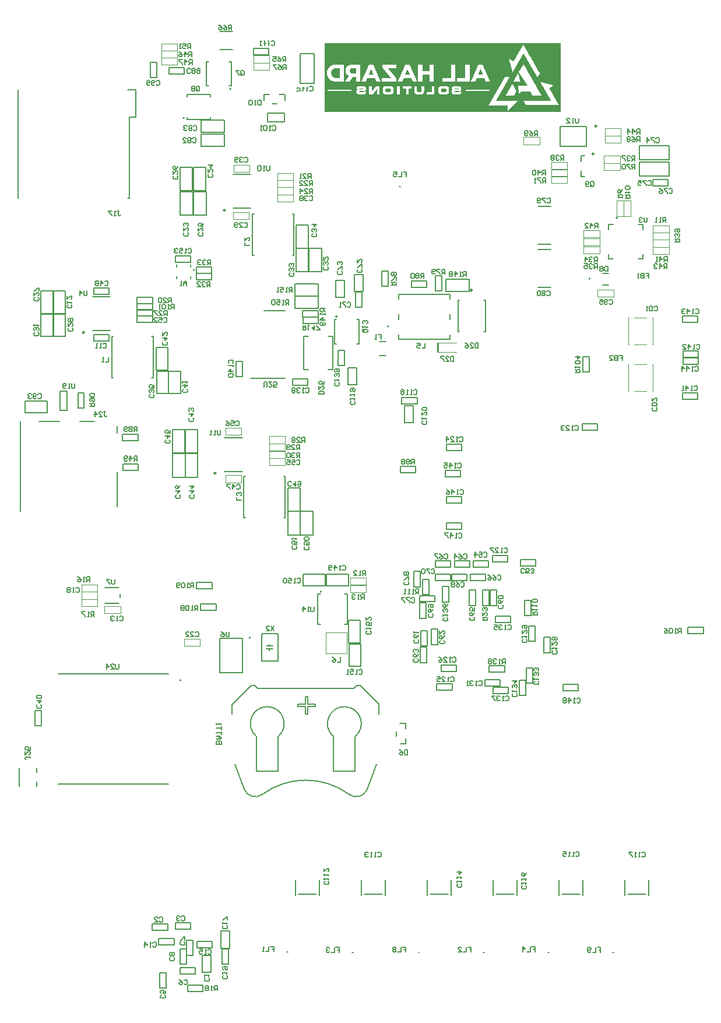
<source format=gbo>
G04*
G04 #@! TF.GenerationSoftware,Altium Limited,Altium Designer,24.0.1 (36)*
G04*
G04 Layer_Color=32896*
%FSLAX42Y42*%
%MOMM*%
G71*
G04*
G04 #@! TF.SameCoordinates,E1E02590-05F2-4693-A132-99C86EA4FF08*
G04*
G04*
G04 #@! TF.FilePolarity,Positive*
G04*
G01*
G75*
%ADD10C,0.20*%
%ADD11C,0.10*%
%ADD14C,0.13*%
%ADD15C,0.25*%
%ADD16C,0.15*%
%ADD17C,0.15*%
%ADD18C,0.10*%
G36*
X7925Y14054D02*
Y14051D01*
Y14047D01*
Y14044D01*
Y14040D01*
Y14037D01*
Y14033D01*
Y14030D01*
Y14027D01*
Y14023D01*
Y14020D01*
Y14016D01*
Y14013D01*
Y14009D01*
Y14006D01*
Y14003D01*
Y13999D01*
Y13996D01*
Y13992D01*
Y13989D01*
Y13985D01*
Y13982D01*
Y13979D01*
Y13975D01*
Y13972D01*
Y13968D01*
Y13965D01*
Y13961D01*
Y13958D01*
Y13955D01*
Y13951D01*
Y13948D01*
Y13944D01*
Y13941D01*
Y13937D01*
Y13934D01*
Y13931D01*
Y13927D01*
Y13924D01*
Y13920D01*
Y13917D01*
Y13913D01*
Y13910D01*
Y13907D01*
Y13903D01*
Y13900D01*
Y13896D01*
Y13893D01*
Y13889D01*
Y13886D01*
Y13883D01*
Y13879D01*
Y13876D01*
Y13872D01*
Y13869D01*
Y13865D01*
Y13862D01*
Y13859D01*
Y13855D01*
Y13852D01*
Y13848D01*
Y13845D01*
Y13841D01*
Y13838D01*
Y13835D01*
Y13831D01*
Y13828D01*
Y13824D01*
Y13821D01*
Y13817D01*
Y13814D01*
Y13811D01*
Y13807D01*
Y13804D01*
Y13800D01*
Y13797D01*
Y13793D01*
Y13790D01*
Y13787D01*
Y13783D01*
Y13780D01*
Y13776D01*
Y13773D01*
Y13769D01*
Y13766D01*
Y13763D01*
Y13759D01*
Y13756D01*
Y13752D01*
Y13749D01*
Y13745D01*
Y13742D01*
Y13739D01*
Y13735D01*
Y13732D01*
Y13728D01*
Y13725D01*
Y13721D01*
Y13718D01*
Y13715D01*
Y13711D01*
Y13708D01*
Y13704D01*
Y13701D01*
Y13697D01*
Y13694D01*
Y13691D01*
Y13687D01*
Y13684D01*
Y13680D01*
Y13677D01*
Y13673D01*
Y13670D01*
Y13667D01*
Y13663D01*
Y13660D01*
Y13656D01*
Y13653D01*
Y13649D01*
Y13646D01*
Y13643D01*
Y13639D01*
Y13636D01*
Y13632D01*
Y13629D01*
Y13625D01*
Y13622D01*
Y13619D01*
Y13615D01*
Y13612D01*
Y13608D01*
Y13605D01*
Y13601D01*
Y13598D01*
Y13594D01*
Y13591D01*
Y13588D01*
Y13584D01*
Y13581D01*
Y13577D01*
Y13574D01*
Y13570D01*
Y13567D01*
Y13564D01*
Y13560D01*
Y13557D01*
Y13553D01*
Y13550D01*
Y13546D01*
Y13543D01*
Y13540D01*
Y13536D01*
Y13533D01*
Y13529D01*
Y13526D01*
Y13522D01*
Y13519D01*
Y13516D01*
Y13512D01*
Y13509D01*
Y13505D01*
Y13502D01*
Y13498D01*
Y13495D01*
Y13492D01*
Y13488D01*
Y13485D01*
Y13481D01*
Y13478D01*
Y13474D01*
Y13471D01*
Y13468D01*
Y13464D01*
Y13461D01*
Y13457D01*
Y13454D01*
Y13450D01*
Y13447D01*
Y13444D01*
Y13440D01*
Y13437D01*
Y13433D01*
Y13430D01*
Y13426D01*
Y13423D01*
Y13420D01*
Y13416D01*
Y13413D01*
Y13409D01*
Y13406D01*
Y13402D01*
Y13399D01*
Y13396D01*
Y13392D01*
Y13389D01*
Y13385D01*
Y13382D01*
Y13378D01*
Y13375D01*
Y13372D01*
Y13368D01*
Y13365D01*
Y13361D01*
Y13358D01*
Y13354D01*
Y13351D01*
Y13348D01*
Y13344D01*
Y13341D01*
Y13337D01*
Y13334D01*
Y13330D01*
Y13327D01*
Y13324D01*
Y13320D01*
Y13317D01*
Y13313D01*
Y13310D01*
Y13306D01*
Y13303D01*
Y13300D01*
Y13296D01*
Y13293D01*
Y13289D01*
Y13286D01*
Y13282D01*
Y13279D01*
Y13276D01*
Y13272D01*
Y13269D01*
Y13265D01*
Y13262D01*
Y13258D01*
Y13255D01*
Y13252D01*
Y13248D01*
Y13245D01*
Y13241D01*
Y13238D01*
Y13234D01*
Y13231D01*
Y13228D01*
Y13224D01*
Y13221D01*
Y13217D01*
Y13214D01*
Y13210D01*
Y13207D01*
Y13204D01*
Y13200D01*
Y13197D01*
Y13193D01*
Y13190D01*
Y13186D01*
Y13183D01*
Y13180D01*
Y13176D01*
Y13173D01*
Y13169D01*
Y13166D01*
Y13162D01*
Y13159D01*
Y13155D01*
Y13152D01*
Y13149D01*
Y13145D01*
Y13142D01*
Y13138D01*
Y13135D01*
Y13131D01*
Y13128D01*
Y13125D01*
Y13121D01*
Y13118D01*
Y13114D01*
Y13111D01*
Y13107D01*
Y13104D01*
Y13101D01*
Y13097D01*
Y13094D01*
Y13090D01*
Y13087D01*
Y13083D01*
Y13080D01*
Y13077D01*
Y13073D01*
Y13070D01*
Y13066D01*
Y13063D01*
Y13059D01*
Y13056D01*
X4495D01*
Y13059D01*
Y13063D01*
Y13066D01*
Y13070D01*
Y13073D01*
Y13077D01*
Y13080D01*
Y13083D01*
Y13087D01*
Y13090D01*
Y13094D01*
Y13097D01*
Y13101D01*
Y13104D01*
Y13107D01*
Y13111D01*
Y13114D01*
Y13118D01*
Y13121D01*
Y13125D01*
Y13128D01*
Y13131D01*
Y13135D01*
Y13138D01*
Y13142D01*
Y13145D01*
Y13149D01*
Y13152D01*
Y13155D01*
Y13159D01*
Y13162D01*
Y13166D01*
Y13169D01*
Y13173D01*
Y13176D01*
Y13180D01*
Y13183D01*
Y13186D01*
Y13190D01*
Y13193D01*
Y13197D01*
Y13200D01*
Y13204D01*
Y13207D01*
Y13210D01*
Y13214D01*
Y13217D01*
Y13221D01*
Y13224D01*
Y13228D01*
Y13231D01*
Y13234D01*
Y13238D01*
Y13241D01*
Y13245D01*
Y13248D01*
Y13252D01*
Y13255D01*
Y13258D01*
Y13262D01*
Y13265D01*
Y13269D01*
Y13272D01*
Y13276D01*
Y13279D01*
Y13282D01*
Y13286D01*
Y13289D01*
Y13293D01*
Y13296D01*
Y13300D01*
Y13303D01*
Y13306D01*
Y13310D01*
Y13313D01*
Y13317D01*
Y13320D01*
Y13324D01*
Y13327D01*
Y13330D01*
Y13334D01*
Y13337D01*
Y13341D01*
Y13344D01*
Y13348D01*
Y13351D01*
Y13354D01*
Y13358D01*
Y13361D01*
Y13365D01*
Y13368D01*
Y13372D01*
Y13375D01*
Y13378D01*
Y13382D01*
Y13385D01*
Y13389D01*
Y13392D01*
Y13396D01*
Y13399D01*
Y13402D01*
Y13406D01*
Y13409D01*
Y13413D01*
Y13416D01*
Y13420D01*
Y13423D01*
Y13426D01*
Y13430D01*
Y13433D01*
Y13437D01*
Y13440D01*
Y13444D01*
Y13447D01*
Y13450D01*
Y13454D01*
Y13457D01*
Y13461D01*
Y13464D01*
Y13468D01*
Y13471D01*
Y13474D01*
Y13478D01*
Y13481D01*
Y13485D01*
Y13488D01*
Y13492D01*
Y13495D01*
Y13498D01*
Y13502D01*
Y13505D01*
Y13509D01*
Y13512D01*
Y13516D01*
Y13519D01*
Y13522D01*
Y13526D01*
Y13529D01*
Y13533D01*
Y13536D01*
Y13540D01*
Y13543D01*
Y13546D01*
Y13550D01*
Y13553D01*
Y13557D01*
Y13560D01*
Y13564D01*
Y13567D01*
Y13570D01*
Y13574D01*
Y13577D01*
Y13581D01*
Y13584D01*
Y13588D01*
Y13591D01*
Y13594D01*
Y13598D01*
Y13601D01*
Y13605D01*
Y13608D01*
Y13612D01*
Y13615D01*
Y13619D01*
Y13622D01*
Y13625D01*
Y13629D01*
Y13632D01*
Y13636D01*
Y13639D01*
Y13643D01*
Y13646D01*
Y13649D01*
Y13653D01*
Y13656D01*
Y13660D01*
Y13663D01*
Y13667D01*
Y13670D01*
Y13673D01*
Y13677D01*
Y13680D01*
Y13684D01*
Y13687D01*
Y13691D01*
Y13694D01*
Y13697D01*
Y13701D01*
Y13704D01*
Y13708D01*
Y13711D01*
Y13715D01*
Y13718D01*
Y13721D01*
Y13725D01*
Y13728D01*
Y13732D01*
Y13735D01*
Y13739D01*
Y13742D01*
Y13745D01*
Y13749D01*
Y13752D01*
Y13756D01*
Y13759D01*
Y13763D01*
Y13766D01*
Y13769D01*
Y13773D01*
Y13776D01*
Y13780D01*
Y13783D01*
Y13787D01*
Y13790D01*
Y13793D01*
Y13797D01*
Y13800D01*
Y13804D01*
Y13807D01*
Y13811D01*
Y13814D01*
Y13817D01*
Y13821D01*
Y13824D01*
Y13828D01*
Y13831D01*
Y13835D01*
Y13838D01*
Y13841D01*
Y13845D01*
Y13848D01*
Y13852D01*
Y13855D01*
Y13859D01*
Y13862D01*
Y13865D01*
Y13869D01*
Y13872D01*
Y13876D01*
Y13879D01*
Y13883D01*
Y13886D01*
Y13889D01*
Y13893D01*
Y13896D01*
Y13900D01*
Y13903D01*
Y13907D01*
Y13910D01*
Y13913D01*
Y13917D01*
Y13920D01*
Y13924D01*
Y13927D01*
Y13931D01*
Y13934D01*
Y13937D01*
Y13941D01*
Y13944D01*
Y13948D01*
Y13951D01*
Y13955D01*
Y13958D01*
Y13961D01*
Y13965D01*
Y13968D01*
Y13972D01*
Y13975D01*
Y13979D01*
Y13982D01*
Y13985D01*
Y13989D01*
Y13992D01*
Y13996D01*
Y13999D01*
Y14003D01*
Y14006D01*
Y14009D01*
Y14013D01*
Y14016D01*
Y14020D01*
Y14023D01*
Y14027D01*
Y14030D01*
Y14033D01*
Y14037D01*
Y14040D01*
Y14044D01*
Y14047D01*
Y14051D01*
Y14054D01*
Y14057D01*
X7925D01*
Y14054D01*
D02*
G37*
%LPC*%
G36*
X6076Y13749D02*
X6018D01*
Y13745D01*
Y13742D01*
Y13739D01*
Y13735D01*
Y13732D01*
Y13728D01*
Y13725D01*
Y13721D01*
Y13718D01*
Y13715D01*
Y13711D01*
Y13708D01*
Y13704D01*
Y13701D01*
Y13697D01*
Y13694D01*
Y13691D01*
Y13687D01*
Y13684D01*
Y13680D01*
Y13677D01*
Y13673D01*
Y13670D01*
Y13667D01*
Y13663D01*
Y13660D01*
Y13656D01*
Y13653D01*
X5911D01*
Y13656D01*
Y13660D01*
Y13663D01*
Y13667D01*
Y13670D01*
Y13673D01*
Y13677D01*
Y13680D01*
Y13684D01*
Y13687D01*
Y13691D01*
Y13694D01*
Y13697D01*
Y13701D01*
Y13704D01*
Y13708D01*
Y13711D01*
Y13715D01*
Y13718D01*
Y13721D01*
Y13725D01*
Y13728D01*
Y13732D01*
Y13735D01*
Y13739D01*
Y13742D01*
Y13745D01*
Y13749D01*
X5850D01*
Y13745D01*
Y13742D01*
Y13739D01*
Y13735D01*
Y13732D01*
Y13728D01*
Y13725D01*
Y13721D01*
Y13718D01*
Y13715D01*
Y13711D01*
Y13708D01*
Y13704D01*
Y13701D01*
Y13697D01*
Y13694D01*
Y13691D01*
Y13687D01*
Y13684D01*
Y13680D01*
Y13677D01*
Y13673D01*
Y13670D01*
Y13667D01*
Y13663D01*
Y13660D01*
Y13656D01*
Y13653D01*
Y13649D01*
Y13646D01*
Y13643D01*
Y13639D01*
Y13636D01*
Y13632D01*
Y13629D01*
Y13625D01*
Y13622D01*
Y13619D01*
Y13615D01*
Y13612D01*
Y13608D01*
Y13605D01*
Y13601D01*
Y13598D01*
Y13594D01*
Y13591D01*
Y13588D01*
Y13584D01*
Y13581D01*
Y13577D01*
Y13574D01*
Y13570D01*
Y13567D01*
Y13564D01*
Y13560D01*
Y13557D01*
Y13553D01*
Y13550D01*
Y13546D01*
Y13543D01*
Y13540D01*
Y13536D01*
Y13533D01*
Y13529D01*
Y13526D01*
Y13522D01*
Y13519D01*
Y13516D01*
Y13512D01*
Y13509D01*
Y13505D01*
Y13502D01*
X5911D01*
Y13505D01*
Y13509D01*
Y13512D01*
Y13516D01*
Y13519D01*
Y13522D01*
Y13526D01*
Y13529D01*
Y13533D01*
Y13536D01*
Y13540D01*
Y13543D01*
Y13546D01*
Y13550D01*
Y13553D01*
Y13557D01*
Y13560D01*
Y13564D01*
Y13567D01*
Y13570D01*
Y13574D01*
Y13577D01*
Y13581D01*
Y13584D01*
Y13588D01*
Y13591D01*
Y13594D01*
Y13598D01*
Y13601D01*
X6018D01*
Y13598D01*
Y13594D01*
Y13591D01*
Y13588D01*
Y13584D01*
Y13581D01*
Y13577D01*
Y13574D01*
Y13570D01*
Y13567D01*
Y13564D01*
Y13560D01*
Y13557D01*
Y13553D01*
Y13550D01*
Y13546D01*
Y13543D01*
Y13540D01*
Y13536D01*
Y13533D01*
Y13529D01*
Y13526D01*
Y13522D01*
Y13519D01*
Y13516D01*
Y13512D01*
Y13509D01*
Y13505D01*
Y13502D01*
X6076D01*
Y13505D01*
Y13509D01*
Y13512D01*
Y13516D01*
Y13519D01*
Y13522D01*
Y13526D01*
Y13529D01*
Y13533D01*
Y13536D01*
Y13540D01*
Y13543D01*
Y13546D01*
Y13550D01*
Y13553D01*
Y13557D01*
Y13560D01*
Y13564D01*
Y13567D01*
Y13570D01*
Y13574D01*
Y13577D01*
Y13581D01*
Y13584D01*
Y13588D01*
Y13591D01*
Y13594D01*
Y13598D01*
Y13601D01*
Y13605D01*
Y13608D01*
Y13612D01*
Y13615D01*
Y13619D01*
Y13622D01*
Y13625D01*
Y13629D01*
Y13632D01*
Y13636D01*
Y13639D01*
Y13643D01*
Y13646D01*
Y13649D01*
Y13653D01*
Y13656D01*
Y13660D01*
Y13663D01*
Y13667D01*
Y13670D01*
Y13673D01*
Y13677D01*
Y13680D01*
Y13684D01*
Y13687D01*
Y13691D01*
Y13694D01*
Y13697D01*
Y13701D01*
Y13704D01*
Y13708D01*
Y13711D01*
Y13715D01*
Y13718D01*
Y13721D01*
Y13725D01*
Y13728D01*
Y13732D01*
Y13735D01*
Y13739D01*
Y13742D01*
Y13745D01*
Y13749D01*
D02*
G37*
G36*
X7379Y14033D02*
X7376D01*
Y14030D01*
X7372D01*
Y14027D01*
Y14023D01*
X7369D01*
Y14020D01*
X7366D01*
Y14016D01*
Y14013D01*
X7362D01*
Y14009D01*
Y14006D01*
X7359D01*
Y14003D01*
X7355D01*
Y13999D01*
Y13996D01*
X7352D01*
Y13992D01*
Y13989D01*
X7348D01*
Y13985D01*
Y13982D01*
X7345D01*
Y13979D01*
X7342D01*
Y13975D01*
Y13972D01*
X7338D01*
Y13968D01*
Y13965D01*
X7335D01*
Y13961D01*
Y13958D01*
X7331D01*
Y13955D01*
X7328D01*
Y13951D01*
Y13948D01*
X7324D01*
Y13944D01*
Y13941D01*
X7321D01*
Y13937D01*
Y13934D01*
X7318D01*
Y13931D01*
X7314D01*
Y13927D01*
Y13924D01*
X7311D01*
Y13920D01*
Y13917D01*
X7307D01*
Y13913D01*
X7304D01*
Y13910D01*
Y13907D01*
X7300D01*
Y13903D01*
Y13900D01*
X7297D01*
Y13896D01*
Y13893D01*
X7294D01*
Y13889D01*
X7290D01*
Y13886D01*
Y13883D01*
X7287D01*
Y13879D01*
Y13876D01*
X7283D01*
Y13872D01*
Y13869D01*
X7280D01*
Y13865D01*
X7276D01*
Y13862D01*
Y13859D01*
X7273D01*
Y13855D01*
Y13852D01*
X7270D01*
Y13848D01*
X7266D01*
Y13845D01*
Y13841D01*
X7263D01*
Y13838D01*
Y13835D01*
X7259D01*
Y13831D01*
Y13828D01*
X7256D01*
Y13824D01*
X7252D01*
Y13821D01*
Y13817D01*
X7249D01*
Y13814D01*
Y13811D01*
X7246D01*
Y13807D01*
Y13804D01*
X7242D01*
Y13800D01*
X7239D01*
Y13797D01*
Y13793D01*
X7235D01*
Y13797D01*
X7228D01*
Y13800D01*
X7225D01*
Y13804D01*
X7218D01*
Y13807D01*
X7211D01*
Y13811D01*
X7204D01*
Y13814D01*
X7198D01*
Y13817D01*
X7191D01*
Y13821D01*
X7184D01*
Y13824D01*
X7177D01*
Y13828D01*
X7170D01*
Y13824D01*
Y13821D01*
X7174D01*
Y13817D01*
Y13814D01*
Y13811D01*
Y13807D01*
X7177D01*
Y13804D01*
Y13800D01*
Y13797D01*
X7180D01*
Y13793D01*
Y13790D01*
Y13787D01*
Y13783D01*
X7184D01*
Y13780D01*
Y13776D01*
Y13773D01*
Y13769D01*
X7187D01*
Y13766D01*
Y13763D01*
Y13759D01*
X7191D01*
Y13756D01*
Y13752D01*
Y13749D01*
Y13745D01*
X7194D01*
Y13742D01*
Y13739D01*
Y13735D01*
Y13732D01*
X7198D01*
Y13728D01*
Y13725D01*
Y13721D01*
Y13718D01*
X7201D01*
Y13715D01*
Y13711D01*
Y13708D01*
X7204D01*
Y13704D01*
Y13701D01*
Y13697D01*
Y13694D01*
X7208D01*
Y13691D01*
Y13687D01*
Y13684D01*
Y13680D01*
X7211D01*
Y13677D01*
Y13673D01*
Y13670D01*
X7215D01*
Y13667D01*
Y13663D01*
Y13660D01*
Y13656D01*
X7218D01*
Y13653D01*
Y13649D01*
Y13646D01*
Y13643D01*
X7222D01*
Y13639D01*
X7225D01*
Y13643D01*
X7228D01*
Y13646D01*
Y13649D01*
X7232D01*
Y13653D01*
Y13656D01*
X7235D01*
Y13660D01*
Y13663D01*
X7239D01*
Y13667D01*
X7242D01*
Y13670D01*
Y13673D01*
X7246D01*
Y13677D01*
Y13680D01*
X7249D01*
Y13684D01*
X7252D01*
Y13687D01*
Y13691D01*
X7256D01*
Y13694D01*
Y13697D01*
X7259D01*
Y13701D01*
Y13704D01*
X7263D01*
Y13708D01*
X7266D01*
Y13711D01*
Y13715D01*
X7270D01*
Y13718D01*
Y13721D01*
X7273D01*
Y13725D01*
Y13728D01*
X7276D01*
Y13732D01*
X7280D01*
Y13735D01*
Y13739D01*
X7283D01*
Y13742D01*
Y13745D01*
X7287D01*
Y13749D01*
X7290D01*
Y13752D01*
Y13756D01*
X7294D01*
Y13759D01*
Y13763D01*
X7297D01*
Y13766D01*
Y13769D01*
X7300D01*
Y13773D01*
X7304D01*
Y13776D01*
Y13780D01*
X7307D01*
Y13783D01*
Y13787D01*
X7311D01*
Y13790D01*
X7314D01*
Y13793D01*
Y13797D01*
X7318D01*
Y13800D01*
Y13804D01*
X7321D01*
Y13807D01*
Y13811D01*
X7324D01*
Y13814D01*
X7328D01*
Y13817D01*
Y13821D01*
X7331D01*
Y13824D01*
Y13828D01*
X7335D01*
Y13831D01*
Y13835D01*
X7338D01*
Y13838D01*
X7342D01*
Y13841D01*
Y13845D01*
X7345D01*
Y13848D01*
Y13852D01*
X7348D01*
Y13855D01*
X7352D01*
Y13859D01*
Y13862D01*
X7355D01*
Y13865D01*
Y13869D01*
X7359D01*
Y13872D01*
Y13876D01*
X7362D01*
Y13879D01*
X7366D01*
Y13883D01*
Y13886D01*
X7369D01*
Y13889D01*
Y13893D01*
X7372D01*
Y13896D01*
X7376D01*
Y13900D01*
Y13903D01*
X7379D01*
Y13907D01*
Y13910D01*
X7383D01*
Y13907D01*
X7386D01*
Y13903D01*
Y13900D01*
X7390D01*
Y13896D01*
Y13893D01*
X7393D01*
Y13889D01*
Y13886D01*
X7396D01*
Y13883D01*
X7400D01*
Y13879D01*
Y13876D01*
X7403D01*
Y13872D01*
Y13869D01*
X7407D01*
Y13865D01*
X7410D01*
Y13862D01*
Y13859D01*
X7414D01*
Y13855D01*
Y13852D01*
X7417D01*
Y13848D01*
Y13845D01*
X7420D01*
Y13841D01*
X7424D01*
Y13838D01*
Y13835D01*
X7427D01*
Y13831D01*
Y13828D01*
X7431D01*
Y13824D01*
Y13821D01*
X7434D01*
Y13817D01*
X7438D01*
Y13814D01*
Y13811D01*
X7441D01*
Y13807D01*
Y13804D01*
X7444D01*
Y13800D01*
Y13797D01*
X7448D01*
Y13793D01*
X7451D01*
Y13790D01*
Y13787D01*
X7455D01*
Y13783D01*
Y13780D01*
X7458D01*
Y13776D01*
X7462D01*
Y13773D01*
Y13769D01*
X7465D01*
Y13766D01*
Y13763D01*
X7468D01*
Y13759D01*
Y13756D01*
X7472D01*
Y13752D01*
X7475D01*
Y13749D01*
Y13745D01*
X7479D01*
Y13742D01*
Y13739D01*
X7482D01*
Y13735D01*
Y13732D01*
X7486D01*
Y13728D01*
X7489D01*
Y13725D01*
Y13721D01*
X7493D01*
Y13718D01*
Y13715D01*
X7496D01*
Y13711D01*
X7499D01*
Y13708D01*
Y13704D01*
X7503D01*
Y13701D01*
Y13697D01*
X7506D01*
Y13694D01*
Y13691D01*
X7510D01*
Y13687D01*
X7513D01*
Y13684D01*
Y13680D01*
X7517D01*
Y13677D01*
Y13673D01*
X7520D01*
Y13670D01*
Y13667D01*
X7523D01*
Y13663D01*
X7527D01*
Y13660D01*
Y13656D01*
X7530D01*
Y13653D01*
Y13649D01*
X7534D01*
Y13646D01*
Y13643D01*
X7537D01*
Y13639D01*
X7541D01*
Y13636D01*
Y13632D01*
X7544D01*
Y13629D01*
Y13625D01*
X7547D01*
Y13622D01*
X7551D01*
Y13619D01*
Y13615D01*
X7554D01*
Y13612D01*
Y13608D01*
X7558D01*
Y13605D01*
Y13601D01*
X7561D01*
Y13598D01*
X7565D01*
Y13594D01*
Y13591D01*
X7568D01*
Y13588D01*
Y13584D01*
X7571D01*
Y13581D01*
Y13577D01*
X7575D01*
Y13574D01*
X7578D01*
Y13570D01*
Y13567D01*
X7582D01*
Y13564D01*
X7585D01*
Y13567D01*
X7589D01*
Y13570D01*
X7592D01*
Y13574D01*
Y13577D01*
X7595D01*
Y13581D01*
Y13584D01*
X7599D01*
Y13588D01*
X7602D01*
Y13591D01*
Y13594D01*
X7606D01*
Y13598D01*
Y13601D01*
X7609D01*
Y13605D01*
X7613D01*
Y13608D01*
Y13612D01*
X7616D01*
Y13615D01*
X7619D01*
Y13619D01*
Y13622D01*
X7616D01*
Y13625D01*
X7613D01*
Y13629D01*
Y13632D01*
X7609D01*
Y13636D01*
Y13639D01*
X7606D01*
Y13643D01*
Y13646D01*
X7602D01*
Y13649D01*
X7599D01*
Y13653D01*
Y13656D01*
X7595D01*
Y13660D01*
Y13663D01*
X7592D01*
Y13667D01*
Y13670D01*
X7589D01*
Y13673D01*
X7585D01*
Y13677D01*
Y13680D01*
X7582D01*
Y13684D01*
Y13687D01*
X7578D01*
Y13691D01*
Y13694D01*
X7575D01*
Y13697D01*
X7571D01*
Y13701D01*
Y13704D01*
X7568D01*
Y13708D01*
Y13711D01*
X7565D01*
Y13715D01*
X7561D01*
Y13718D01*
Y13721D01*
X7558D01*
Y13725D01*
Y13728D01*
X7554D01*
Y13732D01*
Y13735D01*
X7551D01*
Y13739D01*
X7547D01*
Y13742D01*
Y13745D01*
X7544D01*
Y13749D01*
Y13752D01*
X7541D01*
Y13756D01*
Y13759D01*
X7537D01*
Y13763D01*
X7534D01*
Y13766D01*
Y13769D01*
X7530D01*
Y13773D01*
Y13776D01*
X7527D01*
Y13780D01*
Y13783D01*
X7523D01*
Y13787D01*
X7520D01*
Y13790D01*
Y13793D01*
X7517D01*
Y13797D01*
Y13800D01*
X7513D01*
Y13804D01*
X7510D01*
Y13807D01*
Y13811D01*
X7506D01*
Y13814D01*
Y13817D01*
X7503D01*
Y13821D01*
Y13824D01*
X7499D01*
Y13828D01*
X7496D01*
Y13831D01*
Y13835D01*
X7493D01*
Y13838D01*
Y13841D01*
X7489D01*
Y13845D01*
Y13848D01*
X7486D01*
Y13852D01*
X7482D01*
Y13855D01*
Y13859D01*
X7479D01*
Y13862D01*
Y13865D01*
X7475D01*
Y13869D01*
Y13872D01*
X7472D01*
Y13876D01*
X7468D01*
Y13879D01*
Y13883D01*
X7465D01*
Y13886D01*
Y13889D01*
X7462D01*
Y13893D01*
X7458D01*
Y13896D01*
Y13900D01*
X7455D01*
Y13903D01*
Y13907D01*
X7451D01*
Y13910D01*
Y13913D01*
X7448D01*
Y13917D01*
X7444D01*
Y13920D01*
Y13924D01*
X7441D01*
Y13927D01*
Y13931D01*
X7438D01*
Y13934D01*
Y13937D01*
X7434D01*
Y13941D01*
X7431D01*
Y13944D01*
Y13948D01*
X7427D01*
Y13951D01*
Y13955D01*
X7424D01*
Y13958D01*
Y13961D01*
X7420D01*
Y13965D01*
X7417D01*
Y13968D01*
Y13972D01*
X7414D01*
Y13975D01*
Y13979D01*
X7410D01*
Y13982D01*
X7407D01*
Y13985D01*
Y13989D01*
X7403D01*
Y13992D01*
Y13996D01*
X7400D01*
Y13999D01*
Y14003D01*
X7396D01*
Y14006D01*
X7393D01*
Y14009D01*
Y14013D01*
X7390D01*
Y14016D01*
Y14020D01*
X7386D01*
Y14023D01*
Y14027D01*
X7383D01*
Y14030D01*
X7379D01*
Y14033D01*
D02*
G37*
G36*
X7304Y13619D02*
X7297D01*
Y13615D01*
Y13612D01*
X7294D01*
Y13608D01*
Y13605D01*
X7290D01*
Y13601D01*
Y13598D01*
X7287D01*
Y13594D01*
Y13591D01*
X7283D01*
Y13588D01*
X7280D01*
Y13584D01*
Y13581D01*
X7276D01*
Y13577D01*
Y13574D01*
X7273D01*
Y13570D01*
Y13567D01*
X7270D01*
Y13564D01*
Y13560D01*
X7266D01*
Y13557D01*
X7263D01*
Y13553D01*
Y13550D01*
X7259D01*
Y13546D01*
Y13543D01*
X7256D01*
Y13540D01*
Y13536D01*
X7252D01*
Y13533D01*
Y13529D01*
X7249D01*
Y13526D01*
X7246D01*
Y13522D01*
Y13519D01*
X7242D01*
Y13516D01*
Y13512D01*
X7239D01*
Y13509D01*
Y13505D01*
X7235D01*
Y13502D01*
X7335D01*
Y13505D01*
X7331D01*
Y13509D01*
Y13512D01*
Y13516D01*
Y13519D01*
X7328D01*
Y13522D01*
Y13526D01*
Y13529D01*
Y13533D01*
X7324D01*
Y13536D01*
Y13540D01*
Y13543D01*
Y13546D01*
X7321D01*
Y13550D01*
Y13553D01*
Y13557D01*
Y13560D01*
X7318D01*
Y13564D01*
Y13567D01*
Y13570D01*
Y13574D01*
X7314D01*
Y13577D01*
Y13581D01*
Y13584D01*
Y13588D01*
X7311D01*
Y13591D01*
Y13594D01*
Y13598D01*
X7307D01*
Y13601D01*
Y13605D01*
Y13608D01*
Y13612D01*
X7304D01*
Y13615D01*
Y13619D01*
D02*
G37*
G36*
X6786Y13749D02*
X6728D01*
Y13745D01*
X6724D01*
Y13742D01*
Y13739D01*
X6721D01*
Y13735D01*
Y13732D01*
X6717D01*
Y13728D01*
Y13725D01*
X6714D01*
Y13721D01*
Y13718D01*
Y13715D01*
X6711D01*
Y13711D01*
Y13708D01*
X6707D01*
Y13704D01*
Y13701D01*
X6704D01*
Y13697D01*
Y13694D01*
X6700D01*
Y13691D01*
Y13687D01*
Y13684D01*
X6697D01*
Y13680D01*
Y13677D01*
X6693D01*
Y13673D01*
Y13670D01*
X6690D01*
Y13667D01*
Y13663D01*
X6687D01*
Y13660D01*
Y13656D01*
Y13653D01*
X6683D01*
Y13649D01*
Y13646D01*
X6680D01*
Y13643D01*
Y13639D01*
X6676D01*
Y13636D01*
Y13632D01*
X6673D01*
Y13629D01*
Y13625D01*
X6669D01*
Y13622D01*
Y13619D01*
Y13615D01*
X6666D01*
Y13612D01*
Y13608D01*
X6663D01*
Y13605D01*
Y13601D01*
X6659D01*
Y13598D01*
Y13594D01*
X6656D01*
Y13591D01*
Y13588D01*
Y13584D01*
X6652D01*
Y13581D01*
Y13577D01*
X6649D01*
Y13574D01*
Y13570D01*
X6645D01*
Y13567D01*
Y13564D01*
X6642D01*
Y13560D01*
Y13557D01*
Y13553D01*
X6639D01*
Y13550D01*
Y13546D01*
X6635D01*
Y13543D01*
Y13540D01*
X6632D01*
Y13536D01*
Y13533D01*
X6628D01*
Y13529D01*
Y13526D01*
Y13522D01*
X6625D01*
Y13519D01*
Y13516D01*
X6621D01*
Y13512D01*
Y13509D01*
X6618D01*
Y13505D01*
Y13502D01*
X6680D01*
Y13505D01*
X6683D01*
Y13509D01*
Y13512D01*
X6687D01*
Y13516D01*
Y13519D01*
X6690D01*
Y13522D01*
Y13526D01*
Y13529D01*
X6693D01*
Y13533D01*
Y13536D01*
X6697D01*
Y13540D01*
Y13543D01*
Y13546D01*
X6700D01*
Y13550D01*
Y13553D01*
X6813D01*
Y13550D01*
Y13546D01*
Y13543D01*
X6817D01*
Y13540D01*
Y13536D01*
X6820D01*
Y13533D01*
Y13529D01*
Y13526D01*
X6824D01*
Y13522D01*
Y13519D01*
X6827D01*
Y13516D01*
Y13512D01*
X6831D01*
Y13509D01*
Y13505D01*
Y13502D01*
X6892D01*
Y13505D01*
Y13509D01*
Y13512D01*
X6889D01*
Y13516D01*
Y13519D01*
X6885D01*
Y13522D01*
Y13526D01*
X6882D01*
Y13529D01*
Y13533D01*
Y13536D01*
X6879D01*
Y13540D01*
Y13543D01*
X6875D01*
Y13546D01*
Y13550D01*
X6872D01*
Y13553D01*
Y13557D01*
X6868D01*
Y13560D01*
Y13564D01*
Y13567D01*
X6865D01*
Y13570D01*
Y13574D01*
X6861D01*
Y13577D01*
Y13581D01*
X6858D01*
Y13584D01*
Y13588D01*
X6855D01*
Y13591D01*
Y13594D01*
Y13598D01*
X6851D01*
Y13601D01*
Y13605D01*
X6848D01*
Y13608D01*
Y13612D01*
X6844D01*
Y13615D01*
Y13619D01*
X6841D01*
Y13622D01*
Y13625D01*
Y13629D01*
X6837D01*
Y13632D01*
Y13636D01*
X6834D01*
Y13639D01*
Y13643D01*
X6831D01*
Y13646D01*
Y13649D01*
X6827D01*
Y13653D01*
Y13656D01*
Y13660D01*
X6824D01*
Y13663D01*
Y13667D01*
X6820D01*
Y13670D01*
Y13673D01*
X6817D01*
Y13677D01*
Y13680D01*
X6813D01*
Y13684D01*
Y13687D01*
Y13691D01*
X6810D01*
Y13694D01*
Y13697D01*
X6807D01*
Y13701D01*
Y13704D01*
X6803D01*
Y13708D01*
Y13711D01*
X6800D01*
Y13715D01*
Y13718D01*
Y13721D01*
X6796D01*
Y13725D01*
Y13728D01*
X6793D01*
Y13732D01*
Y13735D01*
X6789D01*
Y13739D01*
Y13742D01*
X6786D01*
Y13745D01*
Y13749D01*
D02*
G37*
G36*
X6597D02*
X6536D01*
Y13745D01*
Y13742D01*
Y13739D01*
Y13735D01*
Y13732D01*
Y13728D01*
Y13725D01*
Y13721D01*
Y13718D01*
Y13715D01*
Y13711D01*
Y13708D01*
Y13704D01*
Y13701D01*
Y13697D01*
Y13694D01*
Y13691D01*
Y13687D01*
Y13684D01*
Y13680D01*
Y13677D01*
Y13673D01*
Y13670D01*
Y13667D01*
Y13663D01*
Y13660D01*
Y13656D01*
Y13653D01*
Y13649D01*
Y13646D01*
Y13643D01*
Y13639D01*
Y13636D01*
Y13632D01*
Y13629D01*
Y13625D01*
Y13622D01*
Y13619D01*
Y13615D01*
Y13612D01*
Y13608D01*
Y13605D01*
Y13601D01*
Y13598D01*
Y13594D01*
Y13591D01*
Y13588D01*
Y13584D01*
Y13581D01*
Y13577D01*
Y13574D01*
Y13570D01*
Y13567D01*
Y13564D01*
Y13560D01*
Y13557D01*
Y13553D01*
Y13550D01*
X6416D01*
Y13546D01*
Y13543D01*
Y13540D01*
Y13536D01*
Y13533D01*
Y13529D01*
Y13526D01*
Y13522D01*
Y13519D01*
Y13516D01*
Y13512D01*
Y13509D01*
Y13505D01*
Y13502D01*
X6597D01*
Y13505D01*
Y13509D01*
Y13512D01*
Y13516D01*
Y13519D01*
Y13522D01*
Y13526D01*
Y13529D01*
Y13533D01*
Y13536D01*
Y13540D01*
Y13543D01*
Y13546D01*
Y13550D01*
Y13553D01*
Y13557D01*
Y13560D01*
Y13564D01*
Y13567D01*
Y13570D01*
Y13574D01*
Y13577D01*
Y13581D01*
Y13584D01*
Y13588D01*
Y13591D01*
Y13594D01*
Y13598D01*
Y13601D01*
Y13605D01*
Y13608D01*
Y13612D01*
Y13615D01*
Y13619D01*
Y13622D01*
Y13625D01*
Y13629D01*
Y13632D01*
Y13636D01*
Y13639D01*
Y13643D01*
Y13646D01*
Y13649D01*
Y13653D01*
Y13656D01*
Y13660D01*
Y13663D01*
Y13667D01*
Y13670D01*
Y13673D01*
Y13677D01*
Y13680D01*
Y13684D01*
Y13687D01*
Y13691D01*
Y13694D01*
Y13697D01*
Y13701D01*
Y13704D01*
Y13708D01*
Y13711D01*
Y13715D01*
Y13718D01*
Y13721D01*
Y13725D01*
Y13728D01*
Y13732D01*
Y13735D01*
Y13739D01*
Y13742D01*
Y13745D01*
Y13749D01*
D02*
G37*
G36*
X6385D02*
X6326D01*
Y13745D01*
Y13742D01*
Y13739D01*
Y13735D01*
Y13732D01*
Y13728D01*
Y13725D01*
Y13721D01*
Y13718D01*
Y13715D01*
Y13711D01*
Y13708D01*
Y13704D01*
Y13701D01*
Y13697D01*
Y13694D01*
Y13691D01*
Y13687D01*
Y13684D01*
Y13680D01*
Y13677D01*
Y13673D01*
Y13670D01*
Y13667D01*
Y13663D01*
Y13660D01*
Y13656D01*
Y13653D01*
Y13649D01*
Y13646D01*
Y13643D01*
Y13639D01*
Y13636D01*
Y13632D01*
Y13629D01*
Y13625D01*
Y13622D01*
Y13619D01*
Y13615D01*
Y13612D01*
Y13608D01*
Y13605D01*
Y13601D01*
Y13598D01*
Y13594D01*
Y13591D01*
Y13588D01*
Y13584D01*
Y13581D01*
Y13577D01*
Y13574D01*
Y13570D01*
Y13567D01*
Y13564D01*
Y13560D01*
Y13557D01*
Y13553D01*
Y13550D01*
X6203D01*
Y13546D01*
Y13543D01*
Y13540D01*
Y13536D01*
Y13533D01*
Y13529D01*
Y13526D01*
Y13522D01*
Y13519D01*
Y13516D01*
Y13512D01*
Y13509D01*
Y13505D01*
Y13502D01*
X6385D01*
Y13505D01*
Y13509D01*
Y13512D01*
Y13516D01*
Y13519D01*
Y13522D01*
Y13526D01*
Y13529D01*
Y13533D01*
Y13536D01*
Y13540D01*
Y13543D01*
Y13546D01*
Y13550D01*
Y13553D01*
Y13557D01*
Y13560D01*
Y13564D01*
Y13567D01*
Y13570D01*
Y13574D01*
Y13577D01*
Y13581D01*
Y13584D01*
Y13588D01*
Y13591D01*
Y13594D01*
Y13598D01*
Y13601D01*
Y13605D01*
Y13608D01*
Y13612D01*
Y13615D01*
Y13619D01*
Y13622D01*
Y13625D01*
Y13629D01*
Y13632D01*
Y13636D01*
Y13639D01*
Y13643D01*
Y13646D01*
Y13649D01*
Y13653D01*
Y13656D01*
Y13660D01*
Y13663D01*
Y13667D01*
Y13670D01*
Y13673D01*
Y13677D01*
Y13680D01*
Y13684D01*
Y13687D01*
Y13691D01*
Y13694D01*
Y13697D01*
Y13701D01*
Y13704D01*
Y13708D01*
Y13711D01*
Y13715D01*
Y13718D01*
Y13721D01*
Y13725D01*
Y13728D01*
Y13732D01*
Y13735D01*
Y13739D01*
Y13742D01*
Y13745D01*
Y13749D01*
D02*
G37*
G36*
X5726D02*
X5664D01*
Y13745D01*
Y13742D01*
X5661D01*
Y13739D01*
Y13735D01*
Y13732D01*
X5658D01*
Y13728D01*
Y13725D01*
X5654D01*
Y13721D01*
Y13718D01*
X5651D01*
Y13715D01*
Y13711D01*
X5647D01*
Y13708D01*
Y13704D01*
Y13701D01*
X5644D01*
Y13697D01*
Y13694D01*
X5640D01*
Y13691D01*
Y13687D01*
X5637D01*
Y13684D01*
Y13680D01*
X5634D01*
Y13677D01*
Y13673D01*
X5630D01*
Y13670D01*
Y13667D01*
Y13663D01*
X5627D01*
Y13660D01*
Y13656D01*
X5623D01*
Y13653D01*
Y13649D01*
X5620D01*
Y13646D01*
Y13643D01*
X5616D01*
Y13639D01*
Y13636D01*
Y13632D01*
X5613D01*
Y13629D01*
Y13625D01*
X5610D01*
Y13622D01*
Y13619D01*
X5606D01*
Y13615D01*
Y13612D01*
X5603D01*
Y13608D01*
Y13605D01*
Y13601D01*
X5599D01*
Y13598D01*
Y13594D01*
X5596D01*
Y13591D01*
Y13588D01*
X5592D01*
Y13584D01*
Y13581D01*
X5589D01*
Y13577D01*
Y13574D01*
Y13570D01*
X5586D01*
Y13567D01*
Y13564D01*
X5582D01*
Y13560D01*
Y13557D01*
X5579D01*
Y13553D01*
Y13550D01*
X5575D01*
Y13546D01*
Y13543D01*
X5572D01*
Y13540D01*
Y13536D01*
Y13533D01*
X5568D01*
Y13529D01*
Y13526D01*
X5565D01*
Y13522D01*
Y13519D01*
X5562D01*
Y13516D01*
Y13512D01*
X5558D01*
Y13509D01*
Y13505D01*
Y13502D01*
X5620D01*
Y13505D01*
X5623D01*
Y13509D01*
Y13512D01*
Y13516D01*
X5627D01*
Y13519D01*
Y13522D01*
X5630D01*
Y13526D01*
Y13529D01*
X5634D01*
Y13533D01*
Y13536D01*
Y13540D01*
X5637D01*
Y13543D01*
Y13546D01*
X5640D01*
Y13550D01*
Y13553D01*
X5750D01*
Y13550D01*
X5754D01*
Y13546D01*
Y13543D01*
X5757D01*
Y13540D01*
Y13536D01*
Y13533D01*
X5761D01*
Y13529D01*
Y13526D01*
X5764D01*
Y13522D01*
Y13519D01*
Y13516D01*
X5767D01*
Y13512D01*
Y13509D01*
X5771D01*
Y13505D01*
Y13502D01*
X5833D01*
Y13505D01*
Y13509D01*
X5829D01*
Y13512D01*
Y13516D01*
Y13519D01*
X5826D01*
Y13522D01*
Y13526D01*
X5822D01*
Y13529D01*
Y13533D01*
X5819D01*
Y13536D01*
Y13540D01*
X5815D01*
Y13543D01*
Y13546D01*
Y13550D01*
X5812D01*
Y13553D01*
Y13557D01*
X5809D01*
Y13560D01*
Y13564D01*
X5805D01*
Y13567D01*
Y13570D01*
X5802D01*
Y13574D01*
Y13577D01*
Y13581D01*
X5798D01*
Y13584D01*
Y13588D01*
X5795D01*
Y13591D01*
Y13594D01*
X5791D01*
Y13598D01*
Y13601D01*
X5788D01*
Y13605D01*
Y13608D01*
X5785D01*
Y13612D01*
Y13615D01*
Y13619D01*
X5781D01*
Y13622D01*
Y13625D01*
X5778D01*
Y13629D01*
Y13632D01*
X5774D01*
Y13636D01*
Y13639D01*
X5771D01*
Y13643D01*
Y13646D01*
Y13649D01*
X5767D01*
Y13653D01*
Y13656D01*
X5764D01*
Y13660D01*
Y13663D01*
X5761D01*
Y13667D01*
Y13670D01*
X5757D01*
Y13673D01*
Y13677D01*
Y13680D01*
X5754D01*
Y13684D01*
Y13687D01*
X5750D01*
Y13691D01*
Y13694D01*
X5747D01*
Y13697D01*
Y13701D01*
X5743D01*
Y13704D01*
Y13708D01*
Y13711D01*
X5740D01*
Y13715D01*
Y13718D01*
X5737D01*
Y13721D01*
Y13725D01*
X5733D01*
Y13728D01*
Y13732D01*
X5730D01*
Y13735D01*
Y13739D01*
Y13742D01*
X5726D01*
Y13745D01*
Y13749D01*
D02*
G37*
G36*
X5538D02*
X5328D01*
Y13745D01*
Y13742D01*
Y13739D01*
Y13735D01*
Y13732D01*
Y13728D01*
Y13725D01*
Y13721D01*
Y13718D01*
Y13715D01*
Y13711D01*
Y13708D01*
Y13704D01*
X5332D01*
Y13701D01*
X5335D01*
Y13697D01*
X5339D01*
Y13694D01*
X5342D01*
Y13691D01*
Y13687D01*
X5346D01*
Y13684D01*
X5349D01*
Y13680D01*
X5352D01*
Y13677D01*
X5356D01*
Y13673D01*
X5359D01*
Y13670D01*
Y13667D01*
X5363D01*
Y13663D01*
X5366D01*
Y13660D01*
X5370D01*
Y13656D01*
X5373D01*
Y13653D01*
Y13649D01*
X5376D01*
Y13646D01*
X5380D01*
Y13643D01*
X5383D01*
Y13639D01*
X5387D01*
Y13636D01*
X5390D01*
Y13632D01*
Y13629D01*
X5394D01*
Y13625D01*
X5397D01*
Y13622D01*
X5400D01*
Y13619D01*
X5404D01*
Y13615D01*
X5407D01*
Y13612D01*
Y13608D01*
X5411D01*
Y13605D01*
X5414D01*
Y13601D01*
X5418D01*
Y13598D01*
X5421D01*
Y13594D01*
X5424D01*
Y13591D01*
Y13588D01*
X5428D01*
Y13584D01*
X5431D01*
Y13581D01*
X5435D01*
Y13577D01*
X5438D01*
Y13574D01*
Y13570D01*
X5442D01*
Y13567D01*
X5445D01*
Y13564D01*
X5448D01*
Y13560D01*
X5452D01*
Y13557D01*
X5455D01*
Y13553D01*
Y13550D01*
X5322D01*
Y13546D01*
Y13543D01*
Y13540D01*
Y13536D01*
Y13533D01*
Y13529D01*
Y13526D01*
Y13522D01*
Y13519D01*
Y13516D01*
Y13512D01*
Y13509D01*
Y13505D01*
Y13502D01*
X5538D01*
Y13505D01*
Y13509D01*
Y13512D01*
Y13516D01*
Y13519D01*
Y13522D01*
Y13526D01*
Y13529D01*
Y13533D01*
Y13536D01*
Y13540D01*
Y13543D01*
X5534D01*
Y13546D01*
Y13550D01*
X5531D01*
Y13553D01*
X5527D01*
Y13557D01*
X5524D01*
Y13560D01*
X5520D01*
Y13564D01*
X5517D01*
Y13567D01*
Y13570D01*
X5514D01*
Y13574D01*
X5510D01*
Y13577D01*
X5507D01*
Y13581D01*
X5503D01*
Y13584D01*
X5500D01*
Y13588D01*
Y13591D01*
X5496D01*
Y13594D01*
X5493D01*
Y13598D01*
X5490D01*
Y13601D01*
X5486D01*
Y13605D01*
X5483D01*
Y13608D01*
Y13612D01*
X5479D01*
Y13615D01*
X5476D01*
Y13619D01*
X5472D01*
Y13622D01*
X5469D01*
Y13625D01*
X5466D01*
Y13629D01*
Y13632D01*
X5462D01*
Y13636D01*
X5459D01*
Y13639D01*
X5455D01*
Y13643D01*
X5452D01*
Y13646D01*
X5448D01*
Y13649D01*
Y13653D01*
X5445D01*
Y13656D01*
X5442D01*
Y13660D01*
X5438D01*
Y13663D01*
X5435D01*
Y13667D01*
Y13670D01*
X5431D01*
Y13673D01*
X5428D01*
Y13677D01*
X5424D01*
Y13680D01*
X5421D01*
Y13684D01*
X5418D01*
Y13687D01*
Y13691D01*
X5414D01*
Y13694D01*
X5411D01*
Y13697D01*
X5538D01*
Y13701D01*
Y13704D01*
Y13708D01*
Y13711D01*
Y13715D01*
Y13718D01*
Y13721D01*
Y13725D01*
Y13728D01*
Y13732D01*
Y13735D01*
Y13739D01*
Y13742D01*
Y13745D01*
Y13749D01*
D02*
G37*
G36*
X5198D02*
X5136D01*
Y13745D01*
Y13742D01*
X5133D01*
Y13739D01*
Y13735D01*
X5129D01*
Y13732D01*
Y13728D01*
Y13725D01*
X5126D01*
Y13721D01*
Y13718D01*
X5123D01*
Y13715D01*
Y13711D01*
X5119D01*
Y13708D01*
Y13704D01*
X5116D01*
Y13701D01*
Y13697D01*
Y13694D01*
X5112D01*
Y13691D01*
Y13687D01*
X5109D01*
Y13684D01*
Y13680D01*
X5105D01*
Y13677D01*
Y13673D01*
X5102D01*
Y13670D01*
Y13667D01*
Y13663D01*
X5099D01*
Y13660D01*
Y13656D01*
X5095D01*
Y13653D01*
Y13649D01*
X5092D01*
Y13646D01*
Y13643D01*
X5088D01*
Y13639D01*
Y13636D01*
Y13632D01*
X5085D01*
Y13629D01*
Y13625D01*
X5081D01*
Y13622D01*
Y13619D01*
X5078D01*
Y13615D01*
Y13612D01*
X5075D01*
Y13608D01*
Y13605D01*
X5071D01*
Y13601D01*
Y13598D01*
Y13594D01*
X5068D01*
Y13591D01*
Y13588D01*
X5064D01*
Y13584D01*
Y13581D01*
X5061D01*
Y13577D01*
Y13574D01*
X5057D01*
Y13570D01*
Y13567D01*
Y13564D01*
X5054D01*
Y13560D01*
Y13557D01*
X5051D01*
Y13553D01*
Y13550D01*
X5047D01*
Y13546D01*
Y13543D01*
X5044D01*
Y13540D01*
Y13536D01*
Y13533D01*
X5040D01*
Y13529D01*
Y13526D01*
X5037D01*
Y13522D01*
Y13519D01*
X5033D01*
Y13516D01*
Y13512D01*
X5030D01*
Y13509D01*
Y13505D01*
Y13502D01*
X5092D01*
Y13505D01*
X5095D01*
Y13509D01*
Y13512D01*
Y13516D01*
X5099D01*
Y13519D01*
Y13522D01*
X5102D01*
Y13526D01*
Y13529D01*
Y13533D01*
X5105D01*
Y13536D01*
Y13540D01*
X5109D01*
Y13543D01*
Y13546D01*
X5112D01*
Y13550D01*
Y13553D01*
X5222D01*
Y13550D01*
X5225D01*
Y13546D01*
Y13543D01*
Y13540D01*
X5229D01*
Y13536D01*
Y13533D01*
X5232D01*
Y13529D01*
Y13526D01*
X5236D01*
Y13522D01*
Y13519D01*
Y13516D01*
X5239D01*
Y13512D01*
Y13509D01*
X5243D01*
Y13505D01*
Y13502D01*
X5304D01*
Y13505D01*
Y13509D01*
X5301D01*
Y13512D01*
Y13516D01*
X5298D01*
Y13519D01*
Y13522D01*
Y13526D01*
X5294D01*
Y13529D01*
Y13533D01*
X5291D01*
Y13536D01*
Y13540D01*
X5287D01*
Y13543D01*
Y13546D01*
X5284D01*
Y13550D01*
Y13553D01*
Y13557D01*
X5280D01*
Y13560D01*
Y13564D01*
X5277D01*
Y13567D01*
Y13570D01*
X5274D01*
Y13574D01*
Y13577D01*
X5270D01*
Y13581D01*
Y13584D01*
Y13588D01*
X5267D01*
Y13591D01*
Y13594D01*
X5263D01*
Y13598D01*
Y13601D01*
X5260D01*
Y13605D01*
Y13608D01*
X5256D01*
Y13612D01*
Y13615D01*
Y13619D01*
X5253D01*
Y13622D01*
Y13625D01*
X5249D01*
Y13629D01*
Y13632D01*
X5246D01*
Y13636D01*
Y13639D01*
X5243D01*
Y13643D01*
Y13646D01*
Y13649D01*
X5239D01*
Y13653D01*
Y13656D01*
X5236D01*
Y13660D01*
Y13663D01*
X5232D01*
Y13667D01*
Y13670D01*
X5229D01*
Y13673D01*
Y13677D01*
Y13680D01*
X5225D01*
Y13684D01*
Y13687D01*
X5222D01*
Y13691D01*
Y13694D01*
X5219D01*
Y13697D01*
Y13701D01*
X5215D01*
Y13704D01*
Y13708D01*
Y13711D01*
X5212D01*
Y13715D01*
Y13718D01*
X5208D01*
Y13721D01*
Y13725D01*
X5205D01*
Y13728D01*
Y13732D01*
X5201D01*
Y13735D01*
Y13739D01*
Y13742D01*
X5198D01*
Y13745D01*
Y13749D01*
D02*
G37*
G36*
X5013D02*
X4889D01*
Y13745D01*
X4865D01*
Y13742D01*
X4855D01*
Y13739D01*
X4845D01*
Y13735D01*
X4838D01*
Y13732D01*
X4835D01*
Y13728D01*
X4828D01*
Y13725D01*
X4824D01*
Y13721D01*
X4821D01*
Y13718D01*
X4817D01*
Y13715D01*
X4814D01*
Y13711D01*
X4810D01*
Y13708D01*
Y13704D01*
X4807D01*
Y13701D01*
Y13697D01*
X4804D01*
Y13694D01*
Y13691D01*
X4800D01*
Y13687D01*
Y13684D01*
Y13680D01*
Y13677D01*
X4797D01*
Y13673D01*
Y13670D01*
Y13667D01*
Y13663D01*
Y13660D01*
Y13656D01*
Y13653D01*
Y13649D01*
Y13646D01*
Y13643D01*
Y13639D01*
X4800D01*
Y13636D01*
Y13632D01*
Y13629D01*
Y13625D01*
X4804D01*
Y13622D01*
Y13619D01*
X4807D01*
Y13615D01*
Y13612D01*
X4810D01*
Y13608D01*
Y13605D01*
X4814D01*
Y13601D01*
X4817D01*
Y13598D01*
X4821D01*
Y13594D01*
X4824D01*
Y13591D01*
X4828D01*
Y13588D01*
X4835D01*
Y13584D01*
X4841D01*
Y13581D01*
X4845D01*
Y13577D01*
X4841D01*
Y13574D01*
Y13570D01*
X4838D01*
Y13567D01*
X4835D01*
Y13564D01*
X4831D01*
Y13560D01*
Y13557D01*
X4828D01*
Y13553D01*
X4824D01*
Y13550D01*
Y13546D01*
X4821D01*
Y13543D01*
X4817D01*
Y13540D01*
Y13536D01*
X4814D01*
Y13533D01*
X4810D01*
Y13529D01*
Y13526D01*
X4807D01*
Y13522D01*
X4804D01*
Y13519D01*
X4800D01*
Y13516D01*
Y13512D01*
X4797D01*
Y13509D01*
X4793D01*
Y13505D01*
Y13502D01*
X4859D01*
Y13505D01*
X4862D01*
Y13509D01*
Y13512D01*
X4865D01*
Y13516D01*
X4869D01*
Y13519D01*
Y13522D01*
X4872D01*
Y13526D01*
X4876D01*
Y13529D01*
Y13533D01*
X4879D01*
Y13536D01*
X4883D01*
Y13540D01*
X4886D01*
Y13543D01*
Y13546D01*
X4889D01*
Y13550D01*
X4893D01*
Y13553D01*
Y13557D01*
X4896D01*
Y13560D01*
X4900D01*
Y13564D01*
Y13567D01*
X4951D01*
Y13564D01*
Y13560D01*
Y13557D01*
Y13553D01*
Y13550D01*
Y13546D01*
Y13543D01*
Y13540D01*
Y13536D01*
Y13533D01*
Y13529D01*
Y13526D01*
Y13522D01*
Y13519D01*
Y13516D01*
Y13512D01*
Y13509D01*
Y13505D01*
Y13502D01*
X5013D01*
Y13505D01*
Y13509D01*
Y13512D01*
Y13516D01*
Y13519D01*
Y13522D01*
Y13526D01*
Y13529D01*
Y13533D01*
Y13536D01*
Y13540D01*
Y13543D01*
Y13546D01*
Y13550D01*
Y13553D01*
Y13557D01*
Y13560D01*
Y13564D01*
Y13567D01*
Y13570D01*
Y13574D01*
Y13577D01*
Y13581D01*
Y13584D01*
Y13588D01*
Y13591D01*
Y13594D01*
Y13598D01*
Y13601D01*
Y13605D01*
Y13608D01*
Y13612D01*
Y13615D01*
Y13619D01*
Y13622D01*
Y13625D01*
Y13629D01*
Y13632D01*
Y13636D01*
Y13639D01*
Y13643D01*
Y13646D01*
Y13649D01*
Y13653D01*
Y13656D01*
Y13660D01*
Y13663D01*
Y13667D01*
Y13670D01*
Y13673D01*
Y13677D01*
Y13680D01*
Y13684D01*
Y13687D01*
Y13691D01*
Y13694D01*
Y13697D01*
Y13701D01*
Y13704D01*
Y13708D01*
Y13711D01*
Y13715D01*
Y13718D01*
Y13721D01*
Y13725D01*
Y13728D01*
Y13732D01*
Y13735D01*
Y13739D01*
Y13742D01*
Y13745D01*
Y13749D01*
D02*
G37*
G36*
X4776D02*
X4646D01*
Y13745D01*
X4622D01*
Y13742D01*
X4612D01*
Y13739D01*
X4601D01*
Y13735D01*
X4594D01*
Y13732D01*
X4588D01*
Y13728D01*
X4581D01*
Y13725D01*
X4574D01*
Y13721D01*
X4570D01*
Y13718D01*
X4567D01*
Y13715D01*
X4564D01*
Y13711D01*
X4560D01*
Y13708D01*
X4557D01*
Y13704D01*
X4553D01*
Y13701D01*
X4550D01*
Y13697D01*
X4546D01*
Y13694D01*
Y13691D01*
X4543D01*
Y13687D01*
Y13684D01*
X4540D01*
Y13680D01*
Y13677D01*
X4536D01*
Y13673D01*
Y13670D01*
X4533D01*
Y13667D01*
Y13663D01*
Y13660D01*
X4529D01*
Y13656D01*
Y13653D01*
Y13649D01*
Y13646D01*
Y13643D01*
Y13639D01*
X4526D01*
Y13636D01*
Y13632D01*
Y13629D01*
Y13625D01*
Y13622D01*
Y13619D01*
Y13615D01*
Y13612D01*
X4529D01*
Y13608D01*
Y13605D01*
Y13601D01*
Y13598D01*
Y13594D01*
Y13591D01*
X4533D01*
Y13588D01*
Y13584D01*
Y13581D01*
Y13577D01*
X4536D01*
Y13574D01*
Y13570D01*
X4540D01*
Y13567D01*
Y13564D01*
X4543D01*
Y13560D01*
Y13557D01*
X4546D01*
Y13553D01*
X4550D01*
Y13550D01*
Y13546D01*
X4553D01*
Y13543D01*
X4557D01*
Y13540D01*
X4560D01*
Y13536D01*
X4564D01*
Y13533D01*
X4567D01*
Y13529D01*
X4570D01*
Y13526D01*
X4577D01*
Y13522D01*
X4581D01*
Y13519D01*
X4588D01*
Y13516D01*
X4594D01*
Y13512D01*
X4605D01*
Y13509D01*
X4615D01*
Y13505D01*
X4629D01*
Y13502D01*
X4776D01*
Y13505D01*
Y13509D01*
Y13512D01*
Y13516D01*
Y13519D01*
Y13522D01*
Y13526D01*
Y13529D01*
Y13533D01*
Y13536D01*
Y13540D01*
Y13543D01*
Y13546D01*
Y13550D01*
Y13553D01*
Y13557D01*
Y13560D01*
Y13564D01*
Y13567D01*
Y13570D01*
Y13574D01*
Y13577D01*
Y13581D01*
Y13584D01*
Y13588D01*
Y13591D01*
Y13594D01*
Y13598D01*
Y13601D01*
Y13605D01*
Y13608D01*
Y13612D01*
Y13615D01*
Y13619D01*
Y13622D01*
Y13625D01*
Y13629D01*
Y13632D01*
Y13636D01*
Y13639D01*
Y13643D01*
Y13646D01*
Y13649D01*
Y13653D01*
Y13656D01*
Y13660D01*
Y13663D01*
Y13667D01*
Y13670D01*
Y13673D01*
Y13677D01*
Y13680D01*
Y13684D01*
Y13687D01*
Y13691D01*
Y13694D01*
Y13697D01*
Y13701D01*
Y13704D01*
Y13708D01*
Y13711D01*
Y13715D01*
Y13718D01*
Y13721D01*
Y13725D01*
Y13728D01*
Y13732D01*
Y13735D01*
Y13739D01*
Y13742D01*
Y13745D01*
Y13749D01*
D02*
G37*
G36*
X6889Y13382D02*
X6539D01*
Y13378D01*
Y13375D01*
Y13372D01*
Y13368D01*
Y13365D01*
Y13361D01*
X6889D01*
Y13365D01*
Y13368D01*
Y13372D01*
Y13375D01*
Y13378D01*
Y13382D01*
D02*
G37*
G36*
X4886D02*
X4536D01*
Y13378D01*
Y13375D01*
Y13372D01*
Y13368D01*
Y13365D01*
Y13361D01*
X4886D01*
Y13365D01*
Y13368D01*
Y13372D01*
Y13375D01*
Y13378D01*
Y13382D01*
D02*
G37*
G36*
X5291Y13430D02*
X5236D01*
Y13426D01*
X5232D01*
Y13423D01*
X5229D01*
Y13420D01*
X5225D01*
Y13416D01*
Y13413D01*
X5222D01*
Y13409D01*
X5219D01*
Y13406D01*
X5215D01*
Y13402D01*
X5212D01*
Y13399D01*
Y13396D01*
X5208D01*
Y13392D01*
X5205D01*
Y13389D01*
X5201D01*
Y13385D01*
Y13382D01*
X5198D01*
Y13378D01*
X5195D01*
Y13375D01*
X5191D01*
Y13372D01*
X5188D01*
Y13368D01*
Y13365D01*
X5184D01*
Y13361D01*
X5181D01*
Y13358D01*
X5177D01*
Y13361D01*
Y13365D01*
Y13368D01*
Y13372D01*
Y13375D01*
Y13378D01*
Y13382D01*
Y13385D01*
Y13389D01*
Y13392D01*
Y13396D01*
Y13399D01*
Y13402D01*
Y13406D01*
Y13409D01*
Y13413D01*
Y13416D01*
Y13420D01*
Y13423D01*
Y13426D01*
Y13430D01*
X5140D01*
Y13426D01*
Y13423D01*
Y13420D01*
Y13416D01*
Y13413D01*
Y13409D01*
Y13406D01*
Y13402D01*
Y13399D01*
Y13396D01*
Y13392D01*
Y13389D01*
Y13385D01*
Y13382D01*
Y13378D01*
Y13375D01*
Y13372D01*
Y13368D01*
Y13365D01*
Y13361D01*
Y13358D01*
Y13354D01*
Y13351D01*
Y13348D01*
Y13344D01*
Y13341D01*
Y13337D01*
Y13334D01*
Y13330D01*
Y13327D01*
Y13324D01*
Y13320D01*
Y13317D01*
X5198D01*
Y13320D01*
Y13324D01*
X5201D01*
Y13327D01*
X5205D01*
Y13330D01*
X5208D01*
Y13334D01*
Y13337D01*
X5212D01*
Y13341D01*
X5215D01*
Y13344D01*
X5219D01*
Y13348D01*
X5222D01*
Y13351D01*
Y13354D01*
X5225D01*
Y13358D01*
X5229D01*
Y13361D01*
X5232D01*
Y13365D01*
X5236D01*
Y13368D01*
Y13372D01*
X5239D01*
Y13375D01*
X5243D01*
Y13378D01*
X5246D01*
Y13382D01*
Y13385D01*
X5249D01*
Y13389D01*
X5253D01*
Y13392D01*
X5256D01*
Y13389D01*
Y13385D01*
Y13382D01*
Y13378D01*
Y13375D01*
Y13372D01*
Y13368D01*
Y13365D01*
Y13361D01*
Y13358D01*
Y13354D01*
Y13351D01*
Y13348D01*
Y13344D01*
Y13341D01*
Y13337D01*
Y13334D01*
Y13330D01*
Y13327D01*
Y13324D01*
Y13320D01*
Y13317D01*
X5291D01*
Y13320D01*
Y13324D01*
Y13327D01*
Y13330D01*
Y13334D01*
Y13337D01*
Y13341D01*
Y13344D01*
Y13348D01*
Y13351D01*
Y13354D01*
Y13358D01*
Y13361D01*
Y13365D01*
Y13368D01*
Y13372D01*
Y13375D01*
Y13378D01*
Y13382D01*
Y13385D01*
Y13389D01*
Y13392D01*
Y13396D01*
Y13399D01*
Y13402D01*
Y13406D01*
Y13409D01*
Y13413D01*
Y13416D01*
Y13420D01*
Y13423D01*
Y13426D01*
Y13430D01*
D02*
G37*
G36*
X5939D02*
X5901D01*
Y13426D01*
Y13423D01*
Y13420D01*
Y13416D01*
Y13413D01*
Y13409D01*
Y13406D01*
Y13402D01*
Y13399D01*
Y13396D01*
Y13392D01*
Y13389D01*
Y13385D01*
Y13382D01*
Y13378D01*
Y13375D01*
Y13372D01*
Y13368D01*
Y13365D01*
Y13361D01*
Y13358D01*
X5898D01*
Y13354D01*
Y13351D01*
X5891D01*
Y13348D01*
X5843D01*
Y13351D01*
X5839D01*
Y13354D01*
X5836D01*
Y13358D01*
Y13361D01*
X5833D01*
Y13365D01*
Y13368D01*
Y13372D01*
Y13375D01*
Y13378D01*
Y13382D01*
Y13385D01*
Y13389D01*
Y13392D01*
Y13396D01*
Y13399D01*
Y13402D01*
Y13406D01*
Y13409D01*
Y13413D01*
Y13416D01*
Y13420D01*
Y13423D01*
Y13426D01*
Y13430D01*
X5798D01*
Y13426D01*
Y13423D01*
Y13420D01*
Y13416D01*
Y13413D01*
Y13409D01*
Y13406D01*
Y13402D01*
Y13399D01*
Y13396D01*
Y13392D01*
Y13389D01*
Y13385D01*
Y13382D01*
Y13378D01*
Y13375D01*
Y13372D01*
Y13368D01*
Y13365D01*
Y13361D01*
Y13358D01*
Y13354D01*
Y13351D01*
Y13348D01*
Y13344D01*
Y13341D01*
Y13337D01*
X5802D01*
Y13334D01*
Y13330D01*
X5805D01*
Y13327D01*
X5809D01*
Y13324D01*
X5815D01*
Y13320D01*
X5822D01*
Y13317D01*
X5911D01*
Y13320D01*
X5918D01*
Y13324D01*
X5925D01*
Y13327D01*
X5929D01*
Y13330D01*
X5932D01*
Y13334D01*
Y13337D01*
X5935D01*
Y13341D01*
Y13344D01*
Y13348D01*
Y13351D01*
Y13354D01*
X5939D01*
Y13358D01*
Y13361D01*
Y13365D01*
Y13368D01*
Y13372D01*
Y13375D01*
Y13378D01*
Y13382D01*
Y13385D01*
Y13389D01*
Y13392D01*
Y13396D01*
Y13399D01*
Y13402D01*
Y13406D01*
Y13409D01*
Y13413D01*
Y13416D01*
Y13420D01*
Y13423D01*
Y13426D01*
Y13430D01*
D02*
G37*
G36*
X6443Y13433D02*
X6371D01*
Y13430D01*
X6354D01*
Y13426D01*
X6347D01*
Y13423D01*
X6344D01*
Y13420D01*
Y13416D01*
X6340D01*
Y13413D01*
Y13409D01*
Y13406D01*
Y13402D01*
Y13399D01*
Y13396D01*
Y13392D01*
X6378D01*
Y13396D01*
Y13399D01*
Y13402D01*
X6436D01*
Y13399D01*
X6440D01*
Y13396D01*
Y13392D01*
X6433D01*
Y13389D01*
X6357D01*
Y13385D01*
X6347D01*
Y13382D01*
X6344D01*
Y13378D01*
X6340D01*
Y13375D01*
X6337D01*
Y13372D01*
Y13368D01*
Y13365D01*
Y13361D01*
Y13358D01*
Y13354D01*
Y13351D01*
Y13348D01*
Y13344D01*
Y13341D01*
Y13337D01*
Y13334D01*
Y13330D01*
X6340D01*
Y13327D01*
X6344D01*
Y13324D01*
X6347D01*
Y13320D01*
X6357D01*
Y13317D01*
X6457D01*
Y13320D01*
X6464D01*
Y13324D01*
X6470D01*
Y13327D01*
Y13330D01*
X6474D01*
Y13334D01*
Y13337D01*
Y13341D01*
X6477D01*
Y13344D01*
Y13348D01*
Y13351D01*
Y13354D01*
Y13358D01*
X6440D01*
Y13354D01*
Y13351D01*
X6436D01*
Y13348D01*
X6433D01*
Y13344D01*
X6378D01*
Y13348D01*
X6374D01*
Y13351D01*
Y13354D01*
Y13358D01*
X6385D01*
Y13361D01*
X6457D01*
Y13365D01*
X6467D01*
Y13368D01*
X6470D01*
Y13372D01*
X6474D01*
Y13375D01*
Y13378D01*
Y13382D01*
Y13385D01*
Y13389D01*
X6477D01*
Y13392D01*
Y13396D01*
Y13399D01*
Y13402D01*
X6474D01*
Y13406D01*
Y13409D01*
Y13413D01*
Y13416D01*
Y13420D01*
X6470D01*
Y13423D01*
X6467D01*
Y13426D01*
X6460D01*
Y13430D01*
X6443D01*
Y13433D01*
D02*
G37*
G36*
X6258D02*
X6182D01*
Y13430D01*
X6165D01*
Y13426D01*
X6158D01*
Y13423D01*
X6155D01*
Y13420D01*
X6151D01*
Y13416D01*
X6148D01*
Y13413D01*
Y13409D01*
X6145D01*
Y13406D01*
Y13402D01*
Y13399D01*
Y13396D01*
Y13392D01*
Y13389D01*
Y13385D01*
Y13382D01*
Y13378D01*
Y13375D01*
Y13372D01*
Y13368D01*
Y13365D01*
Y13361D01*
Y13358D01*
Y13354D01*
Y13351D01*
Y13348D01*
Y13344D01*
Y13341D01*
X6148D01*
Y13337D01*
Y13334D01*
Y13330D01*
X6151D01*
Y13327D01*
X6155D01*
Y13324D01*
X6162D01*
Y13320D01*
X6172D01*
Y13317D01*
X6272D01*
Y13320D01*
X6278D01*
Y13324D01*
X6285D01*
Y13327D01*
X6289D01*
Y13330D01*
X6292D01*
Y13334D01*
Y13337D01*
X6296D01*
Y13341D01*
Y13344D01*
Y13348D01*
Y13351D01*
Y13354D01*
Y13358D01*
Y13361D01*
Y13365D01*
Y13368D01*
Y13372D01*
Y13375D01*
Y13378D01*
Y13382D01*
Y13385D01*
Y13389D01*
Y13392D01*
Y13396D01*
Y13399D01*
Y13402D01*
Y13406D01*
Y13409D01*
Y13413D01*
X6292D01*
Y13416D01*
Y13420D01*
X6289D01*
Y13423D01*
X6282D01*
Y13426D01*
X6278D01*
Y13430D01*
X6258D01*
Y13433D01*
D02*
G37*
G36*
X6086Y13430D02*
X6049D01*
Y13426D01*
Y13423D01*
Y13420D01*
Y13416D01*
Y13413D01*
Y13409D01*
Y13406D01*
Y13402D01*
Y13399D01*
Y13396D01*
Y13392D01*
Y13389D01*
Y13385D01*
Y13382D01*
Y13378D01*
Y13375D01*
Y13372D01*
Y13368D01*
Y13365D01*
Y13361D01*
Y13358D01*
Y13354D01*
Y13351D01*
X5977D01*
Y13348D01*
Y13344D01*
Y13341D01*
Y13337D01*
Y13334D01*
Y13330D01*
Y13327D01*
Y13324D01*
Y13320D01*
Y13317D01*
X6086D01*
Y13320D01*
Y13324D01*
Y13327D01*
Y13330D01*
Y13334D01*
Y13337D01*
Y13341D01*
Y13344D01*
Y13348D01*
Y13351D01*
Y13354D01*
Y13358D01*
Y13361D01*
Y13365D01*
Y13368D01*
Y13372D01*
Y13375D01*
Y13378D01*
Y13382D01*
Y13385D01*
Y13389D01*
Y13392D01*
Y13396D01*
Y13399D01*
Y13402D01*
Y13406D01*
Y13409D01*
Y13413D01*
Y13416D01*
Y13420D01*
Y13423D01*
Y13426D01*
Y13430D01*
D02*
G37*
G36*
X5757D02*
X5627D01*
Y13426D01*
Y13423D01*
Y13420D01*
Y13416D01*
Y13413D01*
Y13409D01*
Y13406D01*
Y13402D01*
Y13399D01*
X5675D01*
Y13396D01*
Y13392D01*
Y13389D01*
Y13385D01*
Y13382D01*
Y13378D01*
Y13375D01*
Y13372D01*
Y13368D01*
Y13365D01*
Y13361D01*
Y13358D01*
Y13354D01*
Y13351D01*
Y13348D01*
Y13344D01*
Y13341D01*
Y13337D01*
Y13334D01*
Y13330D01*
Y13327D01*
Y13324D01*
Y13320D01*
Y13317D01*
X5713D01*
Y13320D01*
Y13324D01*
Y13327D01*
Y13330D01*
Y13334D01*
Y13337D01*
Y13341D01*
Y13344D01*
Y13348D01*
Y13351D01*
Y13354D01*
Y13358D01*
Y13361D01*
Y13365D01*
Y13368D01*
Y13372D01*
Y13375D01*
Y13378D01*
Y13382D01*
Y13385D01*
Y13389D01*
Y13392D01*
Y13396D01*
Y13399D01*
X5757D01*
Y13402D01*
Y13406D01*
Y13409D01*
Y13413D01*
Y13416D01*
Y13420D01*
Y13423D01*
Y13426D01*
Y13430D01*
D02*
G37*
G36*
X5582D02*
X5544D01*
Y13426D01*
Y13423D01*
Y13420D01*
Y13416D01*
Y13413D01*
Y13409D01*
Y13406D01*
Y13402D01*
Y13399D01*
Y13396D01*
Y13392D01*
Y13389D01*
Y13385D01*
Y13382D01*
Y13378D01*
Y13375D01*
Y13372D01*
Y13368D01*
Y13365D01*
Y13361D01*
Y13358D01*
Y13354D01*
Y13351D01*
Y13348D01*
Y13344D01*
Y13341D01*
Y13337D01*
Y13334D01*
Y13330D01*
Y13327D01*
Y13324D01*
Y13320D01*
Y13317D01*
X5582D01*
Y13320D01*
Y13324D01*
Y13327D01*
Y13330D01*
Y13334D01*
Y13337D01*
Y13341D01*
Y13344D01*
Y13348D01*
Y13351D01*
Y13354D01*
Y13358D01*
Y13361D01*
Y13365D01*
Y13368D01*
Y13372D01*
Y13375D01*
Y13378D01*
Y13382D01*
Y13385D01*
Y13389D01*
Y13392D01*
Y13396D01*
Y13399D01*
Y13402D01*
Y13406D01*
Y13409D01*
Y13413D01*
Y13416D01*
Y13420D01*
Y13423D01*
Y13426D01*
Y13430D01*
D02*
G37*
G36*
X5455Y13433D02*
X5376D01*
Y13430D01*
X5359D01*
Y13426D01*
X5352D01*
Y13423D01*
X5349D01*
Y13420D01*
X5346D01*
Y13416D01*
X5342D01*
Y13413D01*
Y13409D01*
Y13406D01*
X5339D01*
Y13402D01*
Y13399D01*
Y13396D01*
Y13392D01*
Y13389D01*
Y13385D01*
Y13382D01*
Y13378D01*
Y13375D01*
Y13372D01*
Y13368D01*
Y13365D01*
Y13361D01*
Y13358D01*
Y13354D01*
Y13351D01*
Y13348D01*
Y13344D01*
X5342D01*
Y13341D01*
Y13337D01*
Y13334D01*
X5346D01*
Y13330D01*
Y13327D01*
X5349D01*
Y13324D01*
X5356D01*
Y13320D01*
X5366D01*
Y13317D01*
X5466D01*
Y13320D01*
X5476D01*
Y13324D01*
X5479D01*
Y13327D01*
X5483D01*
Y13330D01*
X5486D01*
Y13334D01*
X5490D01*
Y13337D01*
Y13341D01*
Y13344D01*
Y13348D01*
X5493D01*
Y13351D01*
Y13354D01*
Y13358D01*
Y13361D01*
Y13365D01*
Y13368D01*
Y13372D01*
Y13375D01*
Y13378D01*
Y13382D01*
Y13385D01*
Y13389D01*
Y13392D01*
Y13396D01*
Y13399D01*
Y13402D01*
X5490D01*
Y13406D01*
Y13409D01*
Y13413D01*
X5486D01*
Y13416D01*
Y13420D01*
X5483D01*
Y13423D01*
X5479D01*
Y13426D01*
X5472D01*
Y13430D01*
X5455D01*
Y13433D01*
D02*
G37*
G36*
X5061D02*
X4989D01*
Y13430D01*
X4972D01*
Y13426D01*
X4965D01*
Y13423D01*
X4961D01*
Y13420D01*
Y13416D01*
X4958D01*
Y13413D01*
Y13409D01*
Y13406D01*
Y13402D01*
Y13399D01*
Y13396D01*
Y13392D01*
X4992D01*
Y13396D01*
X4996D01*
Y13399D01*
Y13402D01*
X5054D01*
Y13399D01*
X5057D01*
Y13396D01*
X5054D01*
Y13392D01*
X5047D01*
Y13389D01*
X4975D01*
Y13385D01*
X4965D01*
Y13382D01*
X4958D01*
Y13378D01*
Y13375D01*
X4955D01*
Y13372D01*
Y13368D01*
Y13365D01*
Y13361D01*
X4951D01*
Y13358D01*
Y13354D01*
Y13351D01*
Y13348D01*
Y13344D01*
X4955D01*
Y13341D01*
Y13337D01*
Y13334D01*
Y13330D01*
X4958D01*
Y13327D01*
Y13324D01*
X4965D01*
Y13320D01*
X4975D01*
Y13317D01*
X5075D01*
Y13320D01*
X5081D01*
Y13324D01*
X5088D01*
Y13327D01*
Y13330D01*
X5092D01*
Y13334D01*
Y13337D01*
Y13341D01*
Y13344D01*
Y13348D01*
Y13351D01*
Y13354D01*
Y13358D01*
X5057D01*
Y13354D01*
Y13351D01*
X5054D01*
Y13348D01*
X5051D01*
Y13344D01*
X4996D01*
Y13348D01*
X4992D01*
Y13351D01*
X4989D01*
Y13354D01*
X4992D01*
Y13358D01*
X5003D01*
Y13361D01*
X5075D01*
Y13365D01*
X5081D01*
Y13368D01*
X5088D01*
Y13372D01*
Y13375D01*
X5092D01*
Y13378D01*
Y13382D01*
Y13385D01*
Y13389D01*
Y13392D01*
Y13396D01*
Y13399D01*
Y13402D01*
Y13406D01*
Y13409D01*
Y13413D01*
Y13416D01*
X5088D01*
Y13420D01*
Y13423D01*
X5085D01*
Y13426D01*
X5078D01*
Y13430D01*
X5061D01*
Y13433D01*
D02*
G37*
G36*
X7386Y13749D02*
X7379D01*
Y13745D01*
Y13742D01*
X7376D01*
Y13739D01*
Y13735D01*
X7372D01*
Y13732D01*
X7369D01*
Y13728D01*
Y13725D01*
X7366D01*
Y13721D01*
X7362D01*
Y13718D01*
Y13715D01*
X7359D01*
Y13711D01*
X7355D01*
Y13708D01*
Y13704D01*
X7352D01*
Y13701D01*
X7348D01*
Y13697D01*
Y13694D01*
X7345D01*
Y13691D01*
X7342D01*
Y13687D01*
Y13684D01*
X7338D01*
Y13680D01*
X7335D01*
Y13677D01*
Y13673D01*
X7331D01*
Y13670D01*
X7328D01*
Y13667D01*
Y13663D01*
X7324D01*
Y13660D01*
X7321D01*
Y13656D01*
Y13653D01*
X7318D01*
Y13649D01*
X7314D01*
Y13646D01*
Y13643D01*
X7311D01*
Y13639D01*
Y13636D01*
X7314D01*
Y13632D01*
Y13629D01*
X7318D01*
Y13625D01*
X7321D01*
Y13622D01*
Y13619D01*
X7324D01*
Y13615D01*
X7328D01*
Y13612D01*
Y13608D01*
X7331D01*
Y13605D01*
X7335D01*
Y13601D01*
Y13598D01*
X7338D01*
Y13594D01*
X7342D01*
Y13591D01*
Y13588D01*
X7345D01*
Y13584D01*
X7348D01*
Y13581D01*
Y13577D01*
X7352D01*
Y13574D01*
X7355D01*
Y13570D01*
Y13567D01*
X7359D01*
Y13564D01*
X7362D01*
Y13560D01*
Y13557D01*
X7366D01*
Y13553D01*
X7369D01*
Y13550D01*
Y13546D01*
X7372D01*
Y13543D01*
X7376D01*
Y13540D01*
Y13536D01*
X7379D01*
Y13533D01*
X7383D01*
Y13529D01*
Y13526D01*
X7386D01*
Y13522D01*
X7390D01*
Y13519D01*
Y13516D01*
X7393D01*
Y13512D01*
X7396D01*
Y13509D01*
Y13505D01*
X7400D01*
Y13502D01*
X7403D01*
Y13498D01*
Y13495D01*
X7407D01*
Y13492D01*
X7410D01*
Y13488D01*
Y13485D01*
X7414D01*
Y13481D01*
X7417D01*
Y13478D01*
Y13474D01*
X7420D01*
Y13471D01*
Y13468D01*
X7424D01*
Y13464D01*
X7427D01*
Y13461D01*
Y13457D01*
X7431D01*
Y13454D01*
X7434D01*
Y13450D01*
Y13447D01*
X7438D01*
Y13444D01*
X7441D01*
Y13440D01*
X7300D01*
Y13437D01*
Y13433D01*
Y13430D01*
Y13426D01*
X7304D01*
Y13423D01*
Y13420D01*
Y13416D01*
Y13413D01*
Y13409D01*
Y13406D01*
Y13402D01*
X7307D01*
Y13399D01*
Y13396D01*
Y13392D01*
Y13389D01*
Y13385D01*
Y13382D01*
Y13378D01*
X7311D01*
Y13375D01*
Y13372D01*
Y13368D01*
Y13365D01*
Y13361D01*
Y13358D01*
Y13354D01*
X7314D01*
Y13351D01*
Y13348D01*
Y13344D01*
Y13341D01*
Y13337D01*
Y13334D01*
Y13330D01*
X7318D01*
Y13327D01*
Y13324D01*
X7321D01*
Y13327D01*
X7324D01*
Y13330D01*
Y13334D01*
X7328D01*
Y13337D01*
X7331D01*
Y13341D01*
X7335D01*
Y13344D01*
X7338D01*
Y13348D01*
X7342D01*
Y13351D01*
X7345D01*
Y13354D01*
X7359D01*
Y13358D01*
X7482D01*
Y13354D01*
Y13351D01*
X7486D01*
Y13348D01*
Y13344D01*
X7489D01*
Y13341D01*
Y13337D01*
X7493D01*
Y13334D01*
Y13330D01*
X7496D01*
Y13327D01*
Y13324D01*
X7499D01*
Y13320D01*
Y13317D01*
X7503D01*
Y13313D01*
Y13310D01*
X7506D01*
Y13306D01*
Y13303D01*
X7510D01*
Y13300D01*
X7640D01*
Y13303D01*
X7637D01*
Y13306D01*
Y13310D01*
X7633D01*
Y13313D01*
X7630D01*
Y13317D01*
Y13320D01*
X7626D01*
Y13324D01*
Y13327D01*
X7623D01*
Y13330D01*
Y13334D01*
X7619D01*
Y13337D01*
X7616D01*
Y13341D01*
Y13344D01*
X7613D01*
Y13348D01*
Y13351D01*
X7609D01*
Y13354D01*
Y13358D01*
X7606D01*
Y13361D01*
Y13365D01*
X7602D01*
Y13368D01*
X7599D01*
Y13372D01*
Y13375D01*
X7595D01*
Y13378D01*
Y13382D01*
X7592D01*
Y13385D01*
Y13389D01*
X7589D01*
Y13392D01*
X7585D01*
Y13396D01*
Y13399D01*
X7582D01*
Y13402D01*
Y13406D01*
X7578D01*
Y13409D01*
Y13413D01*
X7575D01*
Y13416D01*
X7571D01*
Y13420D01*
Y13423D01*
X7568D01*
Y13426D01*
Y13430D01*
X7565D01*
Y13433D01*
Y13437D01*
X7561D01*
Y13440D01*
X7558D01*
Y13444D01*
Y13447D01*
X7554D01*
Y13450D01*
Y13454D01*
X7551D01*
Y13457D01*
Y13461D01*
X7547D01*
Y13464D01*
X7544D01*
Y13468D01*
Y13471D01*
X7541D01*
Y13474D01*
Y13478D01*
X7537D01*
Y13481D01*
Y13485D01*
X7534D01*
Y13488D01*
Y13492D01*
X7530D01*
Y13495D01*
X7527D01*
Y13498D01*
Y13502D01*
X7523D01*
Y13505D01*
Y13509D01*
X7520D01*
Y13512D01*
Y13516D01*
X7517D01*
Y13519D01*
X7513D01*
Y13522D01*
Y13526D01*
X7510D01*
Y13529D01*
Y13533D01*
X7506D01*
Y13536D01*
Y13540D01*
X7503D01*
Y13543D01*
X7499D01*
Y13546D01*
Y13550D01*
X7496D01*
Y13553D01*
Y13557D01*
X7493D01*
Y13560D01*
Y13564D01*
X7489D01*
Y13567D01*
X7486D01*
Y13570D01*
Y13574D01*
X7482D01*
Y13577D01*
Y13581D01*
X7479D01*
Y13584D01*
Y13588D01*
X7475D01*
Y13591D01*
X7472D01*
Y13594D01*
Y13598D01*
X7468D01*
Y13601D01*
Y13605D01*
X7465D01*
Y13608D01*
Y13612D01*
X7462D01*
Y13615D01*
X7458D01*
Y13619D01*
Y13622D01*
X7455D01*
Y13625D01*
Y13629D01*
X7451D01*
Y13632D01*
Y13636D01*
X7448D01*
Y13639D01*
Y13643D01*
X7444D01*
Y13646D01*
X7441D01*
Y13649D01*
Y13653D01*
X7438D01*
Y13656D01*
Y13660D01*
X7434D01*
Y13663D01*
Y13667D01*
X7431D01*
Y13670D01*
X7427D01*
Y13673D01*
Y13677D01*
X7424D01*
Y13680D01*
Y13684D01*
X7420D01*
Y13687D01*
Y13691D01*
X7417D01*
Y13694D01*
X7414D01*
Y13697D01*
Y13701D01*
X7410D01*
Y13704D01*
Y13708D01*
X7407D01*
Y13711D01*
Y13715D01*
X7403D01*
Y13718D01*
X7400D01*
Y13721D01*
Y13725D01*
X7396D01*
Y13728D01*
Y13732D01*
X7393D01*
Y13735D01*
Y13739D01*
X7390D01*
Y13742D01*
X7386D01*
Y13745D01*
Y13749D01*
D02*
G37*
G36*
X7222Y13468D02*
X7218D01*
Y13464D01*
X7215D01*
Y13461D01*
Y13457D01*
X7211D01*
Y13454D01*
Y13450D01*
X7208D01*
Y13447D01*
X7204D01*
Y13444D01*
Y13440D01*
X7201D01*
Y13437D01*
Y13433D01*
X7198D01*
Y13430D01*
Y13426D01*
X7194D01*
Y13423D01*
Y13420D01*
X7191D01*
Y13416D01*
X7187D01*
Y13413D01*
Y13409D01*
X7184D01*
Y13406D01*
Y13402D01*
X7180D01*
Y13399D01*
Y13396D01*
X7177D01*
Y13392D01*
Y13389D01*
X7174D01*
Y13385D01*
X7170D01*
Y13382D01*
Y13378D01*
X7167D01*
Y13375D01*
Y13372D01*
X7163D01*
Y13368D01*
Y13365D01*
X7160D01*
Y13361D01*
Y13358D01*
X7156D01*
Y13354D01*
X7153D01*
Y13351D01*
Y13348D01*
X7150D01*
Y13344D01*
Y13341D01*
X7146D01*
Y13337D01*
Y13334D01*
X7143D01*
Y13330D01*
Y13327D01*
X7139D01*
Y13324D01*
Y13320D01*
X7136D01*
Y13317D01*
X7132D01*
Y13313D01*
Y13310D01*
X7129D01*
Y13306D01*
Y13303D01*
X7126D01*
Y13300D01*
X7242D01*
Y13303D01*
X7246D01*
Y13306D01*
X7249D01*
Y13310D01*
Y13313D01*
X7252D01*
Y13317D01*
Y13320D01*
X7256D01*
Y13324D01*
X7259D01*
Y13327D01*
Y13330D01*
X7263D01*
Y13334D01*
Y13337D01*
X7266D01*
Y13341D01*
X7270D01*
Y13344D01*
Y13348D01*
X7273D01*
Y13351D01*
Y13354D01*
X7276D01*
Y13358D01*
Y13361D01*
X7273D01*
Y13365D01*
Y13368D01*
X7270D01*
Y13372D01*
Y13375D01*
X7266D01*
Y13378D01*
Y13382D01*
X7263D01*
Y13385D01*
Y13389D01*
X7259D01*
Y13392D01*
Y13396D01*
X7256D01*
Y13399D01*
Y13402D01*
X7252D01*
Y13406D01*
Y13409D01*
X7249D01*
Y13413D01*
Y13416D01*
X7246D01*
Y13420D01*
Y13423D01*
X7242D01*
Y13426D01*
Y13430D01*
X7239D01*
Y13433D01*
Y13437D01*
X7235D01*
Y13440D01*
Y13444D01*
X7232D01*
Y13447D01*
Y13450D01*
X7228D01*
Y13454D01*
X7225D01*
Y13457D01*
Y13461D01*
X7222D01*
Y13464D01*
Y13468D01*
D02*
G37*
G36*
X7633Y13495D02*
X7630D01*
Y13492D01*
Y13488D01*
Y13485D01*
X7633D01*
Y13481D01*
Y13478D01*
X7637D01*
Y13474D01*
X7640D01*
Y13471D01*
Y13468D01*
X7643D01*
Y13464D01*
Y13461D01*
X7647D01*
Y13457D01*
Y13454D01*
X7650D01*
Y13450D01*
X7654D01*
Y13447D01*
Y13444D01*
X7657D01*
Y13440D01*
Y13437D01*
X7661D01*
Y13433D01*
Y13430D01*
X7664D01*
Y13426D01*
X7667D01*
Y13423D01*
Y13420D01*
X7671D01*
Y13416D01*
Y13413D01*
X7674D01*
Y13409D01*
Y13406D01*
X7678D01*
Y13402D01*
X7681D01*
Y13399D01*
Y13396D01*
X7685D01*
Y13392D01*
Y13389D01*
X7688D01*
Y13385D01*
Y13382D01*
X7691D01*
Y13378D01*
X7695D01*
Y13375D01*
Y13372D01*
X7698D01*
Y13368D01*
Y13365D01*
X7702D01*
Y13361D01*
X7705D01*
Y13358D01*
Y13354D01*
X7709D01*
Y13351D01*
Y13348D01*
X7712D01*
Y13344D01*
Y13341D01*
X7715D01*
Y13337D01*
X7719D01*
Y13334D01*
Y13330D01*
X7722D01*
Y13327D01*
Y13324D01*
X7726D01*
Y13320D01*
Y13317D01*
X7729D01*
Y13313D01*
X7733D01*
Y13310D01*
Y13306D01*
X7736D01*
Y13303D01*
Y13300D01*
X7739D01*
Y13296D01*
Y13293D01*
X7743D01*
Y13289D01*
X7746D01*
Y13286D01*
Y13282D01*
X7750D01*
Y13279D01*
Y13276D01*
X7753D01*
Y13272D01*
Y13269D01*
X7757D01*
Y13265D01*
X7760D01*
Y13262D01*
Y13258D01*
X7763D01*
Y13255D01*
Y13252D01*
X7767D01*
Y13248D01*
Y13245D01*
X7770D01*
Y13241D01*
X7774D01*
Y13238D01*
Y13234D01*
X7777D01*
Y13231D01*
Y13228D01*
X7781D01*
Y13224D01*
Y13221D01*
X7383D01*
Y13217D01*
Y13214D01*
Y13210D01*
X7386D01*
Y13207D01*
Y13204D01*
X7390D01*
Y13200D01*
X7393D01*
Y13197D01*
Y13193D01*
X7396D01*
Y13190D01*
Y13186D01*
X7400D01*
Y13183D01*
Y13180D01*
X7403D01*
Y13176D01*
Y13173D01*
X7407D01*
Y13169D01*
Y13166D01*
X7410D01*
Y13162D01*
X7894D01*
Y13166D01*
X7890D01*
Y13169D01*
X7887D01*
Y13173D01*
Y13176D01*
X7883D01*
Y13180D01*
Y13183D01*
X7880D01*
Y13186D01*
Y13190D01*
X7877D01*
Y13193D01*
X7873D01*
Y13197D01*
Y13200D01*
X7870D01*
Y13204D01*
Y13207D01*
X7866D01*
Y13210D01*
Y13214D01*
X7863D01*
Y13217D01*
X7859D01*
Y13221D01*
Y13224D01*
X7856D01*
Y13228D01*
Y13231D01*
X7853D01*
Y13234D01*
Y13238D01*
X7849D01*
Y13241D01*
X7846D01*
Y13245D01*
Y13248D01*
X7842D01*
Y13252D01*
Y13255D01*
X7839D01*
Y13258D01*
X7835D01*
Y13262D01*
Y13265D01*
X7832D01*
Y13269D01*
Y13272D01*
X7829D01*
Y13276D01*
Y13279D01*
X7825D01*
Y13282D01*
X7822D01*
Y13286D01*
Y13289D01*
X7818D01*
Y13293D01*
Y13296D01*
X7815D01*
Y13300D01*
Y13303D01*
X7811D01*
Y13306D01*
X7808D01*
Y13310D01*
Y13313D01*
X7805D01*
Y13317D01*
Y13320D01*
X7801D01*
Y13324D01*
Y13327D01*
X7798D01*
Y13330D01*
X7794D01*
Y13334D01*
Y13337D01*
X7791D01*
Y13341D01*
Y13344D01*
X7787D01*
Y13348D01*
X7784D01*
Y13351D01*
Y13354D01*
X7781D01*
Y13358D01*
Y13361D01*
X7777D01*
Y13365D01*
Y13368D01*
X7774D01*
Y13372D01*
X7770D01*
Y13375D01*
Y13378D01*
X7767D01*
Y13382D01*
Y13385D01*
X7763D01*
Y13389D01*
Y13392D01*
X7760D01*
Y13396D01*
X7757D01*
Y13399D01*
Y13402D01*
Y13406D01*
X7763D01*
Y13409D01*
X7767D01*
Y13413D01*
X7774D01*
Y13416D01*
X7777D01*
Y13420D01*
X7784D01*
Y13423D01*
X7791D01*
Y13426D01*
X7794D01*
Y13430D01*
X7801D01*
Y13433D01*
X7805D01*
Y13437D01*
X7811D01*
Y13440D01*
X7818D01*
Y13444D01*
X7815D01*
Y13447D01*
X7801D01*
Y13450D01*
X7791D01*
Y13454D01*
X7777D01*
Y13457D01*
X7763D01*
Y13461D01*
X7750D01*
Y13464D01*
X7739D01*
Y13468D01*
X7726D01*
Y13471D01*
X7712D01*
Y13474D01*
X7698D01*
Y13478D01*
X7688D01*
Y13481D01*
X7674D01*
Y13485D01*
X7661D01*
Y13488D01*
X7647D01*
Y13492D01*
X7633D01*
Y13495D01*
D02*
G37*
G36*
X7180Y13570D02*
X7112D01*
Y13567D01*
Y13564D01*
X7108D01*
Y13560D01*
X7105D01*
Y13557D01*
Y13553D01*
X7102D01*
Y13550D01*
Y13546D01*
X7098D01*
Y13543D01*
Y13540D01*
X7095D01*
Y13536D01*
X7091D01*
Y13533D01*
Y13529D01*
X7088D01*
Y13526D01*
Y13522D01*
X7084D01*
Y13519D01*
Y13516D01*
X7081D01*
Y13512D01*
X7078D01*
Y13509D01*
Y13505D01*
X7074D01*
Y13502D01*
Y13498D01*
X7071D01*
Y13495D01*
X7067D01*
Y13492D01*
Y13488D01*
X7064D01*
Y13485D01*
Y13481D01*
X7060D01*
Y13478D01*
Y13474D01*
X7057D01*
Y13471D01*
X7054D01*
Y13468D01*
Y13464D01*
X7050D01*
Y13461D01*
Y13457D01*
X7047D01*
Y13454D01*
Y13450D01*
X7043D01*
Y13447D01*
X7040D01*
Y13444D01*
Y13440D01*
X7036D01*
Y13437D01*
Y13433D01*
X7033D01*
Y13430D01*
Y13426D01*
X7029D01*
Y13423D01*
X7026D01*
Y13420D01*
Y13416D01*
X7023D01*
Y13413D01*
Y13409D01*
X7019D01*
Y13406D01*
X7016D01*
Y13402D01*
Y13399D01*
X7012D01*
Y13396D01*
Y13392D01*
X7009D01*
Y13389D01*
Y13385D01*
X7005D01*
Y13382D01*
X7002D01*
Y13378D01*
Y13375D01*
X6999D01*
Y13372D01*
Y13368D01*
X6995D01*
Y13365D01*
Y13361D01*
X6992D01*
Y13358D01*
X6988D01*
Y13354D01*
Y13351D01*
X6985D01*
Y13348D01*
Y13344D01*
X6981D01*
Y13341D01*
Y13337D01*
X6978D01*
Y13334D01*
X6975D01*
Y13330D01*
Y13327D01*
X6971D01*
Y13324D01*
Y13320D01*
X6968D01*
Y13317D01*
X6964D01*
Y13313D01*
Y13310D01*
X6961D01*
Y13306D01*
Y13303D01*
X6957D01*
Y13300D01*
Y13296D01*
X6954D01*
Y13293D01*
X6951D01*
Y13289D01*
Y13286D01*
X6947D01*
Y13282D01*
Y13279D01*
X6944D01*
Y13276D01*
Y13272D01*
X6940D01*
Y13269D01*
X6937D01*
Y13265D01*
Y13262D01*
X6933D01*
Y13258D01*
Y13255D01*
X6930D01*
Y13252D01*
Y13248D01*
X6927D01*
Y13245D01*
X6923D01*
Y13241D01*
Y13238D01*
X6920D01*
Y13234D01*
Y13231D01*
X6916D01*
Y13228D01*
X6913D01*
Y13224D01*
Y13221D01*
X6909D01*
Y13217D01*
Y13214D01*
X6906D01*
Y13210D01*
Y13207D01*
X6903D01*
Y13204D01*
X6899D01*
Y13200D01*
Y13197D01*
X6896D01*
Y13193D01*
Y13190D01*
X6892D01*
Y13186D01*
Y13183D01*
X6889D01*
Y13180D01*
X6885D01*
Y13176D01*
Y13173D01*
X6882D01*
Y13169D01*
Y13166D01*
X6879D01*
Y13162D01*
Y13159D01*
X6875D01*
Y13155D01*
Y13152D01*
X7153D01*
Y13149D01*
Y13145D01*
Y13142D01*
Y13138D01*
Y13135D01*
Y13131D01*
Y13128D01*
Y13125D01*
Y13121D01*
Y13118D01*
Y13114D01*
Y13111D01*
Y13107D01*
Y13104D01*
Y13101D01*
Y13097D01*
Y13094D01*
Y13090D01*
Y13087D01*
Y13083D01*
Y13080D01*
Y13077D01*
X7156D01*
Y13080D01*
X7160D01*
Y13083D01*
X7163D01*
Y13087D01*
X7167D01*
Y13090D01*
X7170D01*
Y13094D01*
X7174D01*
Y13097D01*
X7177D01*
Y13101D01*
X7180D01*
Y13104D01*
X7184D01*
Y13107D01*
X7187D01*
Y13111D01*
X7191D01*
Y13114D01*
X7194D01*
Y13118D01*
X7198D01*
Y13121D01*
X7201D01*
Y13125D01*
X7204D01*
Y13128D01*
X7208D01*
Y13131D01*
X7211D01*
Y13135D01*
X7215D01*
Y13138D01*
X7218D01*
Y13142D01*
X7222D01*
Y13145D01*
X7225D01*
Y13149D01*
X7228D01*
Y13152D01*
X7232D01*
Y13155D01*
X7235D01*
Y13159D01*
X7239D01*
Y13162D01*
X7242D01*
Y13166D01*
X7246D01*
Y13169D01*
X7249D01*
Y13173D01*
X7252D01*
Y13176D01*
X7256D01*
Y13180D01*
X7259D01*
Y13183D01*
X7263D01*
Y13186D01*
X7266D01*
Y13190D01*
X7270D01*
Y13193D01*
X7273D01*
Y13197D01*
X7276D01*
Y13200D01*
X7280D01*
Y13204D01*
X7283D01*
Y13207D01*
X7287D01*
Y13210D01*
X7290D01*
Y13214D01*
X7294D01*
Y13217D01*
X6978D01*
Y13221D01*
X6981D01*
Y13224D01*
X6985D01*
Y13228D01*
Y13231D01*
X6988D01*
Y13234D01*
Y13238D01*
X6992D01*
Y13241D01*
Y13245D01*
X6995D01*
Y13248D01*
X6999D01*
Y13252D01*
Y13255D01*
X7002D01*
Y13258D01*
Y13262D01*
X7005D01*
Y13265D01*
X7009D01*
Y13269D01*
Y13272D01*
X7012D01*
Y13276D01*
Y13279D01*
X7016D01*
Y13282D01*
Y13286D01*
X7019D01*
Y13289D01*
X7023D01*
Y13293D01*
Y13296D01*
X7026D01*
Y13300D01*
Y13303D01*
X7029D01*
Y13306D01*
Y13310D01*
X7033D01*
Y13313D01*
X7036D01*
Y13317D01*
Y13320D01*
X7040D01*
Y13324D01*
Y13327D01*
X7043D01*
Y13330D01*
Y13334D01*
X7047D01*
Y13337D01*
X7050D01*
Y13341D01*
Y13344D01*
X7054D01*
Y13348D01*
Y13351D01*
X7057D01*
Y13354D01*
Y13358D01*
X7060D01*
Y13361D01*
X7064D01*
Y13365D01*
Y13368D01*
X7067D01*
Y13372D01*
Y13375D01*
X7071D01*
Y13378D01*
Y13382D01*
X7074D01*
Y13385D01*
X7078D01*
Y13389D01*
Y13392D01*
X7081D01*
Y13396D01*
Y13399D01*
X7084D01*
Y13402D01*
Y13406D01*
X7088D01*
Y13409D01*
X7091D01*
Y13413D01*
Y13416D01*
X7095D01*
Y13420D01*
Y13423D01*
X7098D01*
Y13426D01*
X7102D01*
Y13430D01*
Y13433D01*
X7105D01*
Y13437D01*
Y13440D01*
X7108D01*
Y13444D01*
Y13447D01*
X7112D01*
Y13450D01*
X7115D01*
Y13454D01*
Y13457D01*
X7119D01*
Y13461D01*
Y13464D01*
X7122D01*
Y13468D01*
Y13471D01*
X7126D01*
Y13474D01*
X7129D01*
Y13478D01*
Y13481D01*
X7132D01*
Y13485D01*
Y13488D01*
X7136D01*
Y13492D01*
Y13495D01*
X7139D01*
Y13498D01*
X7143D01*
Y13502D01*
Y13505D01*
X7146D01*
Y13509D01*
Y13512D01*
X7150D01*
Y13516D01*
Y13519D01*
X7153D01*
Y13522D01*
X7156D01*
Y13526D01*
Y13529D01*
X7160D01*
Y13533D01*
Y13536D01*
X7163D01*
Y13540D01*
Y13543D01*
X7167D01*
Y13546D01*
X7170D01*
Y13550D01*
Y13553D01*
X7174D01*
Y13557D01*
Y13560D01*
X7177D01*
Y13564D01*
Y13567D01*
X7180D01*
Y13570D01*
D02*
G37*
%LPD*%
G36*
X6759Y13680D02*
Y13677D01*
X6762D01*
Y13673D01*
Y13670D01*
Y13667D01*
X6765D01*
Y13663D01*
Y13660D01*
X6769D01*
Y13656D01*
Y13653D01*
Y13649D01*
X6772D01*
Y13646D01*
Y13643D01*
X6776D01*
Y13639D01*
Y13636D01*
X6779D01*
Y13632D01*
Y13629D01*
Y13625D01*
X6783D01*
Y13622D01*
Y13619D01*
X6786D01*
Y13615D01*
Y13612D01*
Y13608D01*
X6789D01*
Y13605D01*
Y13601D01*
X6793D01*
Y13598D01*
X6721D01*
Y13601D01*
Y13605D01*
X6724D01*
Y13608D01*
Y13612D01*
X6728D01*
Y13615D01*
Y13619D01*
X6731D01*
Y13622D01*
Y13625D01*
Y13629D01*
X6735D01*
Y13632D01*
Y13636D01*
X6738D01*
Y13639D01*
Y13643D01*
Y13646D01*
X6741D01*
Y13649D01*
Y13653D01*
X6745D01*
Y13656D01*
Y13660D01*
X6748D01*
Y13663D01*
Y13667D01*
Y13670D01*
X6752D01*
Y13673D01*
Y13677D01*
X6755D01*
Y13680D01*
Y13684D01*
X6759D01*
Y13680D01*
D02*
G37*
G36*
X5699Y13677D02*
Y13673D01*
X5702D01*
Y13670D01*
Y13667D01*
X5706D01*
Y13663D01*
Y13660D01*
Y13656D01*
X5709D01*
Y13653D01*
Y13649D01*
X5713D01*
Y13646D01*
Y13643D01*
Y13639D01*
X5716D01*
Y13636D01*
Y13632D01*
X5719D01*
Y13629D01*
Y13625D01*
Y13622D01*
X5723D01*
Y13619D01*
Y13615D01*
X5726D01*
Y13612D01*
Y13608D01*
X5730D01*
Y13605D01*
Y13601D01*
Y13598D01*
X5661D01*
Y13601D01*
Y13605D01*
X5664D01*
Y13608D01*
Y13612D01*
Y13615D01*
X5668D01*
Y13619D01*
Y13622D01*
X5671D01*
Y13625D01*
Y13629D01*
X5675D01*
Y13632D01*
Y13636D01*
Y13639D01*
X5678D01*
Y13643D01*
Y13646D01*
X5682D01*
Y13649D01*
Y13653D01*
Y13656D01*
X5685D01*
Y13660D01*
Y13663D01*
X5688D01*
Y13667D01*
Y13670D01*
X5692D01*
Y13673D01*
Y13677D01*
Y13680D01*
X5699D01*
Y13677D01*
D02*
G37*
G36*
X5171D02*
Y13673D01*
X5174D01*
Y13670D01*
Y13667D01*
Y13663D01*
X5177D01*
Y13660D01*
Y13656D01*
X5181D01*
Y13653D01*
Y13649D01*
X5184D01*
Y13646D01*
Y13643D01*
Y13639D01*
X5188D01*
Y13636D01*
Y13632D01*
X5191D01*
Y13629D01*
Y13625D01*
Y13622D01*
X5195D01*
Y13619D01*
Y13615D01*
X5198D01*
Y13612D01*
Y13608D01*
X5201D01*
Y13605D01*
Y13601D01*
Y13598D01*
X5133D01*
Y13601D01*
Y13605D01*
X5136D01*
Y13608D01*
Y13612D01*
Y13615D01*
X5140D01*
Y13619D01*
Y13622D01*
X5143D01*
Y13625D01*
Y13629D01*
Y13632D01*
X5147D01*
Y13636D01*
Y13639D01*
X5150D01*
Y13643D01*
Y13646D01*
X5153D01*
Y13649D01*
Y13653D01*
Y13656D01*
X5157D01*
Y13660D01*
Y13663D01*
X5160D01*
Y13667D01*
Y13670D01*
Y13673D01*
X5164D01*
Y13677D01*
Y13680D01*
X5171D01*
Y13677D01*
D02*
G37*
G36*
X4951Y13694D02*
Y13691D01*
Y13687D01*
Y13684D01*
Y13680D01*
Y13677D01*
Y13673D01*
Y13670D01*
Y13667D01*
Y13663D01*
Y13660D01*
Y13656D01*
Y13653D01*
Y13649D01*
Y13646D01*
Y13643D01*
Y13639D01*
Y13636D01*
Y13632D01*
Y13629D01*
Y13625D01*
Y13622D01*
Y13619D01*
X4886D01*
Y13622D01*
X4876D01*
Y13625D01*
X4872D01*
Y13629D01*
X4869D01*
Y13632D01*
X4865D01*
Y13636D01*
X4862D01*
Y13639D01*
Y13643D01*
X4859D01*
Y13646D01*
Y13649D01*
Y13653D01*
Y13656D01*
Y13660D01*
Y13663D01*
Y13667D01*
Y13670D01*
Y13673D01*
X4862D01*
Y13677D01*
Y13680D01*
X4865D01*
Y13684D01*
X4869D01*
Y13687D01*
X4872D01*
Y13691D01*
X4879D01*
Y13694D01*
X4886D01*
Y13697D01*
X4951D01*
Y13694D01*
D02*
G37*
G36*
X4714D02*
Y13691D01*
Y13687D01*
Y13684D01*
Y13680D01*
Y13677D01*
Y13673D01*
Y13670D01*
Y13667D01*
Y13663D01*
Y13660D01*
Y13656D01*
Y13653D01*
Y13649D01*
Y13646D01*
Y13643D01*
Y13639D01*
Y13636D01*
Y13632D01*
Y13629D01*
Y13625D01*
Y13622D01*
Y13619D01*
Y13615D01*
Y13612D01*
Y13608D01*
Y13605D01*
Y13601D01*
Y13598D01*
Y13594D01*
Y13591D01*
Y13588D01*
Y13584D01*
Y13581D01*
Y13577D01*
Y13574D01*
Y13570D01*
Y13567D01*
Y13564D01*
Y13560D01*
Y13557D01*
Y13553D01*
Y13550D01*
X4653D01*
Y13553D01*
X4636D01*
Y13557D01*
X4629D01*
Y13560D01*
X4622D01*
Y13564D01*
X4615D01*
Y13567D01*
X4612D01*
Y13570D01*
X4608D01*
Y13574D01*
X4605D01*
Y13577D01*
X4601D01*
Y13581D01*
X4598D01*
Y13584D01*
Y13588D01*
X4594D01*
Y13591D01*
Y13594D01*
X4591D01*
Y13598D01*
Y13601D01*
Y13605D01*
Y13608D01*
X4588D01*
Y13612D01*
Y13615D01*
Y13619D01*
Y13622D01*
Y13625D01*
Y13629D01*
Y13632D01*
Y13636D01*
Y13639D01*
Y13643D01*
X4591D01*
Y13646D01*
Y13649D01*
Y13653D01*
X4594D01*
Y13656D01*
Y13660D01*
X4598D01*
Y13663D01*
Y13667D01*
X4601D01*
Y13670D01*
X4605D01*
Y13673D01*
X4608D01*
Y13677D01*
X4612D01*
Y13680D01*
X4615D01*
Y13684D01*
X4618D01*
Y13687D01*
X4625D01*
Y13691D01*
X4632D01*
Y13694D01*
X4646D01*
Y13697D01*
X4714D01*
Y13694D01*
D02*
G37*
G36*
X6251Y13396D02*
X6254D01*
Y13392D01*
X6258D01*
Y13389D01*
Y13385D01*
Y13382D01*
Y13378D01*
Y13375D01*
Y13372D01*
Y13368D01*
Y13365D01*
Y13361D01*
Y13358D01*
Y13354D01*
X6254D01*
Y13351D01*
X6251D01*
Y13348D01*
X6193D01*
Y13351D01*
X6186D01*
Y13354D01*
X6182D01*
Y13358D01*
Y13361D01*
Y13365D01*
Y13368D01*
Y13372D01*
Y13375D01*
Y13378D01*
Y13382D01*
Y13385D01*
Y13389D01*
Y13392D01*
X6186D01*
Y13396D01*
X6189D01*
Y13399D01*
X6251D01*
Y13396D01*
D02*
G37*
G36*
X5448D02*
X5452D01*
Y13392D01*
Y13389D01*
Y13385D01*
X5455D01*
Y13382D01*
Y13378D01*
Y13375D01*
Y13372D01*
Y13368D01*
Y13365D01*
Y13361D01*
X5452D01*
Y13358D01*
Y13354D01*
Y13351D01*
X5445D01*
Y13348D01*
X5387D01*
Y13351D01*
X5380D01*
Y13354D01*
Y13358D01*
X5376D01*
Y13361D01*
Y13365D01*
Y13368D01*
Y13372D01*
Y13375D01*
Y13378D01*
Y13382D01*
Y13385D01*
Y13389D01*
X5380D01*
Y13392D01*
Y13396D01*
X5383D01*
Y13399D01*
X5448D01*
Y13396D01*
D02*
G37*
D10*
X2601Y10766D02*
G03*
X2601Y10766I-10J0D01*
G01*
X5420Y9944D02*
G03*
X5420Y9944I-10J0D01*
G01*
X8350Y10640D02*
G03*
X8350Y10640I-10J0D01*
G01*
X2455Y12971D02*
G03*
X2455Y12971I-10J0D01*
G01*
X4672Y10089D02*
G03*
X4672Y10089I-10J0D01*
G01*
X3816Y3987D02*
G03*
X3501Y3987I-157J189D01*
G01*
X4851Y3146D02*
G03*
X5112Y3223I101J137D01*
G01*
X4851Y3146D02*
G03*
X3585Y3146I-633J-859D01*
G01*
X3325Y3223D02*
G03*
X3585Y3146I159J60D01*
G01*
X4936Y3987D02*
G03*
X4621Y3987I-157J189D01*
G01*
X3416Y5424D02*
G03*
X3416Y5424I-10J0D01*
G01*
X8746Y11521D02*
G03*
X8746Y11521I-10J0D01*
G01*
X2407Y4804D02*
G03*
X2407Y4804I-10J0D01*
G01*
X3130Y13393D02*
G03*
X3130Y13393I-10J0D01*
G01*
X36Y11809D02*
Y13384D01*
X1635Y11809D02*
X1652D01*
Y12980D01*
X1753D01*
Y13384D01*
X1635D02*
X1753D01*
X6806Y9866D02*
X6829D01*
X6806Y10326D02*
X6829D01*
X6429Y9866D02*
X6452D01*
X6429Y10326D02*
X6452D01*
X6829Y9866D02*
Y10326D01*
X6429Y9866D02*
Y10326D01*
X5071Y1698D02*
X5331D01*
X5376Y1679D02*
Y1903D01*
X5026Y1679D02*
Y1903D01*
X3616Y10169D02*
X3916D01*
X3416Y9189D02*
X3916D01*
X1119Y9884D02*
X1379D01*
X1119Y10374D02*
X1379D01*
X1303Y5921D02*
X1507D01*
X1303Y6150D02*
X1507D01*
X1519Y6009D02*
Y6060D01*
X3479Y4730D02*
X3523Y4686D01*
X3429Y4730D02*
X3479D01*
X3148Y4449D02*
X3429Y4730D01*
X4914Y4686D02*
X4958Y4730D01*
X5008D01*
X5282Y4456D01*
X3148Y4312D02*
Y4449D01*
X5282Y4312D02*
Y4456D01*
X4623Y3481D02*
Y3987D01*
X4933Y3481D02*
Y3987D01*
X3813Y3481D02*
Y3987D01*
X3503Y3481D02*
Y3987D01*
X4215Y4457D02*
Y4569D01*
X4102Y4457D02*
X4215D01*
X4102Y4423D02*
Y4457D01*
Y4423D02*
X4215D01*
Y4310D02*
Y4423D01*
Y4310D02*
X4249D01*
Y4423D01*
X4361D01*
Y4457D01*
X4249D02*
X4361D01*
X4249D02*
Y4569D01*
X4215D02*
X4249D01*
X3816Y3481D02*
Y3987D01*
X3501Y3481D02*
Y3987D01*
Y3481D02*
X3816D01*
X5112Y3223D02*
X5246Y3582D01*
X3190Y3585D02*
X3325Y3223D01*
X3523Y4686D02*
X4914D01*
X4621Y3481D02*
X4936D01*
Y3987D01*
X4621Y3481D02*
Y3987D01*
X3642Y5304D02*
X3742D01*
X3575Y5082D02*
X3634D01*
X3813D02*
Y5308D01*
X3634Y5082D02*
X3813D01*
X3575D02*
Y5467D01*
Y5483D02*
X3592D01*
X3575Y5467D02*
Y5483D01*
X3813Y5308D02*
Y5483D01*
X3592D02*
X3813D01*
X3692Y5304D02*
X3692Y5329D01*
X3642Y5266D02*
X3742D01*
X3692D02*
X3692Y5240D01*
X3038Y7839D02*
X3299D01*
X3038Y8329D02*
X3299D01*
X8292Y12560D02*
Y12850D01*
X7912Y12560D02*
Y12850D01*
X8292D01*
X7912Y12560D02*
X8292D01*
X7593Y10511D02*
X7778D01*
X7593Y11061D02*
X7778D01*
X8895Y1698D02*
X9155D01*
X9200Y1679D02*
Y1903D01*
X8850Y1679D02*
Y1903D01*
X8218Y12422D02*
X8268D01*
X8218Y12342D02*
Y12422D01*
Y12122D02*
X8268D01*
X8218D02*
Y12202D01*
X77Y7257D02*
Y8567D01*
X1482Y7324D02*
Y7825D01*
Y8399D02*
Y8500D01*
X347Y8567D02*
X637D01*
X937D02*
X1147D01*
X6938Y1679D02*
Y1903D01*
X7288Y1679D02*
Y1903D01*
X6983Y1698D02*
X7243D01*
X5982Y1679D02*
Y1903D01*
X6332Y1679D02*
Y1903D01*
X6027Y1698D02*
X6287D01*
X4070Y1679D02*
Y1903D01*
X4420Y1679D02*
Y1903D01*
X4114Y1698D02*
X4374D01*
X7894Y1679D02*
Y1903D01*
X8244Y1679D02*
Y1903D01*
X7939Y1698D02*
X8199D01*
X3160Y12150D02*
X3420D01*
X3160Y11660D02*
X3420D01*
X7593Y11137D02*
X7778D01*
X7593Y11687D02*
X7778D01*
D11*
X2351Y13743D02*
Y13847D01*
X2118Y13743D02*
Y13847D01*
X2351D01*
X2118Y13743D02*
X2351D01*
Y13847D02*
Y13950D01*
X2118Y13847D02*
Y13950D01*
X2351D01*
X2118Y13847D02*
X2351D01*
X2118Y13950D02*
Y14054D01*
X2351Y13950D02*
Y14054D01*
X2118Y13950D02*
X2351D01*
X2118Y14054D02*
X2351D01*
X8688Y10377D02*
Y10481D01*
X8456D02*
X8688D01*
X8456Y10377D02*
Y10481D01*
Y10377D02*
X8688D01*
X3686Y8246D02*
Y8350D01*
X3919Y8246D02*
Y8350D01*
X3686Y8246D02*
X3919D01*
X3686Y8350D02*
X3919D01*
Y8139D02*
Y8242D01*
X3686Y8139D02*
Y8242D01*
X3919D01*
X3686Y8139D02*
X3919D01*
X3052Y8369D02*
X3284D01*
X3052D02*
Y8472D01*
X3284D01*
Y8369D02*
Y8472D01*
X6130Y9571D02*
X6145D01*
X6130D02*
Y9708D01*
X6142D01*
X6139Y9571D02*
Y9708D01*
X6145D01*
Y9571D02*
Y9708D01*
X6402D01*
X6145Y9571D02*
X6402D01*
X1294Y5880D02*
X1526D01*
Y5777D02*
Y5880D01*
X1294Y5777D02*
X1526D01*
X1294D02*
Y5880D01*
X1190Y6088D02*
Y6192D01*
X958Y6088D02*
Y6192D01*
X1190D01*
X958Y6088D02*
X1190D01*
X958Y5881D02*
Y5985D01*
X1190Y5881D02*
Y5985D01*
X958Y5881D02*
X1190D01*
X958Y5985D02*
X1190D01*
Y5985D02*
Y6088D01*
X958D02*
X1190D01*
X958Y5985D02*
Y6088D01*
Y5985D02*
X1190D01*
X3803Y11861D02*
X4035D01*
Y11758D02*
Y11861D01*
X3803Y11758D02*
X4035D01*
X3803D02*
Y11861D01*
X9249Y9003D02*
X9259D01*
X8992Y9393D02*
X9170D01*
X9259Y9007D02*
Y9388D01*
X8903Y9007D02*
Y9393D01*
X8992Y9003D02*
X9170D01*
X9249Y9393D02*
X9259D01*
X8906D02*
X8913D01*
X8906Y9003D02*
X8916D01*
X5096Y6081D02*
Y6185D01*
X4864Y6081D02*
Y6185D01*
X5096D01*
X4864Y6081D02*
X5096D01*
Y6196D02*
Y6299D01*
X4864Y6196D02*
Y6299D01*
X5096D01*
X4864Y6196D02*
X5096D01*
X8906Y9679D02*
X8916D01*
X8906Y10069D02*
X8913D01*
X9249D02*
X9259D01*
X8992Y9679D02*
X9170D01*
X8903Y9684D02*
Y10069D01*
X9259Y9684D02*
Y10065D01*
X8992Y10069D02*
X9170D01*
X9249Y9679D02*
X9259D01*
X3803Y11966D02*
X4035D01*
X3803Y12070D02*
X4035D01*
X3803Y11966D02*
Y12070D01*
X4035Y11966D02*
Y12070D01*
X3803Y12174D02*
X4035D01*
X3803Y12070D02*
X4035D01*
Y12174D01*
X3803Y12070D02*
Y12174D01*
Y11860D02*
X4035D01*
X3803Y11964D02*
X4035D01*
X3803Y11860D02*
Y11964D01*
X4035Y11860D02*
Y11964D01*
X3172Y12188D02*
X3404D01*
X3172D02*
Y12291D01*
X3404D01*
Y12188D02*
Y12291D01*
X3161Y11606D02*
X3393D01*
Y11503D02*
Y11606D01*
X3161Y11503D02*
X3393D01*
X3161D02*
Y11606D01*
X8254Y11005D02*
Y11108D01*
X8487Y11005D02*
Y11108D01*
X8254Y11005D02*
X8487D01*
X8254Y11108D02*
X8487D01*
X8254Y11122D02*
Y11225D01*
X8487Y11122D02*
Y11225D01*
X8254Y11122D02*
X8487D01*
X8254Y11225D02*
X8487D01*
X8254Y11239D02*
Y11343D01*
X8487Y11239D02*
Y11343D01*
X8254Y11239D02*
X8487D01*
X8254Y11343D02*
X8487D01*
X3460Y13667D02*
X3692D01*
X3460Y13771D02*
X3692D01*
X3460Y13667D02*
Y13771D01*
X3692Y13667D02*
Y13771D01*
X3456Y13879D02*
X3688D01*
X3456Y13775D02*
X3688D01*
Y13879D01*
X3456Y13775D02*
Y13879D01*
X9262Y11203D02*
X9494D01*
X9262Y11307D02*
X9494D01*
X9262Y11203D02*
Y11307D01*
X9494Y11203D02*
Y11307D01*
X8836Y11544D02*
Y11776D01*
X8733Y11544D02*
Y11776D01*
Y11544D02*
X8836D01*
X8733Y11776D02*
X8836D01*
X8551Y12422D02*
X8783D01*
X8551Y12318D02*
X8783D01*
Y12422D01*
X8551Y12318D02*
Y12422D01*
Y12214D02*
X8783D01*
X8551Y12318D02*
X8783D01*
X8551Y12214D02*
Y12318D01*
X8783Y12214D02*
Y12318D01*
X8941Y11544D02*
Y11776D01*
X8838Y11544D02*
Y11776D01*
Y11544D02*
X8941D01*
X8838Y11776D02*
X8941D01*
X7784Y12127D02*
X8016D01*
X7784Y12023D02*
X8016D01*
Y12127D01*
X7784Y12023D02*
Y12127D01*
Y12123D02*
X8016D01*
X7784Y12227D02*
X8016D01*
X7784Y12123D02*
Y12227D01*
X8016Y12123D02*
Y12227D01*
X7784Y12226D02*
X8016D01*
X7784Y12330D02*
X8016D01*
X7784Y12226D02*
Y12330D01*
X8016Y12226D02*
Y12330D01*
X8564Y12717D02*
X8796D01*
X8564Y12613D02*
X8796D01*
Y12717D01*
X8564Y12613D02*
Y12717D01*
Y12819D02*
X8796D01*
X8564Y12716D02*
X8796D01*
Y12819D01*
X8564Y12716D02*
Y12819D01*
X7383Y12590D02*
X7615D01*
X7383Y12694D02*
X7615D01*
X7383Y12590D02*
Y12694D01*
X7615Y12590D02*
Y12694D01*
X9262Y11099D02*
X9494D01*
X9262Y11203D02*
X9494D01*
X9262Y11099D02*
Y11203D01*
X9494Y11099D02*
Y11203D01*
X9262Y10995D02*
X9494D01*
X9262Y11099D02*
X9494D01*
X9262Y10995D02*
Y11099D01*
X9494Y10995D02*
Y11099D01*
Y11307D02*
Y11410D01*
X9262Y11307D02*
Y11410D01*
X9494D01*
X9262Y11307D02*
X9494D01*
X3686Y8030D02*
X3919D01*
X3686Y8134D02*
X3919D01*
X3686Y8030D02*
Y8134D01*
X3919Y8030D02*
Y8134D01*
X3686Y8033D02*
X3919D01*
Y7929D02*
Y8033D01*
X3686Y7929D02*
X3919D01*
X3686D02*
Y8033D01*
X3050Y7678D02*
Y7782D01*
Y7678D02*
X3283D01*
Y7782D01*
X3050D02*
X3283D01*
X2449Y5305D02*
Y5409D01*
Y5305D02*
X2682D01*
Y5409D01*
X2449D02*
X2682D01*
D14*
X2233Y13707D02*
X2456D01*
X2233Y13614D02*
X2456D01*
Y13707D01*
X2233Y13614D02*
Y13707D01*
X2626Y10623D02*
Y10716D01*
X2849Y10623D02*
Y10716D01*
X2626Y10623D02*
X2849D01*
X2626Y10716D02*
X2849D01*
X2626Y10715D02*
Y10808D01*
X2849Y10715D02*
Y10808D01*
X2626Y10715D02*
X2849D01*
X2626Y10808D02*
X2849D01*
X2324Y10972D02*
X2546D01*
X2324Y10879D02*
X2546D01*
Y10972D01*
X2324Y10879D02*
Y10972D01*
X2541Y10641D02*
Y10671D01*
Y10810D02*
Y10841D01*
X2341Y10641D02*
Y10671D01*
Y10810D02*
Y10841D01*
X7318Y4585D02*
X7411D01*
X7318Y4808D02*
X7411D01*
Y4585D02*
Y4808D01*
X7318Y4585D02*
Y4808D01*
X5324Y10748D02*
X5417D01*
X5324Y10526D02*
X5417D01*
X5324D02*
Y10748D01*
X5417Y10526D02*
Y10748D01*
X2982Y913D02*
Y1162D01*
X3110Y913D02*
Y1162D01*
X2982Y913D02*
X3110D01*
X2982Y1162D02*
X3110D01*
X2999Y681D02*
Y904D01*
X3092Y681D02*
Y904D01*
X2999D02*
X3092D01*
X2999Y681D02*
X3092D01*
X2915Y5819D02*
Y5912D01*
X2693Y5819D02*
Y5912D01*
X2915D01*
X2693Y5819D02*
X2915D01*
X2856Y6137D02*
Y6230D01*
X2633Y6137D02*
Y6230D01*
X2856D01*
X2633Y6137D02*
X2856D01*
X6606Y6254D02*
X6829D01*
X6606Y6347D02*
X6829D01*
X6606Y6254D02*
Y6347D01*
X6829Y6254D02*
Y6347D01*
X6970Y5736D02*
X7192D01*
X6970Y5642D02*
X7192D01*
Y5736D01*
X6970Y5642D02*
Y5736D01*
X7397Y5968D02*
X7490D01*
X7397Y5745D02*
X7490D01*
X7397D02*
Y5968D01*
X7490Y5745D02*
Y5968D01*
X5885Y5062D02*
Y5285D01*
X5978Y5062D02*
Y5285D01*
X5885D02*
X5978D01*
X5885Y5062D02*
X5978D01*
X5980Y5301D02*
Y5524D01*
X5886Y5301D02*
Y5524D01*
Y5301D02*
X5980D01*
X5886Y5524D02*
X5980D01*
X6121Y4755D02*
X6344D01*
X6121Y4662D02*
X6344D01*
Y4755D01*
X6121Y4662D02*
Y4755D01*
X6185Y5027D02*
X6408D01*
X6185Y4934D02*
X6408D01*
Y5027D01*
X6185Y4934D02*
Y5027D01*
X6132Y5324D02*
Y5546D01*
X6039Y5324D02*
Y5546D01*
Y5324D02*
X6132D01*
X6039Y5546D02*
X6132D01*
X5918Y6270D02*
X6012D01*
X5918Y6047D02*
X6012D01*
X5918D02*
Y6270D01*
X6012Y6047D02*
Y6270D01*
X6203Y5942D02*
Y6165D01*
X6296Y5942D02*
Y6165D01*
X6203D02*
X6296D01*
X6203Y5942D02*
X6296D01*
X5878Y6163D02*
Y6386D01*
X5784Y6163D02*
Y6386D01*
Y6163D02*
X5878D01*
X5784Y6386D02*
X5878D01*
X5874Y5706D02*
Y5929D01*
X5968Y5706D02*
Y5929D01*
X5874D02*
X5968D01*
X5874Y5706D02*
X5968D01*
X5872Y5944D02*
X6095D01*
X5872Y6037D02*
X6095D01*
X5872Y5944D02*
Y6037D01*
X6095Y5944D02*
Y6037D01*
X6098Y6349D02*
X6321D01*
X6098Y6256D02*
X6321D01*
Y6349D01*
X6098Y6256D02*
Y6349D01*
X6338Y6348D02*
X6561D01*
X6338Y6255D02*
X6561D01*
Y6348D01*
X6338Y6255D02*
Y6348D01*
X6101Y6541D02*
X6324D01*
X6101Y6448D02*
X6324D01*
Y6541D01*
X6101Y6448D02*
Y6541D01*
X6591Y5891D02*
Y6114D01*
X6684Y5891D02*
Y6114D01*
X6591D02*
X6684D01*
X6591Y5891D02*
X6684D01*
X6378Y6541D02*
X6601D01*
X6378Y6448D02*
X6601D01*
Y6541D01*
X6378Y6448D02*
Y6541D01*
X6820Y4811D02*
X7043D01*
X6820Y4718D02*
X7043D01*
Y4811D01*
X6820Y4718D02*
Y4811D01*
X6937Y4705D02*
X7160D01*
X6937Y4612D02*
X7160D01*
Y4705D01*
X6937Y4612D02*
Y4705D01*
X6882Y4922D02*
Y5016D01*
X7105Y4922D02*
Y5016D01*
X6882Y4922D02*
X7105D01*
X6882Y5016D02*
X7105D01*
X7422Y4761D02*
Y4984D01*
X7515Y4761D02*
Y4984D01*
X7422D02*
X7515D01*
X7422Y4761D02*
X7515D01*
X7547Y5372D02*
Y5595D01*
X7454Y5372D02*
Y5595D01*
Y5372D02*
X7547D01*
X7454Y5595D02*
X7547D01*
X7677Y5206D02*
Y5429D01*
X7770Y5206D02*
Y5429D01*
X7677D02*
X7770D01*
X7677Y5206D02*
X7770D01*
X6787Y5891D02*
X6880D01*
X6787Y6114D02*
X6880D01*
Y5891D02*
Y6114D01*
X6787Y5891D02*
Y6114D01*
X6895Y5891D02*
Y6114D01*
X6988Y5891D02*
Y6114D01*
X6895D02*
X6988D01*
X6895Y5891D02*
X6988D01*
X6650Y6541D02*
X6873D01*
X6650Y6448D02*
X6873D01*
Y6541D01*
X6650Y6448D02*
Y6541D01*
X6927Y6620D02*
X7150D01*
X6927Y6527D02*
X7150D01*
Y6620D01*
X6927Y6527D02*
Y6620D01*
X7338Y6461D02*
X7561D01*
X7338Y6554D02*
X7561D01*
X7338Y6461D02*
Y6554D01*
X7561Y6461D02*
Y6554D01*
X4945Y10220D02*
X5038D01*
X4945Y10443D02*
X5038D01*
Y10220D02*
Y10443D01*
X4945Y10220D02*
Y10443D01*
X4652Y10613D02*
X4780D01*
X4652Y10364D02*
X4780D01*
Y10613D01*
X4652Y10364D02*
Y10613D01*
X4928Y10702D02*
X5055D01*
X4928Y10453D02*
X5055D01*
Y10702D01*
X4928Y10453D02*
Y10702D01*
X8532Y10715D02*
X8612D01*
X8532Y10545D02*
X8612D01*
X4956Y9097D02*
Y9346D01*
X4828Y9097D02*
Y9346D01*
X4956D01*
X4828Y9097D02*
X4956D01*
X5778Y8548D02*
Y8797D01*
X5651Y8548D02*
Y8797D01*
X5778D01*
X5651Y8548D02*
X5778D01*
X5614Y8913D02*
X5836D01*
X5614Y8820D02*
X5836D01*
Y8913D01*
X5614Y8820D02*
Y8913D01*
X1993Y10185D02*
Y10278D01*
X1770Y10185D02*
Y10278D01*
X1993D01*
X1770Y10185D02*
X1993D01*
X1770Y10278D02*
Y10371D01*
X1993Y10278D02*
Y10371D01*
X1770Y10278D02*
X1993D01*
X1770Y10371D02*
X1993D01*
X1770Y10002D02*
Y10095D01*
X1993Y10002D02*
Y10095D01*
X1770Y10002D02*
X1993D01*
X1770Y10095D02*
X1993D01*
Y10094D02*
Y10187D01*
X1770Y10094D02*
Y10187D01*
X1993D01*
X1770Y10094D02*
X1993D01*
X1362Y10413D02*
Y10507D01*
X1140Y10413D02*
Y10507D01*
X1362D01*
X1140Y10413D02*
X1362D01*
X724Y10134D02*
Y10460D01*
X554D02*
X724D01*
X554Y10134D02*
Y10460D01*
X577Y10134D02*
X724D01*
X554D02*
X577D01*
X543D02*
Y10460D01*
X373D02*
X543D01*
X373Y10134D02*
Y10460D01*
X396Y10134D02*
X543D01*
X373D02*
X396D01*
X1139Y9730D02*
Y9824D01*
X1362Y9730D02*
Y9824D01*
X1139Y9730D02*
X1362D01*
X1139Y9824D02*
X1362D01*
X1402Y9200D02*
X1422D01*
X1402D02*
Y9800D01*
X1422D01*
X1982Y9200D02*
X2002D01*
Y9800D01*
X1982D02*
X2002D01*
X554Y9799D02*
Y10124D01*
Y9799D02*
X724D01*
Y10124D01*
X554D02*
X701D01*
X724D01*
X373Y9799D02*
Y10124D01*
Y9799D02*
X543D01*
Y10124D01*
X373D02*
X520D01*
X543D01*
X2197Y9294D02*
X2220D01*
X2050D02*
X2197D01*
X2220Y8969D02*
Y9294D01*
X2050Y8969D02*
X2220D01*
X2050D02*
Y9294D01*
X2374D02*
X2398D01*
X2227D02*
X2374D01*
X2398Y8969D02*
Y9294D01*
X2227Y8969D02*
X2398D01*
X2227D02*
Y9294D01*
X2047Y9311D02*
X2070D01*
X2217D01*
X2047D02*
Y9636D01*
X2217D01*
Y9311D02*
Y9636D01*
X4026Y9087D02*
Y9180D01*
X4249Y9087D02*
Y9180D01*
X4026Y9087D02*
X4249D01*
X4026Y9180D02*
X4249D01*
X4175Y10083D02*
X4398D01*
X4175Y10176D02*
X4398D01*
X4175Y10083D02*
Y10176D01*
X4398Y10083D02*
Y10176D01*
X3207Y9435D02*
X3300D01*
X3207Y9213D02*
X3300D01*
X3207D02*
Y9435D01*
X3300Y9213D02*
Y9435D01*
X4176Y9989D02*
X4398D01*
X4176Y10082D02*
X4398D01*
X4176Y9989D02*
Y10082D01*
X4398Y9989D02*
Y10082D01*
X4689Y9601D02*
X4782D01*
X4689Y9378D02*
X4782D01*
X4689D02*
Y9601D01*
X4782Y9378D02*
Y9601D01*
X9691Y8884D02*
Y8977D01*
X9913Y8884D02*
Y8977D01*
X9691Y8884D02*
X9913D01*
X9691Y8977D02*
X9913D01*
X9696Y9492D02*
Y9586D01*
X9919Y9492D02*
Y9586D01*
X9696Y9492D02*
X9919D01*
X9696Y9586D02*
X9919D01*
X9692Y10004D02*
Y10097D01*
X9915Y10004D02*
Y10097D01*
X9692Y10004D02*
X9915D01*
X9692Y10097D02*
X9915D01*
X9696Y9391D02*
Y9485D01*
X9919Y9391D02*
Y9485D01*
X9696Y9391D02*
X9919D01*
X9696Y9485D02*
X9919D01*
X8240Y9285D02*
Y9508D01*
X8333Y9285D02*
Y9508D01*
X8240D02*
X8333D01*
X8240Y9285D02*
X8333D01*
X9770Y5484D02*
X9993D01*
X9770Y5577D02*
X9993D01*
X9770Y5484D02*
Y5577D01*
X9993Y5484D02*
Y5577D01*
X7953Y4652D02*
Y4745D01*
X8176Y4652D02*
Y4745D01*
X7953Y4652D02*
X8176D01*
X7953Y4745D02*
X8176D01*
X6262Y8143D02*
Y8236D01*
X6484Y8143D02*
Y8236D01*
X6262Y8143D02*
X6484D01*
X6262Y8236D02*
X6484D01*
X6466Y7762D02*
Y7855D01*
X6244Y7762D02*
Y7855D01*
X6466D01*
X6244Y7762D02*
X6466D01*
X6262Y7378D02*
Y7471D01*
X6484Y7378D02*
Y7471D01*
X6262Y7378D02*
X6484D01*
X6262Y7471D02*
X6484D01*
X6481Y6996D02*
Y7089D01*
X6259Y6996D02*
Y7089D01*
X6481D01*
X6259Y6996D02*
X6481D01*
X8616Y11352D02*
Y11423D01*
X8687D01*
X9045D02*
X9116D01*
Y11352D02*
Y11423D01*
Y10923D02*
Y10994D01*
X9045Y10923D02*
X9116D01*
X8616D02*
X8687D01*
X8616D02*
Y10994D01*
X3319Y7168D02*
X3339D01*
X3319D02*
Y7768D01*
X3339D01*
X3899Y7168D02*
X3919D01*
Y7768D01*
X3899D02*
X3919D01*
X2970Y14227D02*
X3152D01*
X2970Y13967D02*
X3001D01*
X3152D01*
X5815Y7818D02*
Y7911D01*
X5592Y7818D02*
Y7911D01*
X5815D01*
X5592Y7818D02*
X5815D01*
X54Y3268D02*
Y3528D01*
X314Y3465D02*
Y3528D01*
Y3268D02*
Y3331D01*
X620Y3301D02*
X2220D01*
X620Y4901D02*
X2220D01*
X5012Y5349D02*
Y5674D01*
X4842D02*
X5012D01*
X4842Y5349D02*
Y5674D01*
X4865Y5349D02*
X5012D01*
X4842D02*
X4865D01*
X4517Y6175D02*
X4842D01*
Y6345D01*
X4517D02*
X4842D01*
X4517Y6175D02*
Y6322D01*
Y6345D01*
X4176D02*
X4501D01*
X4176Y6175D02*
Y6345D01*
Y6175D02*
X4501D01*
Y6198D02*
Y6345D01*
Y6175D02*
Y6198D01*
X4844Y5007D02*
Y5332D01*
Y5007D02*
X5014D01*
Y5332D01*
X4844D02*
X4991D01*
X5014D01*
X8456Y8435D02*
Y8528D01*
X8233Y8435D02*
Y8528D01*
X8456D01*
X8233Y8435D02*
X8456D01*
X6101Y10683D02*
X6195D01*
X6101Y10460D02*
X6195D01*
X6101D02*
Y10683D01*
X6195Y10460D02*
Y10683D01*
X5752Y10511D02*
Y10604D01*
X5975Y10511D02*
Y10604D01*
X5752Y10511D02*
X5975D01*
X5752Y10604D02*
X5975D01*
X286Y4368D02*
X379D01*
X286Y4145D02*
X379D01*
X286D02*
Y4368D01*
X379Y4145D02*
Y4368D01*
X3446Y10978D02*
X3466D01*
X3446D02*
Y11578D01*
X3466D01*
X4026Y10978D02*
X4046D01*
Y11578D01*
X4026D02*
X4046D01*
X2211Y1170D02*
Y1263D01*
X1988Y1170D02*
Y1263D01*
X2211D01*
X1988Y1170D02*
X2211D01*
X2304Y962D02*
Y1055D01*
X2081Y962D02*
Y1055D01*
X2304D01*
X2081Y962D02*
X2304D01*
X2489Y805D02*
X2582D01*
X2489Y1027D02*
X2582D01*
Y805D02*
Y1027D01*
X2489Y805D02*
Y1027D01*
X2859Y918D02*
Y1011D01*
X2636Y918D02*
Y1011D01*
X2859D01*
X2636Y918D02*
X2859D01*
X2500Y378D02*
X2722D01*
X2500Y285D02*
X2722D01*
Y378D01*
X2500Y285D02*
Y378D01*
X2392Y535D02*
Y628D01*
X2614Y535D02*
Y628D01*
X2392Y535D02*
X2614D01*
X2392Y628D02*
X2614D01*
X2394Y906D02*
X2487D01*
X2394Y683D02*
X2487D01*
X2394D02*
Y906D01*
X2487Y683D02*
Y906D01*
X2097Y331D02*
X2190D01*
X2097Y553D02*
X2190D01*
Y331D02*
Y553D01*
X2097Y331D02*
Y553D01*
X2717Y563D02*
X2844D01*
X2717Y812D02*
X2844D01*
X2717Y563D02*
Y812D01*
X2844Y563D02*
Y812D01*
X2325Y1188D02*
Y1281D01*
X2547Y1188D02*
Y1281D01*
X2325Y1188D02*
X2547D01*
X2325Y1281D02*
X2547D01*
X1000Y8755D02*
Y8978D01*
X907Y8755D02*
Y8978D01*
Y8755D02*
X1000D01*
X907Y8978D02*
X1000D01*
X1558Y8289D02*
X1781D01*
X1558Y8382D02*
X1781D01*
X1558Y8289D02*
Y8382D01*
X1781Y8289D02*
Y8382D01*
X1564Y7857D02*
X1787D01*
X1564Y7950D02*
X1787D01*
X1564Y7857D02*
Y7950D01*
X1787Y7857D02*
Y7950D01*
X466Y8689D02*
Y8712D01*
Y8859D01*
X140Y8689D02*
X466D01*
X140D02*
Y8859D01*
X466D01*
X2055Y13556D02*
Y13779D01*
X1962Y13556D02*
Y13779D01*
Y13556D02*
X2055D01*
X1962Y13779D02*
X2055D01*
X3457Y13987D02*
X3680D01*
X3457Y13894D02*
X3680D01*
Y13987D01*
X3457Y13894D02*
Y13987D01*
X3661Y12916D02*
X3910D01*
X3661Y13044D02*
X3910D01*
Y12916D02*
Y13044D01*
X3661Y12916D02*
Y13044D01*
X9259Y12076D02*
X9481D01*
X9259Y11983D02*
X9481D01*
Y12076D01*
X9259Y11983D02*
Y12076D01*
D15*
X6633Y10471D02*
G03*
X6633Y10471I-12J0D01*
G01*
X1000Y9858D02*
G03*
X1000Y9858I-12J0D01*
G01*
X2910Y7815D02*
G03*
X2910Y7815I-12J0D01*
G01*
X8442Y12856D02*
G03*
X8442Y12856I-12J0D01*
G01*
X8401Y12452D02*
G03*
X8401Y12452I-12J0D01*
G01*
X3047Y11633D02*
G03*
X3047Y11633I-12J0D01*
G01*
D16*
X4447Y6093D02*
G03*
X4447Y6093I-10J0D01*
G01*
X5579Y11976D02*
X5596D01*
X5571Y10406D02*
X6315D01*
Y10342D02*
Y10406D01*
X5571Y9761D02*
X6315D01*
X5571D02*
Y9826D01*
Y10042D02*
Y10126D01*
Y10342D02*
Y10406D01*
X6315Y10042D02*
Y10126D01*
Y9761D02*
Y9826D01*
X2837Y12949D02*
Y12983D01*
X2497Y13315D02*
X2837D01*
Y13280D02*
Y13315D01*
X2497Y12949D02*
X2837D01*
X2497D02*
Y12983D01*
Y13280D02*
Y13315D01*
X4962Y10048D02*
X4993D01*
X4633D02*
X4665D01*
X4633Y9688D02*
Y10048D01*
X4962Y9688D02*
X4993D01*
Y10048D01*
X4633Y9688D02*
X4665D01*
X5286Y9728D02*
X5382D01*
X5286Y9525D02*
X5382D01*
X4546Y9800D02*
X4609D01*
X4190Y9318D02*
Y9800D01*
X4253D01*
X4609Y9318D02*
Y9800D01*
X4546Y9318D02*
X4609D01*
X4190D02*
X4253D01*
X6794Y855D02*
X6811D01*
X4777Y6054D02*
X4824D01*
X4390D02*
X4437D01*
X4390Y5620D02*
Y6054D01*
X4777Y5620D02*
X4824D01*
Y6054D01*
X4390Y5620D02*
X4437D01*
X8678Y855D02*
X8694D01*
X3942Y860D02*
X3959D01*
X4891Y855D02*
X4907D01*
X5852D02*
X5868D01*
X7734D02*
X7751D01*
X2776Y13444D02*
X2810D01*
X3107D02*
X3142D01*
Y13785D01*
X2776D02*
X2810D01*
X2776Y13444D02*
Y13785D01*
X3107D02*
X3142D01*
D17*
X9498Y12297D02*
Y12332D01*
X9063D02*
X9498D01*
Y12132D02*
Y12297D01*
X9063Y12132D02*
X9498D01*
X9063D02*
Y12332D01*
X9498Y12530D02*
Y12565D01*
X9063D02*
X9498D01*
Y12365D02*
Y12530D01*
X9063Y12365D02*
X9498D01*
X9063D02*
Y12565D01*
X4300Y7257D02*
X4320D01*
X4140D02*
X4300D01*
X4320Y6917D02*
Y7257D01*
X4160Y6917D02*
X4320D01*
X4140D02*
Y7257D01*
Y6917D02*
X4160D01*
X3961Y7259D02*
X3981D01*
X4141D01*
X3961D02*
Y7599D01*
X4121D01*
X4141Y7259D02*
Y7599D01*
X4121D02*
X4141D01*
X2553Y12256D02*
X2573D01*
Y11916D02*
Y12256D01*
X2393D02*
X2553D01*
X2393Y11916D02*
Y12256D01*
X2413Y11916D02*
X2573D01*
X2393D02*
X2413D01*
X2590Y11563D02*
X2610D01*
X2590D02*
Y11903D01*
X2610Y11563D02*
X2770D01*
Y11903D01*
X2590D02*
X2750D01*
X2770D01*
X3038Y12761D02*
Y12781D01*
Y12941D01*
X2698Y12761D02*
X3038D01*
X2698D02*
Y12921D01*
Y12941D02*
X3038D01*
X2698Y12921D02*
Y12941D01*
X3038Y12558D02*
Y12578D01*
Y12738D01*
X2698Y12558D02*
X3038D01*
X2698D02*
Y12718D01*
Y12738D02*
X3038D01*
X2698Y12718D02*
Y12738D01*
X4060Y10365D02*
Y10385D01*
Y10205D02*
Y10365D01*
Y10385D02*
X4400D01*
Y10225D02*
Y10385D01*
X4060Y10205D02*
X4400D01*
Y10225D01*
X4060Y10543D02*
Y10563D01*
Y10383D02*
Y10543D01*
Y10563D02*
X4400D01*
Y10403D02*
Y10563D01*
X4060Y10383D02*
X4400D01*
Y10403D01*
X6596Y10449D02*
Y10469D01*
Y10629D01*
X6256Y10449D02*
X6596D01*
X6256D02*
Y10609D01*
Y10629D02*
X6596D01*
X6256Y10609D02*
Y10629D01*
X2966Y5411D02*
X3291D01*
X2966Y4914D02*
Y5411D01*
X2970Y4914D02*
X3295D01*
X3291Y5411D02*
X3301D01*
Y4914D02*
Y5411D01*
X3295Y4914D02*
X3301D01*
X4121Y7257D02*
X4141D01*
X3961D02*
X4121D01*
X4141Y6917D02*
Y7257D01*
X3981Y6917D02*
X4141D01*
X3961D02*
Y7257D01*
Y6917D02*
X3981D01*
X4136Y13910D02*
X4170D01*
X4136Y13474D02*
Y13910D01*
X4170D02*
X4336D01*
Y13474D02*
Y13910D01*
X4136Y13474D02*
X4336D01*
X649Y8722D02*
X748D01*
Y9004D01*
X649Y8722D02*
Y9004D01*
X748D01*
X2589Y11916D02*
X2609D01*
X2769D01*
X2589D02*
Y12256D01*
X2749D01*
X2769Y11916D02*
Y12256D01*
X2749D02*
X2769D01*
X2555Y11903D02*
X2575D01*
X2395D02*
X2555D01*
X2575Y11563D02*
Y11903D01*
X2415Y11563D02*
X2575D01*
X2395D02*
Y11903D01*
Y11563D02*
X2415D01*
X4267Y10740D02*
X4287D01*
X4267D02*
Y11080D01*
X4287Y10740D02*
X4447D01*
Y11080D01*
X4267D02*
X4427D01*
X4447D01*
X4234Y11421D02*
X4254D01*
Y11081D02*
Y11421D01*
X4074D02*
X4234D01*
X4074Y11081D02*
Y11421D01*
X4094Y11081D02*
X4254D01*
X4074D02*
X4094D01*
X4074Y10740D02*
X4094D01*
X4074D02*
Y11080D01*
X4094Y10740D02*
X4254D01*
Y11080D01*
X4074D02*
X4234D01*
X4254D01*
X5535Y3995D02*
Y4059D01*
X5587Y4179D02*
X5670D01*
Y4101D02*
Y4179D01*
X5670Y3879D02*
Y3956D01*
X5592Y3879D02*
X5670D01*
X3734Y13175D02*
X3797D01*
X3614Y13227D02*
Y13310D01*
X3691D01*
X3836Y13310D02*
X3914D01*
Y13232D02*
Y13310D01*
X2285Y7755D02*
X2305D01*
X2285D02*
Y8095D01*
X2305Y7755D02*
X2465D01*
Y8095D01*
X2285D02*
X2445D01*
X2465D01*
X2444Y8444D02*
X2464D01*
Y8104D02*
Y8444D01*
X2284D02*
X2444D01*
X2284Y8104D02*
Y8444D01*
X2304Y8104D02*
X2464D01*
X2284D02*
X2304D01*
X2628Y8444D02*
X2648D01*
Y8104D02*
Y8444D01*
X2468D02*
X2628D01*
X2468Y8104D02*
Y8444D01*
X2488Y8104D02*
X2648D01*
X2468D02*
X2488D01*
X2470Y7755D02*
X2490D01*
X2470D02*
Y8095D01*
X2490Y7755D02*
X2650D01*
Y8095D01*
X2470D02*
X2630D01*
X2650D01*
X2567Y13750D02*
Y13820D01*
X2532D01*
X2520Y13808D01*
Y13785D01*
X2532Y13773D01*
X2567D01*
X2544D02*
X2520Y13750D01*
X2462D02*
Y13820D01*
X2497Y13785D01*
X2450D01*
X2427Y13820D02*
X2380D01*
Y13808D01*
X2427Y13762D01*
Y13750D01*
X2562Y13863D02*
Y13933D01*
X2527D01*
X2515Y13921D01*
Y13898D01*
X2527Y13886D01*
X2562D01*
X2538D02*
X2515Y13863D01*
X2457D02*
Y13933D01*
X2492Y13898D01*
X2445D01*
X2375Y13933D02*
X2398Y13921D01*
X2422Y13898D01*
Y13874D01*
X2410Y13863D01*
X2387D01*
X2375Y13874D01*
Y13886D01*
X2387Y13898D01*
X2422D01*
X2541Y13635D02*
X2530Y13623D01*
X2506D01*
X2495Y13635D01*
Y13681D01*
X2506Y13693D01*
X2530D01*
X2541Y13681D01*
X2565Y13635D02*
X2576Y13623D01*
X2600D01*
X2611Y13635D01*
Y13646D01*
X2600Y13658D01*
X2611Y13670D01*
Y13681D01*
X2600Y13693D01*
X2576D01*
X2565Y13681D01*
Y13670D01*
X2576Y13658D01*
X2565Y13646D01*
Y13635D01*
X2576Y13658D02*
X2600D01*
X2635Y13635D02*
X2646Y13623D01*
X2670D01*
X2681Y13635D01*
Y13646D01*
X2670Y13658D01*
X2681Y13670D01*
Y13681D01*
X2670Y13693D01*
X2646D01*
X2635Y13681D01*
Y13670D01*
X2646Y13658D01*
X2635Y13646D01*
Y13635D01*
X2646Y13658D02*
X2670D01*
X2546Y13981D02*
Y14051D01*
X2511D01*
X2500Y14039D01*
Y14016D01*
X2511Y14004D01*
X2546D01*
X2523D02*
X2500Y13981D01*
X2430Y14051D02*
X2476D01*
Y14016D01*
X2453Y14028D01*
X2441D01*
X2430Y14016D01*
Y13993D01*
X2441Y13981D01*
X2465D01*
X2476Y13993D01*
X2406Y13981D02*
X2383D01*
X2395D01*
Y14051D01*
X2406Y14039D01*
X5634Y12189D02*
X5681D01*
Y12154D01*
X5658D01*
X5681D01*
Y12119D01*
X5611Y12189D02*
Y12119D01*
X5564D01*
X5494Y12189D02*
X5541D01*
Y12154D01*
X5518Y12166D01*
X5506D01*
X5494Y12154D01*
Y12131D01*
X5506Y12119D01*
X5529D01*
X5541Y12131D01*
X1481Y11623D02*
X1504D01*
X1493D01*
Y11565D01*
X1504Y11553D01*
X1516D01*
X1528Y11565D01*
X1458Y11553D02*
X1434D01*
X1446D01*
Y11623D01*
X1458Y11612D01*
X1399Y11623D02*
X1353D01*
Y11612D01*
X1399Y11565D01*
Y11553D01*
X4074Y6759D02*
X4086Y6747D01*
Y6724D01*
X4074Y6712D01*
X4028D01*
X4016Y6724D01*
Y6747D01*
X4028Y6759D01*
X4086Y6829D02*
Y6782D01*
X4051D01*
X4063Y6806D01*
Y6817D01*
X4051Y6829D01*
X4028D01*
X4016Y6817D01*
Y6794D01*
X4028Y6782D01*
X4016Y6852D02*
Y6875D01*
Y6864D01*
X4086D01*
X4074Y6852D01*
X2837Y10841D02*
Y10911D01*
X2802D01*
X2790Y10899D01*
Y10876D01*
X2802Y10864D01*
X2837D01*
X2814D02*
X2790Y10841D01*
X2767Y10899D02*
X2755Y10911D01*
X2732D01*
X2720Y10899D01*
Y10887D01*
X2732Y10876D01*
X2744D01*
X2732D01*
X2720Y10864D01*
Y10852D01*
X2732Y10841D01*
X2755D01*
X2767Y10852D01*
X2697Y10899D02*
X2685Y10911D01*
X2662D01*
X2650Y10899D01*
Y10887D01*
X2662Y10876D01*
X2674D01*
X2662D01*
X2650Y10864D01*
Y10852D01*
X2662Y10841D01*
X2685D01*
X2697Y10852D01*
X2828Y10523D02*
Y10593D01*
X2793D01*
X2782Y10582D01*
Y10558D01*
X2793Y10547D01*
X2828D01*
X2805D02*
X2782Y10523D01*
X2758Y10582D02*
X2747Y10593D01*
X2723D01*
X2712Y10582D01*
Y10570D01*
X2723Y10558D01*
X2735D01*
X2723D01*
X2712Y10547D01*
Y10535D01*
X2723Y10523D01*
X2747D01*
X2758Y10535D01*
X2642Y10523D02*
X2688D01*
X2642Y10570D01*
Y10582D01*
X2653Y10593D01*
X2677D01*
X2688Y10582D01*
X2509Y11066D02*
X2521Y11078D01*
X2544D01*
X2556Y11066D01*
Y11020D01*
X2544Y11008D01*
X2521D01*
X2509Y11020D01*
X2486Y11008D02*
X2463D01*
X2474D01*
Y11078D01*
X2486Y11066D01*
X2381Y11078D02*
X2428D01*
Y11043D01*
X2404Y11055D01*
X2393D01*
X2381Y11043D01*
Y11020D01*
X2393Y11008D01*
X2416D01*
X2428Y11020D01*
X2358Y11066D02*
X2346Y11078D01*
X2323D01*
X2311Y11066D01*
Y11055D01*
X2323Y11043D01*
X2334D01*
X2323D01*
X2311Y11031D01*
Y11020D01*
X2323Y11008D01*
X2346D01*
X2358Y11020D01*
X2490Y10536D02*
Y10583D01*
X2466Y10606D01*
X2443Y10583D01*
Y10536D01*
Y10571D01*
X2490D01*
X2420Y10536D02*
X2396D01*
X2408D01*
Y10606D01*
X2420Y10594D01*
X9673Y5489D02*
Y5559D01*
X9638D01*
X9626Y5548D01*
Y5524D01*
X9638Y5513D01*
X9673D01*
X9649D02*
X9626Y5489D01*
X9603D02*
X9579D01*
X9591D01*
Y5559D01*
X9603Y5548D01*
X9544D02*
X9533Y5559D01*
X9509D01*
X9498Y5548D01*
Y5501D01*
X9509Y5489D01*
X9533D01*
X9544Y5501D01*
Y5548D01*
X9428Y5559D02*
X9451Y5548D01*
X9474Y5524D01*
Y5501D01*
X9463Y5489D01*
X9439D01*
X9428Y5501D01*
Y5513D01*
X9439Y5524D01*
X9474D01*
X8131Y9274D02*
X8201D01*
Y9309D01*
X8189Y9320D01*
X8166D01*
X8154Y9309D01*
Y9274D01*
Y9297D02*
X8131Y9320D01*
Y9344D02*
Y9367D01*
Y9355D01*
X8201D01*
X8189Y9344D01*
Y9402D02*
X8201Y9414D01*
Y9437D01*
X8189Y9449D01*
X8142D01*
X8131Y9437D01*
Y9414D01*
X8142Y9402D01*
X8189D01*
X8131Y9507D02*
X8201D01*
X8166Y9472D01*
Y9519D01*
X4339Y5872D02*
Y5814D01*
X4327Y5802D01*
X4304D01*
X4292Y5814D01*
Y5872D01*
X4269Y5802D02*
X4246D01*
X4257D01*
Y5872D01*
X4269Y5860D01*
X4176Y5802D02*
Y5872D01*
X4211Y5837D01*
X4164D01*
X4722Y5140D02*
Y5070D01*
X4675D01*
X4605Y5140D02*
X4628Y5129D01*
X4652Y5105D01*
Y5082D01*
X4640Y5070D01*
X4617D01*
X4605Y5082D01*
Y5094D01*
X4617Y5105D01*
X4652D01*
X5154Y5523D02*
X5166Y5511D01*
Y5488D01*
X5154Y5476D01*
X5107D01*
X5096Y5488D01*
Y5511D01*
X5107Y5523D01*
X5096Y5546D02*
Y5569D01*
Y5558D01*
X5166D01*
X5154Y5546D01*
X5166Y5651D02*
Y5604D01*
X5131D01*
X5142Y5628D01*
Y5639D01*
X5131Y5651D01*
X5107D01*
X5096Y5639D01*
Y5616D01*
X5107Y5604D01*
X5096Y5721D02*
Y5674D01*
X5142Y5721D01*
X5154D01*
X5166Y5709D01*
Y5686D01*
X5154Y5674D01*
X4992Y4951D02*
X5003Y4963D01*
X5027D01*
X5038Y4951D01*
Y4904D01*
X5027Y4893D01*
X5003D01*
X4992Y4904D01*
X4968Y4893D02*
X4945D01*
X4957D01*
Y4963D01*
X4968Y4951D01*
X4863Y4963D02*
X4910D01*
Y4928D01*
X4887Y4939D01*
X4875D01*
X4863Y4928D01*
Y4904D01*
X4875Y4893D01*
X4898D01*
X4910Y4904D01*
X4840Y4893D02*
X4817D01*
X4828D01*
Y4963D01*
X4840Y4951D01*
X4093Y6277D02*
X4104Y6289D01*
X4128D01*
X4139Y6277D01*
Y6230D01*
X4128Y6219D01*
X4104D01*
X4093Y6230D01*
X4069Y6219D02*
X4046D01*
X4058D01*
Y6289D01*
X4069Y6277D01*
X3964Y6289D02*
X4011D01*
Y6254D01*
X3988Y6265D01*
X3976D01*
X3964Y6254D01*
Y6230D01*
X3976Y6219D01*
X3999D01*
X4011Y6230D01*
X3941Y6277D02*
X3929Y6289D01*
X3906D01*
X3894Y6277D01*
Y6230D01*
X3906Y6219D01*
X3929D01*
X3941Y6230D01*
Y6277D01*
X4749Y6462D02*
X4761Y6474D01*
X4784D01*
X4796Y6462D01*
Y6416D01*
X4784Y6404D01*
X4761D01*
X4749Y6416D01*
X4726Y6404D02*
X4703D01*
X4714D01*
Y6474D01*
X4726Y6462D01*
X4633Y6404D02*
Y6474D01*
X4668Y6439D01*
X4621D01*
X4598Y6416D02*
X4586Y6404D01*
X4563D01*
X4551Y6416D01*
Y6462D01*
X4563Y6474D01*
X4586D01*
X4598Y6462D01*
Y6451D01*
X4586Y6439D01*
X4551D01*
X8155Y4536D02*
X8166Y4548D01*
X8190D01*
X8201Y4536D01*
Y4489D01*
X8190Y4478D01*
X8166D01*
X8155Y4489D01*
X8131Y4478D02*
X8108D01*
X8120D01*
Y4548D01*
X8131Y4536D01*
X8038Y4478D02*
Y4548D01*
X8073Y4513D01*
X8026D01*
X8003Y4536D02*
X7991Y4548D01*
X7968D01*
X7956Y4536D01*
Y4524D01*
X7968Y4513D01*
X7956Y4501D01*
Y4489D01*
X7968Y4478D01*
X7991D01*
X8003Y4489D01*
Y4501D01*
X7991Y4513D01*
X8003Y4524D01*
Y4536D01*
X7991Y4513D02*
X7968D01*
X6438Y6932D02*
X6450Y6944D01*
X6473D01*
X6485Y6932D01*
Y6885D01*
X6473Y6874D01*
X6450D01*
X6438Y6885D01*
X6415Y6874D02*
X6392D01*
X6403D01*
Y6944D01*
X6415Y6932D01*
X6322Y6874D02*
Y6944D01*
X6357Y6909D01*
X6310D01*
X6287Y6944D02*
X6240D01*
Y6932D01*
X6287Y6885D01*
Y6874D01*
X6458Y7565D02*
X6470Y7576D01*
X6493D01*
X6505Y7565D01*
Y7518D01*
X6493Y7506D01*
X6470D01*
X6458Y7518D01*
X6435Y7506D02*
X6412D01*
X6423D01*
Y7576D01*
X6435Y7565D01*
X6342Y7506D02*
Y7576D01*
X6377Y7541D01*
X6330D01*
X6260Y7576D02*
X6283Y7565D01*
X6307Y7541D01*
Y7518D01*
X6295Y7506D01*
X6272D01*
X6260Y7518D01*
Y7530D01*
X6272Y7541D01*
X6307D01*
X6426Y7948D02*
X6437Y7960D01*
X6461D01*
X6472Y7948D01*
Y7901D01*
X6461Y7890D01*
X6437D01*
X6426Y7901D01*
X6402Y7890D02*
X6379D01*
X6391D01*
Y7960D01*
X6402Y7948D01*
X6309Y7890D02*
Y7960D01*
X6344Y7925D01*
X6297D01*
X6227Y7960D02*
X6274D01*
Y7925D01*
X6251Y7936D01*
X6239D01*
X6227Y7925D01*
Y7901D01*
X6239Y7890D01*
X6262D01*
X6274Y7901D01*
X9871Y9354D02*
X9882Y9366D01*
X9906D01*
X9917Y9354D01*
Y9308D01*
X9906Y9296D01*
X9882D01*
X9871Y9308D01*
X9847Y9296D02*
X9824D01*
X9836D01*
Y9366D01*
X9847Y9354D01*
X9754Y9296D02*
Y9366D01*
X9789Y9331D01*
X9742D01*
X9684Y9296D02*
Y9366D01*
X9719Y9331D01*
X9672D01*
X9879Y10187D02*
X9891Y10199D01*
X9914D01*
X9926Y10187D01*
Y10141D01*
X9914Y10129D01*
X9891D01*
X9879Y10141D01*
X9856Y10129D02*
X9832D01*
X9844D01*
Y10199D01*
X9856Y10187D01*
X9763Y10129D02*
Y10199D01*
X9797Y10164D01*
X9751D01*
X9728Y10187D02*
X9716Y10199D01*
X9693D01*
X9681Y10187D01*
Y10176D01*
X9693Y10164D01*
X9704D01*
X9693D01*
X9681Y10152D01*
Y10141D01*
X9693Y10129D01*
X9716D01*
X9728Y10141D01*
X9893Y9674D02*
X9905Y9686D01*
X9928D01*
X9940Y9674D01*
Y9628D01*
X9928Y9616D01*
X9905D01*
X9893Y9628D01*
X9870Y9616D02*
X9847D01*
X9858D01*
Y9686D01*
X9870Y9674D01*
X9777Y9616D02*
Y9686D01*
X9812Y9651D01*
X9765D01*
X9695Y9616D02*
X9742D01*
X9695Y9663D01*
Y9674D01*
X9707Y9686D01*
X9730D01*
X9742Y9674D01*
X9859Y9072D02*
X9871Y9084D01*
X9894D01*
X9906Y9072D01*
Y9026D01*
X9894Y9014D01*
X9871D01*
X9859Y9026D01*
X9836Y9014D02*
X9813D01*
X9824D01*
Y9084D01*
X9836Y9072D01*
X9743Y9014D02*
Y9084D01*
X9778Y9049D01*
X9731D01*
X9708Y9014D02*
X9684D01*
X9696D01*
Y9084D01*
X9708Y9072D01*
X5056Y9903D02*
X5103D01*
X5115Y9892D01*
Y9868D01*
X5103Y9857D01*
X5056D01*
X5045Y9868D01*
Y9892D01*
X5068Y9880D02*
X5045Y9903D01*
Y9892D02*
X5056Y9903D01*
X5045Y9927D02*
Y9950D01*
Y9938D01*
X5115D01*
X5103Y9927D01*
Y9985D02*
X5115Y9997D01*
Y10020D01*
X5103Y10032D01*
X5091D01*
X5080Y10020D01*
Y10008D01*
Y10020D01*
X5068Y10032D01*
X5056D01*
X5045Y10020D01*
Y9997D01*
X5056Y9985D01*
X6722Y9704D02*
Y9634D01*
X6687D01*
X6676Y9645D01*
Y9692D01*
X6687Y9704D01*
X6722D01*
X6606Y9634D02*
X6652D01*
X6606Y9680D01*
Y9692D01*
X6618Y9704D01*
X6641D01*
X6652Y9692D01*
X6536Y9704D02*
X6559Y9692D01*
X6583Y9669D01*
Y9645D01*
X6571Y9634D01*
X6548D01*
X6536Y9645D01*
Y9657D01*
X6548Y9669D01*
X6583D01*
X4480Y8962D02*
X4410D01*
Y8997D01*
X4421Y9008D01*
X4468D01*
X4480Y8997D01*
Y8962D01*
X4410Y9078D02*
Y9032D01*
X4456Y9078D01*
X4468D01*
X4480Y9067D01*
Y9043D01*
X4468Y9032D01*
X4480Y9148D02*
Y9102D01*
X4445D01*
X4456Y9125D01*
Y9137D01*
X4445Y9148D01*
X4421D01*
X4410Y9137D01*
Y9113D01*
X4421Y9102D01*
X3608Y9066D02*
Y9125D01*
X3620Y9136D01*
X3643D01*
X3655Y9125D01*
Y9066D01*
X3725Y9136D02*
X3678D01*
X3725Y9090D01*
Y9078D01*
X3713Y9066D01*
X3690D01*
X3678Y9078D01*
X3795Y9066D02*
X3748D01*
Y9101D01*
X3771Y9090D01*
X3783D01*
X3795Y9101D01*
Y9125D01*
X3783Y9136D01*
X3760D01*
X3748Y9125D01*
X4022Y10442D02*
Y10512D01*
X3987D01*
X3976Y10501D01*
Y10477D01*
X3987Y10466D01*
X4022D01*
X3999D02*
X3976Y10442D01*
X3952D02*
X3929D01*
X3941D01*
Y10512D01*
X3952Y10501D01*
X3847Y10512D02*
X3894D01*
Y10477D01*
X3871Y10489D01*
X3859D01*
X3847Y10477D01*
Y10454D01*
X3859Y10442D01*
X3882D01*
X3894Y10454D01*
X3824Y10442D02*
X3801D01*
X3812D01*
Y10512D01*
X3824Y10501D01*
X3970Y10260D02*
Y10330D01*
X3935D01*
X3924Y10318D01*
Y10295D01*
X3935Y10283D01*
X3970D01*
X3947D02*
X3924Y10260D01*
X3900D02*
X3877D01*
X3889D01*
Y10330D01*
X3900Y10318D01*
X3795Y10330D02*
X3842D01*
Y10295D01*
X3819Y10306D01*
X3807D01*
X3795Y10295D01*
Y10271D01*
X3807Y10260D01*
X3830D01*
X3842Y10271D01*
X3772Y10318D02*
X3760Y10330D01*
X3737D01*
X3725Y10318D01*
Y10271D01*
X3737Y10260D01*
X3760D01*
X3772Y10271D01*
Y10318D01*
X4498Y10205D02*
X4428D01*
Y10170D01*
X4440Y10158D01*
X4463D01*
X4475Y10170D01*
Y10205D01*
Y10181D02*
X4498Y10158D01*
Y10135D02*
Y10111D01*
Y10123D01*
X4428D01*
X4440Y10135D01*
X4498Y10041D02*
X4428D01*
X4463Y10076D01*
Y10030D01*
X4487Y10006D02*
X4498Y9995D01*
Y9971D01*
X4487Y9960D01*
X4440D01*
X4428Y9971D01*
Y9995D01*
X4440Y10006D01*
X4452D01*
X4463Y9995D01*
Y9960D01*
X6548Y10671D02*
Y10741D01*
X6513D01*
X6502Y10729D01*
Y10706D01*
X6513Y10694D01*
X6548D01*
X6525D02*
X6502Y10671D01*
X6478D02*
X6455D01*
X6467D01*
Y10741D01*
X6478Y10729D01*
X6385Y10671D02*
Y10741D01*
X6420Y10706D01*
X6373D01*
X6350Y10729D02*
X6338Y10741D01*
X6315D01*
X6304Y10729D01*
Y10718D01*
X6315Y10706D01*
X6304Y10694D01*
Y10683D01*
X6315Y10671D01*
X6338D01*
X6350Y10683D01*
Y10694D01*
X6338Y10706D01*
X6350Y10718D01*
Y10729D01*
X6338Y10706D02*
X6315D01*
X4177Y9961D02*
Y9891D01*
X4212D01*
X4224Y9903D01*
Y9926D01*
X4212Y9938D01*
X4177D01*
X4200D02*
X4224Y9961D01*
X4247D02*
X4270D01*
X4258D01*
Y9891D01*
X4247Y9903D01*
X4340Y9961D02*
Y9891D01*
X4305Y9926D01*
X4352D01*
X4375Y9891D02*
X4422D01*
Y9903D01*
X4375Y9949D01*
Y9961D01*
X7115Y5046D02*
Y5116D01*
X7080D01*
X7068Y5105D01*
Y5081D01*
X7080Y5070D01*
X7115D01*
X7092D02*
X7068Y5046D01*
X7045D02*
X7022D01*
X7033D01*
Y5116D01*
X7045Y5105D01*
X6987D02*
X6975Y5116D01*
X6952D01*
X6940Y5105D01*
Y5093D01*
X6952Y5081D01*
X6963D01*
X6952D01*
X6940Y5070D01*
Y5058D01*
X6952Y5046D01*
X6975D01*
X6987Y5058D01*
X6917Y5105D02*
X6905Y5116D01*
X6882D01*
X6870Y5105D01*
Y5093D01*
X6882Y5081D01*
X6870Y5070D01*
Y5058D01*
X6882Y5046D01*
X6905D01*
X6917Y5058D01*
Y5070D01*
X6905Y5081D01*
X6917Y5093D01*
Y5105D01*
X6905Y5081D02*
X6882D01*
X5858Y6061D02*
Y6131D01*
X5823D01*
X5811Y6119D01*
Y6096D01*
X5823Y6084D01*
X5858D01*
X5835D02*
X5811Y6061D01*
X5788D02*
X5765D01*
X5776D01*
Y6131D01*
X5788Y6119D01*
X5730Y6061D02*
X5706D01*
X5718D01*
Y6131D01*
X5730Y6119D01*
X5671Y6061D02*
X5648D01*
X5660D01*
Y6131D01*
X5671Y6119D01*
X7509Y5751D02*
X7579D01*
Y5786D01*
X7567Y5797D01*
X7544D01*
X7532Y5786D01*
Y5751D01*
Y5774D02*
X7509Y5797D01*
Y5821D02*
Y5844D01*
Y5832D01*
X7579D01*
X7567Y5821D01*
X7509Y5879D02*
Y5902D01*
Y5891D01*
X7579D01*
X7567Y5879D01*
Y5937D02*
X7579Y5949D01*
Y5972D01*
X7567Y5984D01*
X7520D01*
X7509Y5972D01*
Y5949D01*
X7520Y5937D01*
X7567D01*
X6784Y5674D02*
X6854D01*
Y5709D01*
X6842Y5721D01*
X6819D01*
X6807Y5709D01*
Y5674D01*
Y5697D02*
X6784Y5721D01*
Y5791D02*
Y5744D01*
X6831Y5791D01*
X6842D01*
X6854Y5779D01*
Y5756D01*
X6842Y5744D01*
Y5814D02*
X6854Y5826D01*
Y5849D01*
X6842Y5861D01*
X6831D01*
X6819Y5849D01*
Y5837D01*
Y5849D01*
X6807Y5861D01*
X6796D01*
X6784Y5849D01*
Y5826D01*
X6796Y5814D01*
X5951Y9700D02*
Y9630D01*
X5904D01*
X5834Y9700D02*
X5881D01*
Y9665D01*
X5858Y9676D01*
X5846D01*
X5834Y9665D01*
Y9641D01*
X5846Y9630D01*
X5869D01*
X5881Y9641D01*
X5270Y9827D02*
X5317D01*
Y9792D01*
X5294D01*
X5317D01*
Y9757D01*
X5247D02*
X5224D01*
X5235D01*
Y9827D01*
X5247Y9815D01*
X6367Y9509D02*
Y9439D01*
X6332D01*
X6320Y9451D01*
Y9497D01*
X6332Y9509D01*
X6367D01*
X6250Y9439D02*
X6297D01*
X6250Y9486D01*
Y9497D01*
X6262Y9509D01*
X6285D01*
X6297Y9497D01*
X6227Y9509D02*
X6180D01*
Y9497D01*
X6227Y9451D01*
Y9439D01*
X3108Y9410D02*
X3096Y9422D01*
Y9445D01*
X3108Y9457D01*
X3154D01*
X3166Y9445D01*
Y9422D01*
X3154Y9410D01*
X3166Y9387D02*
Y9363D01*
Y9375D01*
X3096D01*
X3108Y9387D01*
X3166Y9293D02*
X3096D01*
X3131Y9328D01*
Y9282D01*
X3108Y9258D02*
X3096Y9247D01*
Y9223D01*
X3108Y9212D01*
X3154D01*
X3166Y9223D01*
Y9247D01*
X3154Y9258D01*
X3108D01*
X4697Y9132D02*
X4708Y9120D01*
Y9097D01*
X4697Y9085D01*
X4650D01*
X4638Y9097D01*
Y9120D01*
X4650Y9132D01*
X4638Y9155D02*
Y9178D01*
Y9167D01*
X4708D01*
X4697Y9155D01*
Y9213D02*
X4708Y9225D01*
Y9248D01*
X4697Y9260D01*
X4685D01*
X4673Y9248D01*
Y9237D01*
Y9248D01*
X4662Y9260D01*
X4650D01*
X4638Y9248D01*
Y9225D01*
X4650Y9213D01*
Y9283D02*
X4638Y9295D01*
Y9318D01*
X4650Y9330D01*
X4697D01*
X4708Y9318D01*
Y9295D01*
X4697Y9283D01*
X4685D01*
X4673Y9295D01*
Y9330D01*
X4216Y9040D02*
X4227Y9052D01*
X4251D01*
X4262Y9040D01*
Y8994D01*
X4251Y8982D01*
X4227D01*
X4216Y8994D01*
X4192Y8982D02*
X4169D01*
X4181D01*
Y9052D01*
X4192Y9040D01*
X4134D02*
X4122Y9052D01*
X4099D01*
X4087Y9040D01*
Y9029D01*
X4099Y9017D01*
X4111D01*
X4099D01*
X4087Y9005D01*
Y8994D01*
X4099Y8982D01*
X4122D01*
X4134Y8994D01*
X4064Y9040D02*
X4052Y9052D01*
X4029D01*
X4018Y9040D01*
Y9029D01*
X4029Y9017D01*
X4018Y9005D01*
Y8994D01*
X4029Y8982D01*
X4052D01*
X4064Y8994D01*
Y9005D01*
X4052Y9017D01*
X4064Y9029D01*
Y9040D01*
X4052Y9017D02*
X4029D01*
X7120Y4567D02*
X7132Y4578D01*
X7155D01*
X7167Y4567D01*
Y4520D01*
X7155Y4508D01*
X7132D01*
X7120Y4520D01*
X7097Y4508D02*
X7074D01*
X7085D01*
Y4578D01*
X7097Y4567D01*
X7039D02*
X7027Y4578D01*
X7004D01*
X6992Y4567D01*
Y4555D01*
X7004Y4543D01*
X7016D01*
X7004D01*
X6992Y4532D01*
Y4520D01*
X7004Y4508D01*
X7027D01*
X7039Y4520D01*
X6969Y4578D02*
X6922D01*
Y4567D01*
X6969Y4520D01*
Y4508D01*
X6271Y5715D02*
X6283Y5704D01*
Y5680D01*
X6271Y5669D01*
X6225D01*
X6213Y5680D01*
Y5704D01*
X6225Y5715D01*
X6213Y5739D02*
Y5762D01*
Y5750D01*
X6283D01*
X6271Y5739D01*
Y5797D02*
X6283Y5809D01*
Y5832D01*
X6271Y5844D01*
X6260D01*
X6248Y5832D01*
Y5820D01*
Y5832D01*
X6237Y5844D01*
X6225D01*
X6213Y5832D01*
Y5809D01*
X6225Y5797D01*
X6283Y5914D02*
X6271Y5890D01*
X6248Y5867D01*
X6225D01*
X6213Y5879D01*
Y5902D01*
X6225Y5914D01*
X6237D01*
X6248Y5902D01*
Y5867D01*
X7153Y5598D02*
X7164Y5609D01*
X7188D01*
X7199Y5598D01*
Y5551D01*
X7188Y5539D01*
X7164D01*
X7153Y5551D01*
X7129Y5539D02*
X7106D01*
X7118D01*
Y5609D01*
X7129Y5598D01*
X7071D02*
X7059Y5609D01*
X7036D01*
X7024Y5598D01*
Y5586D01*
X7036Y5574D01*
X7048D01*
X7036D01*
X7024Y5563D01*
Y5551D01*
X7036Y5539D01*
X7059D01*
X7071Y5551D01*
X6954Y5609D02*
X7001D01*
Y5574D01*
X6978Y5586D01*
X6966D01*
X6954Y5574D01*
Y5551D01*
X6966Y5539D01*
X6989D01*
X7001Y5551D01*
X7275Y4610D02*
X7286Y4599D01*
Y4575D01*
X7275Y4564D01*
X7228D01*
X7216Y4575D01*
Y4599D01*
X7228Y4610D01*
X7216Y4634D02*
Y4657D01*
Y4645D01*
X7286D01*
X7275Y4634D01*
Y4692D02*
X7286Y4704D01*
Y4727D01*
X7275Y4739D01*
X7263D01*
X7251Y4727D01*
Y4715D01*
Y4727D01*
X7240Y4739D01*
X7228D01*
X7216Y4727D01*
Y4704D01*
X7228Y4692D01*
X7216Y4797D02*
X7286D01*
X7251Y4762D01*
Y4809D01*
X7592Y4788D02*
X7604Y4777D01*
Y4753D01*
X7592Y4742D01*
X7546D01*
X7534Y4753D01*
Y4777D01*
X7546Y4788D01*
X7534Y4812D02*
Y4835D01*
Y4823D01*
X7604D01*
X7592Y4812D01*
Y4870D02*
X7604Y4882D01*
Y4905D01*
X7592Y4917D01*
X7581D01*
X7569Y4905D01*
Y4893D01*
Y4905D01*
X7557Y4917D01*
X7546D01*
X7534Y4905D01*
Y4882D01*
X7546Y4870D01*
X7592Y4940D02*
X7604Y4952D01*
Y4975D01*
X7592Y4987D01*
X7581D01*
X7569Y4975D01*
Y4963D01*
Y4975D01*
X7557Y4987D01*
X7546D01*
X7534Y4975D01*
Y4952D01*
X7546Y4940D01*
X6731Y4786D02*
X6743Y4797D01*
X6766D01*
X6778Y4786D01*
Y4739D01*
X6766Y4727D01*
X6743D01*
X6731Y4739D01*
X6708Y4727D02*
X6685D01*
X6696D01*
Y4797D01*
X6708Y4786D01*
X6650D02*
X6638Y4797D01*
X6615D01*
X6603Y4786D01*
Y4774D01*
X6615Y4762D01*
X6626D01*
X6615D01*
X6603Y4751D01*
Y4739D01*
X6615Y4727D01*
X6638D01*
X6650Y4739D01*
X6580Y4727D02*
X6556D01*
X6568D01*
Y4797D01*
X6580Y4786D01*
X7421Y5404D02*
X7433Y5392D01*
Y5369D01*
X7421Y5357D01*
X7375D01*
X7363Y5369D01*
Y5392D01*
X7375Y5404D01*
X7363Y5427D02*
Y5451D01*
Y5439D01*
X7433D01*
X7421Y5427D01*
X7363Y5532D02*
Y5486D01*
X7410Y5532D01*
X7421D01*
X7433Y5521D01*
Y5497D01*
X7421Y5486D01*
X7375Y5556D02*
X7363Y5567D01*
Y5591D01*
X7375Y5602D01*
X7421D01*
X7433Y5591D01*
Y5567D01*
X7421Y5556D01*
X7410D01*
X7398Y5567D01*
Y5602D01*
X7857Y5234D02*
X7868Y5222D01*
Y5199D01*
X7857Y5187D01*
X7810D01*
X7798Y5199D01*
Y5222D01*
X7810Y5234D01*
X7798Y5257D02*
Y5281D01*
Y5269D01*
X7868D01*
X7857Y5257D01*
X7798Y5362D02*
Y5316D01*
X7845Y5362D01*
X7857D01*
X7868Y5351D01*
Y5327D01*
X7857Y5316D01*
Y5386D02*
X7868Y5397D01*
Y5421D01*
X7857Y5432D01*
X7845D01*
X7833Y5421D01*
X7822Y5432D01*
X7810D01*
X7798Y5421D01*
Y5397D01*
X7810Y5386D01*
X7822D01*
X7833Y5397D01*
X7845Y5386D01*
X7857D01*
X7833Y5397D02*
Y5421D01*
X7099Y6716D02*
X7110Y6728D01*
X7134D01*
X7145Y6716D01*
Y6670D01*
X7134Y6658D01*
X7110D01*
X7099Y6670D01*
X7075Y6658D02*
X7052D01*
X7064D01*
Y6728D01*
X7075Y6716D01*
X6970Y6658D02*
X7017D01*
X6970Y6705D01*
Y6716D01*
X6982Y6728D01*
X7005D01*
X7017Y6716D01*
X6947Y6728D02*
X6900D01*
Y6716D01*
X6947Y6670D01*
Y6658D01*
X6349Y5129D02*
X6361Y5140D01*
X6384D01*
X6396Y5129D01*
Y5082D01*
X6384Y5070D01*
X6361D01*
X6349Y5082D01*
X6326Y5070D02*
X6303D01*
X6314D01*
Y5140D01*
X6326Y5129D01*
X6221Y5070D02*
X6268D01*
X6221Y5117D01*
Y5129D01*
X6233Y5140D01*
X6256D01*
X6268Y5129D01*
X6151Y5140D02*
X6174Y5129D01*
X6198Y5105D01*
Y5082D01*
X6186Y5070D01*
X6163D01*
X6151Y5082D01*
Y5094D01*
X6163Y5105D01*
X6198D01*
X6322Y4842D02*
X6333Y4854D01*
X6357D01*
X6368Y4842D01*
Y4796D01*
X6357Y4784D01*
X6333D01*
X6322Y4796D01*
X6298Y4784D02*
X6275D01*
X6287D01*
Y4854D01*
X6298Y4842D01*
X6193Y4784D02*
X6240D01*
X6193Y4831D01*
Y4842D01*
X6205Y4854D01*
X6228D01*
X6240Y4842D01*
X6123Y4854D02*
X6170D01*
Y4819D01*
X6147Y4831D01*
X6135D01*
X6123Y4819D01*
Y4796D01*
X6135Y4784D01*
X6158D01*
X6170Y4796D01*
X5700Y6240D02*
X5712Y6228D01*
Y6205D01*
X5700Y6193D01*
X5653D01*
X5642Y6205D01*
Y6228D01*
X5653Y6240D01*
X5712Y6263D02*
Y6310D01*
X5700D01*
X5653Y6263D01*
X5642D01*
X5700Y6333D02*
X5712Y6345D01*
Y6368D01*
X5700Y6380D01*
X5688D01*
X5677Y6368D01*
X5665Y6380D01*
X5653D01*
X5642Y6368D01*
Y6345D01*
X5653Y6333D01*
X5665D01*
X5677Y6345D01*
X5688Y6333D01*
X5700D01*
X5677Y6345D02*
Y6368D01*
X5749Y5992D02*
X5760Y6004D01*
X5784D01*
X5795Y5992D01*
Y5946D01*
X5784Y5934D01*
X5760D01*
X5749Y5946D01*
X5725Y6004D02*
X5679D01*
Y5992D01*
X5725Y5946D01*
Y5934D01*
X5655Y6004D02*
X5609D01*
Y5992D01*
X5655Y5946D01*
Y5934D01*
X6041Y6411D02*
X6052Y6423D01*
X6076D01*
X6087Y6411D01*
Y6365D01*
X6076Y6353D01*
X6052D01*
X6041Y6365D01*
X6017Y6423D02*
X5971D01*
Y6411D01*
X6017Y6365D01*
Y6353D01*
X5948Y6411D02*
X5936Y6423D01*
X5913D01*
X5901Y6411D01*
Y6365D01*
X5913Y6353D01*
X5936D01*
X5948Y6365D01*
Y6411D01*
X6056Y5770D02*
X6067Y5758D01*
Y5735D01*
X6056Y5723D01*
X6009D01*
X5997Y5735D01*
Y5758D01*
X6009Y5770D01*
X6067Y5840D02*
X6056Y5817D01*
X6032Y5793D01*
X6009D01*
X5997Y5805D01*
Y5828D01*
X6009Y5840D01*
X6021D01*
X6032Y5828D01*
Y5793D01*
X6009Y5863D02*
X5997Y5875D01*
Y5898D01*
X6009Y5910D01*
X6056D01*
X6067Y5898D01*
Y5875D01*
X6056Y5863D01*
X6044D01*
X6032Y5875D01*
Y5910D01*
X6473Y6221D02*
X6484Y6233D01*
X6508D01*
X6519Y6221D01*
Y6174D01*
X6508Y6163D01*
X6484D01*
X6473Y6174D01*
X6403Y6233D02*
X6426Y6221D01*
X6449Y6198D01*
Y6174D01*
X6438Y6163D01*
X6414D01*
X6403Y6174D01*
Y6186D01*
X6414Y6198D01*
X6449D01*
X6379Y6221D02*
X6368Y6233D01*
X6344D01*
X6333Y6221D01*
Y6209D01*
X6344Y6198D01*
X6333Y6186D01*
Y6174D01*
X6344Y6163D01*
X6368D01*
X6379Y6174D01*
Y6186D01*
X6368Y6198D01*
X6379Y6209D01*
Y6221D01*
X6368Y6198D02*
X6344D01*
X6231Y6627D02*
X6243Y6639D01*
X6266D01*
X6278Y6627D01*
Y6581D01*
X6266Y6569D01*
X6243D01*
X6231Y6581D01*
X6161Y6639D02*
X6185Y6627D01*
X6208Y6604D01*
Y6581D01*
X6196Y6569D01*
X6173D01*
X6161Y6581D01*
Y6592D01*
X6173Y6604D01*
X6208D01*
X6138Y6639D02*
X6091D01*
Y6627D01*
X6138Y6581D01*
Y6569D01*
X7006Y6322D02*
X7018Y6334D01*
X7041D01*
X7053Y6322D01*
Y6276D01*
X7041Y6264D01*
X7018D01*
X7006Y6276D01*
X6936Y6334D02*
X6959Y6322D01*
X6983Y6299D01*
Y6276D01*
X6971Y6264D01*
X6948D01*
X6936Y6276D01*
Y6287D01*
X6948Y6299D01*
X6983D01*
X6866Y6334D02*
X6889Y6322D01*
X6913Y6299D01*
Y6276D01*
X6901Y6264D01*
X6878D01*
X6866Y6276D01*
Y6287D01*
X6878Y6299D01*
X6913D01*
X6657Y5720D02*
X6669Y5708D01*
Y5685D01*
X6657Y5673D01*
X6610D01*
X6599Y5685D01*
Y5708D01*
X6610Y5720D01*
X6669Y5790D02*
X6657Y5767D01*
X6634Y5743D01*
X6610D01*
X6599Y5755D01*
Y5778D01*
X6610Y5790D01*
X6622D01*
X6634Y5778D01*
Y5743D01*
X6669Y5860D02*
Y5813D01*
X6634D01*
X6645Y5837D01*
Y5848D01*
X6634Y5860D01*
X6610D01*
X6599Y5848D01*
Y5825D01*
X6610Y5813D01*
X6511Y6627D02*
X6522Y6639D01*
X6546D01*
X6557Y6627D01*
Y6581D01*
X6546Y6569D01*
X6522D01*
X6511Y6581D01*
X6441Y6639D02*
X6464Y6627D01*
X6487Y6604D01*
Y6581D01*
X6476Y6569D01*
X6452D01*
X6441Y6581D01*
Y6592D01*
X6452Y6604D01*
X6487D01*
X6382Y6569D02*
Y6639D01*
X6417Y6604D01*
X6371D01*
X5841Y5117D02*
X5853Y5106D01*
Y5082D01*
X5841Y5071D01*
X5795D01*
X5783Y5082D01*
Y5106D01*
X5795Y5117D01*
X5853Y5187D02*
X5841Y5164D01*
X5818Y5141D01*
X5795D01*
X5783Y5152D01*
Y5176D01*
X5795Y5187D01*
X5806D01*
X5818Y5176D01*
Y5141D01*
X5841Y5211D02*
X5853Y5222D01*
Y5246D01*
X5841Y5257D01*
X5830D01*
X5818Y5246D01*
Y5234D01*
Y5246D01*
X5806Y5257D01*
X5795D01*
X5783Y5246D01*
Y5222D01*
X5795Y5211D01*
X6221Y5383D02*
X6233Y5371D01*
Y5348D01*
X6221Y5336D01*
X6175D01*
X6163Y5348D01*
Y5371D01*
X6175Y5383D01*
X6233Y5453D02*
X6221Y5430D01*
X6198Y5406D01*
X6175D01*
X6163Y5418D01*
Y5441D01*
X6175Y5453D01*
X6186D01*
X6198Y5441D01*
Y5406D01*
X6163Y5523D02*
Y5476D01*
X6209Y5523D01*
X6221D01*
X6233Y5511D01*
Y5488D01*
X6221Y5476D01*
X5843Y5396D02*
X5855Y5385D01*
Y5361D01*
X5843Y5350D01*
X5796D01*
X5785Y5361D01*
Y5385D01*
X5796Y5396D01*
X5855Y5466D02*
X5843Y5443D01*
X5820Y5420D01*
X5796D01*
X5785Y5431D01*
Y5455D01*
X5796Y5466D01*
X5808D01*
X5820Y5455D01*
Y5420D01*
X5785Y5490D02*
Y5513D01*
Y5501D01*
X5855D01*
X5843Y5490D01*
X7072Y5897D02*
X7083Y5885D01*
Y5862D01*
X7072Y5850D01*
X7025D01*
X7013Y5862D01*
Y5885D01*
X7025Y5897D01*
X7083Y5967D02*
X7072Y5944D01*
X7048Y5920D01*
X7025D01*
X7013Y5932D01*
Y5955D01*
X7025Y5967D01*
X7037D01*
X7048Y5955D01*
Y5920D01*
X7072Y5990D02*
X7083Y6002D01*
Y6025D01*
X7072Y6037D01*
X7025D01*
X7013Y6025D01*
Y6002D01*
X7025Y5990D01*
X7072D01*
X6803Y6653D02*
X6814Y6664D01*
X6838D01*
X6849Y6653D01*
Y6606D01*
X6838Y6594D01*
X6814D01*
X6803Y6606D01*
X6733Y6664D02*
X6779D01*
Y6629D01*
X6756Y6641D01*
X6745D01*
X6733Y6629D01*
Y6606D01*
X6745Y6594D01*
X6768D01*
X6779Y6606D01*
X6675Y6594D02*
Y6664D01*
X6710Y6629D01*
X6663D01*
X7393Y6370D02*
X7381Y6359D01*
X7358D01*
X7346Y6370D01*
Y6417D01*
X7358Y6429D01*
X7381D01*
X7393Y6417D01*
X7463Y6359D02*
X7416D01*
Y6394D01*
X7439Y6382D01*
X7451D01*
X7463Y6394D01*
Y6417D01*
X7451Y6429D01*
X7428D01*
X7416Y6417D01*
X7486Y6370D02*
X7498Y6359D01*
X7521D01*
X7533Y6370D01*
Y6382D01*
X7521Y6394D01*
X7509D01*
X7521D01*
X7533Y6405D01*
Y6417D01*
X7521Y6429D01*
X7498D01*
X7486Y6417D01*
X2586Y6150D02*
Y6220D01*
X2551D01*
X2539Y6208D01*
Y6185D01*
X2551Y6173D01*
X2586D01*
X2563D02*
X2539Y6150D01*
X2516D02*
X2493D01*
X2504D01*
Y6220D01*
X2516Y6208D01*
X2458D02*
X2446Y6220D01*
X2423D01*
X2411Y6208D01*
Y6162D01*
X2423Y6150D01*
X2446D01*
X2458Y6162D01*
Y6208D01*
X2388Y6162D02*
X2376Y6150D01*
X2353D01*
X2341Y6162D01*
Y6208D01*
X2353Y6220D01*
X2376D01*
X2388Y6208D01*
Y6197D01*
X2376Y6185D01*
X2341D01*
X2650Y5820D02*
Y5890D01*
X2615D01*
X2603Y5878D01*
Y5855D01*
X2615Y5843D01*
X2650D01*
X2626D02*
X2603Y5820D01*
X2580D02*
X2556D01*
X2568D01*
Y5890D01*
X2580Y5878D01*
X2521D02*
X2510Y5890D01*
X2486D01*
X2475Y5878D01*
Y5831D01*
X2486Y5820D01*
X2510D01*
X2521Y5831D01*
Y5878D01*
X2451D02*
X2440Y5890D01*
X2416D01*
X2405Y5878D01*
Y5866D01*
X2416Y5855D01*
X2405Y5843D01*
Y5831D01*
X2416Y5820D01*
X2440D01*
X2451Y5831D01*
Y5843D01*
X2440Y5855D01*
X2451Y5866D01*
Y5878D01*
X2440Y5855D02*
X2416D01*
X1503Y5039D02*
Y4980D01*
X1491Y4969D01*
X1468D01*
X1456Y4980D01*
Y5039D01*
X1386Y4969D02*
X1433D01*
X1386Y5015D01*
Y5027D01*
X1398Y5039D01*
X1421D01*
X1433Y5027D01*
X1328Y4969D02*
Y5039D01*
X1363Y5004D01*
X1316D01*
X213Y3700D02*
Y3676D01*
Y3688D01*
X154D01*
X143Y3676D01*
Y3665D01*
X154Y3653D01*
X143Y3770D02*
Y3723D01*
X189Y3770D01*
X201D01*
X213Y3758D01*
Y3735D01*
X201Y3723D01*
X213Y3840D02*
Y3793D01*
X178D01*
X189Y3816D01*
Y3828D01*
X178Y3840D01*
X154D01*
X143Y3828D01*
Y3805D01*
X154Y3793D01*
X366Y4449D02*
X378Y4437D01*
Y4414D01*
X366Y4402D01*
X319D01*
X308Y4414D01*
Y4437D01*
X319Y4449D01*
X308Y4507D02*
X378D01*
X343Y4472D01*
Y4519D01*
X366Y4542D02*
X378Y4554D01*
Y4577D01*
X366Y4589D01*
X319D01*
X308Y4577D01*
Y4554D01*
X319Y4542D01*
X366D01*
X6451Y8329D02*
X6463Y8341D01*
X6486D01*
X6498Y8329D01*
Y8282D01*
X6486Y8271D01*
X6463D01*
X6451Y8282D01*
X6428Y8271D02*
X6404D01*
X6416D01*
Y8341D01*
X6428Y8329D01*
X6323Y8271D02*
X6369D01*
X6323Y8317D01*
Y8329D01*
X6334Y8341D01*
X6358D01*
X6369Y8329D01*
X6264Y8271D02*
Y8341D01*
X6299Y8306D01*
X6253D01*
X8127Y8494D02*
X8139Y8506D01*
X8162D01*
X8174Y8494D01*
Y8448D01*
X8162Y8436D01*
X8139D01*
X8127Y8448D01*
X8104Y8436D02*
X8081D01*
X8092D01*
Y8506D01*
X8104Y8494D01*
X7999Y8436D02*
X8046D01*
X7999Y8483D01*
Y8494D01*
X8011Y8506D01*
X8034D01*
X8046Y8494D01*
X7976D02*
X7964Y8506D01*
X7941D01*
X7929Y8494D01*
Y8483D01*
X7941Y8471D01*
X7952D01*
X7941D01*
X7929Y8459D01*
Y8448D01*
X7941Y8436D01*
X7964D01*
X7976Y8448D01*
X2308Y10197D02*
Y10267D01*
X2273D01*
X2261Y10255D01*
Y10232D01*
X2273Y10220D01*
X2308D01*
X2284D02*
X2261Y10197D01*
X2238D02*
X2214D01*
X2226D01*
Y10267D01*
X2238Y10255D01*
X2179D02*
X2168Y10267D01*
X2144D01*
X2133Y10255D01*
Y10208D01*
X2144Y10197D01*
X2168D01*
X2179Y10208D01*
Y10255D01*
X2109Y10197D02*
X2086D01*
X2098D01*
Y10267D01*
X2109Y10255D01*
X2203Y10103D02*
Y10173D01*
X2168D01*
X2156Y10161D01*
Y10138D01*
X2168Y10126D01*
X2203D01*
X2180D02*
X2156Y10103D01*
X2086D02*
X2133D01*
X2086Y10149D01*
Y10161D01*
X2098Y10173D01*
X2121D01*
X2133Y10161D01*
X2063Y10173D02*
X2016D01*
Y10161D01*
X2063Y10114D01*
Y10103D01*
X2265Y10290D02*
Y10360D01*
X2230D01*
X2218Y10348D01*
Y10325D01*
X2230Y10313D01*
X2265D01*
X2241D02*
X2218Y10290D01*
X2148D02*
X2195D01*
X2148Y10336D01*
Y10348D01*
X2160Y10360D01*
X2183D01*
X2195Y10348D01*
X2125D02*
X2113Y10360D01*
X2090D01*
X2078Y10348D01*
Y10301D01*
X2090Y10290D01*
X2113D01*
X2125Y10301D01*
Y10348D01*
X2153Y10062D02*
X2165Y10073D01*
X2188D01*
X2200Y10062D01*
Y10015D01*
X2188Y10003D01*
X2165D01*
X2153Y10015D01*
X2083Y10073D02*
X2130D01*
Y10038D01*
X2107Y10050D01*
X2095D01*
X2083Y10038D01*
Y10015D01*
X2095Y10003D01*
X2118D01*
X2130Y10015D01*
X2013Y10003D02*
X2060D01*
X2013Y10050D01*
Y10062D01*
X2025Y10073D01*
X2048D01*
X2060Y10062D01*
X1300Y10596D02*
X1311Y10608D01*
X1335D01*
X1346Y10596D01*
Y10550D01*
X1335Y10538D01*
X1311D01*
X1300Y10550D01*
X1241Y10538D02*
Y10608D01*
X1276Y10573D01*
X1230D01*
X1206Y10596D02*
X1195Y10608D01*
X1171D01*
X1160Y10596D01*
Y10585D01*
X1171Y10573D01*
X1160Y10561D01*
Y10550D01*
X1171Y10538D01*
X1195D01*
X1206Y10550D01*
Y10561D01*
X1195Y10573D01*
X1206Y10585D01*
Y10596D01*
X1195Y10573D02*
X1171D01*
X2195Y9720D02*
X2206Y9708D01*
Y9685D01*
X2195Y9673D01*
X2148D01*
X2136Y9685D01*
Y9708D01*
X2148Y9720D01*
X2136Y9778D02*
X2206D01*
X2171Y9743D01*
Y9790D01*
X2136Y9860D02*
Y9813D01*
X2183Y9860D01*
X2195D01*
X2206Y9848D01*
Y9825D01*
X2195Y9813D01*
X2487Y9033D02*
X2499Y9021D01*
Y8998D01*
X2487Y8986D01*
X2440D01*
X2429Y8998D01*
Y9021D01*
X2440Y9033D01*
X2429Y9091D02*
X2499D01*
X2464Y9056D01*
Y9103D01*
X2429Y9126D02*
Y9149D01*
Y9138D01*
X2499D01*
X2487Y9126D01*
X2004Y8958D02*
X2016Y8946D01*
Y8923D01*
X2004Y8911D01*
X1958D01*
X1946Y8923D01*
Y8946D01*
X1958Y8958D01*
X2004Y8981D02*
X2016Y8993D01*
Y9016D01*
X2004Y9028D01*
X1993D01*
X1981Y9016D01*
Y9004D01*
Y9016D01*
X1969Y9028D01*
X1958D01*
X1946Y9016D01*
Y8993D01*
X1958Y8981D01*
X2016Y9098D02*
Y9051D01*
X1981D01*
X1993Y9074D01*
Y9086D01*
X1981Y9098D01*
X1958D01*
X1946Y9086D01*
Y9063D01*
X1958Y9051D01*
X328Y9858D02*
X340Y9847D01*
Y9823D01*
X328Y9812D01*
X281D01*
X270Y9823D01*
Y9847D01*
X281Y9858D01*
X328Y9882D02*
X340Y9893D01*
Y9917D01*
X328Y9928D01*
X316D01*
X305Y9917D01*
Y9905D01*
Y9917D01*
X293Y9928D01*
X281D01*
X270Y9917D01*
Y9893D01*
X281Y9882D01*
X270Y9952D02*
Y9975D01*
Y9963D01*
X340D01*
X328Y9952D01*
X823Y9923D02*
X835Y9911D01*
Y9888D01*
X823Y9876D01*
X777D01*
X765Y9888D01*
Y9911D01*
X777Y9923D01*
X765Y9993D02*
Y9946D01*
X812Y9993D01*
X823D01*
X835Y9981D01*
Y9958D01*
X823Y9946D01*
Y10016D02*
X835Y10028D01*
Y10051D01*
X823Y10063D01*
X812D01*
X800Y10051D01*
X788Y10063D01*
X777D01*
X765Y10051D01*
Y10028D01*
X777Y10016D01*
X788D01*
X800Y10028D01*
X812Y10016D01*
X823D01*
X800Y10028D02*
Y10051D01*
X328Y10367D02*
X340Y10356D01*
Y10332D01*
X328Y10321D01*
X281D01*
X270Y10332D01*
Y10356D01*
X281Y10367D01*
X270Y10437D02*
Y10391D01*
X316Y10437D01*
X328D01*
X340Y10426D01*
Y10402D01*
X328Y10391D01*
X340Y10461D02*
Y10507D01*
X328D01*
X281Y10461D01*
X270D01*
X862Y9115D02*
Y9057D01*
X850Y9045D01*
X827D01*
X815Y9057D01*
Y9115D01*
X792Y9045D02*
X769D01*
X780D01*
Y9115D01*
X792Y9104D01*
X734Y9057D02*
X722Y9045D01*
X699D01*
X687Y9057D01*
Y9104D01*
X699Y9115D01*
X722D01*
X734Y9104D01*
Y9092D01*
X722Y9080D01*
X687D01*
X1082Y8784D02*
X1152D01*
Y8819D01*
X1141Y8831D01*
X1117D01*
X1106Y8819D01*
Y8784D01*
Y8807D02*
X1082Y8831D01*
X1094Y8854D02*
X1082Y8866D01*
Y8889D01*
X1094Y8901D01*
X1141D01*
X1152Y8889D01*
Y8866D01*
X1141Y8854D01*
X1129D01*
X1117Y8866D01*
Y8901D01*
X1141Y8924D02*
X1152Y8936D01*
Y8959D01*
X1141Y8971D01*
X1094D01*
X1082Y8959D01*
Y8936D01*
X1094Y8924D01*
X1141D01*
X1768Y8421D02*
Y8491D01*
X1733D01*
X1721Y8479D01*
Y8456D01*
X1733Y8444D01*
X1768D01*
X1744D02*
X1721Y8421D01*
X1698Y8479D02*
X1686Y8491D01*
X1663D01*
X1651Y8479D01*
Y8468D01*
X1663Y8456D01*
X1651Y8444D01*
Y8433D01*
X1663Y8421D01*
X1686D01*
X1698Y8433D01*
Y8444D01*
X1686Y8456D01*
X1698Y8468D01*
Y8479D01*
X1686Y8456D02*
X1663D01*
X1628Y8433D02*
X1616Y8421D01*
X1593D01*
X1581Y8433D01*
Y8479D01*
X1593Y8491D01*
X1616D01*
X1628Y8479D01*
Y8468D01*
X1616Y8456D01*
X1581D01*
X1767Y7991D02*
Y8061D01*
X1732D01*
X1720Y8049D01*
Y8026D01*
X1732Y8014D01*
X1767D01*
X1744D02*
X1720Y7991D01*
X1662D02*
Y8061D01*
X1697Y8026D01*
X1650D01*
X1627Y8003D02*
X1615Y7991D01*
X1592D01*
X1580Y8003D01*
Y8049D01*
X1592Y8061D01*
X1615D01*
X1627Y8049D01*
Y8038D01*
X1615Y8026D01*
X1580D01*
X1283Y8705D02*
X1306D01*
X1294D01*
Y8646D01*
X1306Y8635D01*
X1318D01*
X1329Y8646D01*
X1213Y8635D02*
X1259D01*
X1213Y8681D01*
Y8693D01*
X1224Y8705D01*
X1248D01*
X1259Y8693D01*
X1154Y8635D02*
Y8705D01*
X1189Y8670D01*
X1143D01*
X327Y8955D02*
X339Y8967D01*
X362D01*
X374Y8955D01*
Y8909D01*
X362Y8897D01*
X339D01*
X327Y8909D01*
X304D02*
X292Y8897D01*
X269D01*
X257Y8909D01*
Y8955D01*
X269Y8967D01*
X292D01*
X304Y8955D01*
Y8944D01*
X292Y8932D01*
X257D01*
X234Y8955D02*
X222Y8967D01*
X199D01*
X187Y8955D01*
Y8944D01*
X199Y8932D01*
X210D01*
X199D01*
X187Y8920D01*
Y8909D01*
X199Y8897D01*
X222D01*
X234Y8909D01*
X8355Y11991D02*
Y12037D01*
X8367Y12049D01*
X8390D01*
X8402Y12037D01*
Y11991D01*
X8390Y11979D01*
X8367D01*
X8379Y12002D02*
X8355Y11979D01*
X8367D02*
X8355Y11991D01*
X8332D02*
X8320Y11979D01*
X8297D01*
X8285Y11991D01*
Y12037D01*
X8297Y12049D01*
X8320D01*
X8332Y12037D01*
Y12026D01*
X8320Y12014D01*
X8285D01*
X5796Y7944D02*
Y8014D01*
X5761D01*
X5749Y8003D01*
Y7979D01*
X5761Y7968D01*
X5796D01*
X5773D02*
X5749Y7944D01*
X5726Y8003D02*
X5714Y8014D01*
X5691D01*
X5679Y8003D01*
Y7991D01*
X5691Y7979D01*
X5679Y7968D01*
Y7956D01*
X5691Y7944D01*
X5714D01*
X5726Y7956D01*
Y7968D01*
X5714Y7979D01*
X5726Y7991D01*
Y8003D01*
X5714Y7979D02*
X5691D01*
X5656Y8003D02*
X5644Y8014D01*
X5621D01*
X5609Y8003D01*
Y7991D01*
X5621Y7979D01*
X5609Y7968D01*
Y7956D01*
X5621Y7944D01*
X5644D01*
X5656Y7956D01*
Y7968D01*
X5644Y7979D01*
X5656Y7991D01*
Y8003D01*
X5644Y7979D02*
X5621D01*
X5933Y10647D02*
Y10717D01*
X5898D01*
X5886Y10705D01*
Y10682D01*
X5898Y10670D01*
X5933D01*
X5910D02*
X5886Y10647D01*
X5863Y10705D02*
X5851Y10717D01*
X5828D01*
X5816Y10705D01*
Y10693D01*
X5828Y10682D01*
X5816Y10670D01*
Y10658D01*
X5828Y10647D01*
X5851D01*
X5863Y10658D01*
Y10670D01*
X5851Y10682D01*
X5863Y10693D01*
Y10705D01*
X5851Y10682D02*
X5828D01*
X5793Y10705D02*
X5781Y10717D01*
X5758D01*
X5746Y10705D01*
Y10658D01*
X5758Y10647D01*
X5781D01*
X5793Y10658D01*
Y10705D01*
X6239Y10703D02*
Y10773D01*
X6204D01*
X6192Y10761D01*
Y10738D01*
X6204Y10726D01*
X6239D01*
X6216D02*
X6192Y10703D01*
X6169Y10773D02*
X6122D01*
Y10761D01*
X6169Y10715D01*
Y10703D01*
X6099Y10715D02*
X6087Y10703D01*
X6064D01*
X6052Y10715D01*
Y10761D01*
X6064Y10773D01*
X6087D01*
X6099Y10761D01*
Y10750D01*
X6087Y10738D01*
X6052D01*
X5461Y10545D02*
X5531D01*
Y10580D01*
X5520Y10592D01*
X5496D01*
X5485Y10580D01*
Y10545D01*
Y10568D02*
X5461Y10592D01*
X5531Y10615D02*
Y10661D01*
X5520D01*
X5473Y10615D01*
X5461D01*
X5520Y10685D02*
X5531Y10696D01*
Y10720D01*
X5520Y10731D01*
X5508D01*
X5496Y10720D01*
X5485Y10731D01*
X5473D01*
X5461Y10720D01*
Y10696D01*
X5473Y10685D01*
X5485D01*
X5496Y10696D01*
X5508Y10685D01*
X5520D01*
X5496Y10696D02*
Y10720D01*
X5967Y8573D02*
X5978Y8561D01*
Y8538D01*
X5967Y8526D01*
X5920D01*
X5908Y8538D01*
Y8561D01*
X5920Y8573D01*
X5908Y8596D02*
Y8620D01*
Y8608D01*
X5978D01*
X5967Y8596D01*
X5908Y8701D02*
Y8654D01*
X5955Y8701D01*
X5967D01*
X5978Y8689D01*
Y8666D01*
X5967Y8654D01*
Y8724D02*
X5978Y8736D01*
Y8759D01*
X5967Y8771D01*
X5920D01*
X5908Y8759D01*
Y8736D01*
X5920Y8724D01*
X5967D01*
X4925Y8858D02*
X4937Y8846D01*
Y8823D01*
X4925Y8811D01*
X4879D01*
X4867Y8823D01*
Y8846D01*
X4879Y8858D01*
X4867Y8881D02*
Y8905D01*
Y8893D01*
X4937D01*
X4925Y8881D01*
X4867Y8940D02*
Y8963D01*
Y8951D01*
X4937D01*
X4925Y8940D01*
X4879Y8998D02*
X4867Y9010D01*
Y9033D01*
X4879Y9045D01*
X4925D01*
X4937Y9033D01*
Y9010D01*
X4925Y8998D01*
X4914D01*
X4902Y9010D01*
Y9045D01*
X5785Y9015D02*
X5796Y9027D01*
X5820D01*
X5831Y9015D01*
Y8968D01*
X5820Y8957D01*
X5796D01*
X5785Y8968D01*
X5761Y8957D02*
X5738D01*
X5750D01*
Y9027D01*
X5761Y9015D01*
X5703Y8957D02*
X5680D01*
X5691D01*
Y9027D01*
X5703Y9015D01*
X5645D02*
X5633Y9027D01*
X5610D01*
X5598Y9015D01*
Y9003D01*
X5610Y8992D01*
X5598Y8980D01*
Y8968D01*
X5610Y8957D01*
X5633D01*
X5645Y8968D01*
Y8980D01*
X5633Y8992D01*
X5645Y9003D01*
Y9015D01*
X5633Y8992D02*
X5610D01*
X9099Y2297D02*
X9111Y2308D01*
X9134D01*
X9146Y2297D01*
Y2250D01*
X9134Y2238D01*
X9111D01*
X9099Y2250D01*
X9076Y2238D02*
X9053D01*
X9064D01*
Y2308D01*
X9076Y2297D01*
X9018Y2238D02*
X8994D01*
X9006D01*
Y2308D01*
X9018Y2297D01*
X8959Y2308D02*
X8913D01*
Y2297D01*
X8959Y2250D01*
Y2238D01*
X7414Y1822D02*
X7426Y1811D01*
Y1787D01*
X7414Y1776D01*
X7368D01*
X7356Y1787D01*
Y1811D01*
X7368Y1822D01*
X7356Y1846D02*
Y1869D01*
Y1857D01*
X7426D01*
X7414Y1846D01*
X7356Y1904D02*
Y1927D01*
Y1916D01*
X7426D01*
X7414Y1904D01*
X7426Y2009D02*
X7414Y1986D01*
X7391Y1962D01*
X7368D01*
X7356Y1974D01*
Y1997D01*
X7368Y2009D01*
X7380D01*
X7391Y1997D01*
Y1962D01*
X8139Y2303D02*
X8151Y2315D01*
X8174D01*
X8186Y2303D01*
Y2257D01*
X8174Y2245D01*
X8151D01*
X8139Y2257D01*
X8116Y2245D02*
X8093D01*
X8104D01*
Y2315D01*
X8116Y2303D01*
X8058Y2245D02*
X8034D01*
X8046D01*
Y2315D01*
X8058Y2303D01*
X7953Y2315D02*
X7999D01*
Y2280D01*
X7976Y2292D01*
X7964D01*
X7953Y2280D01*
Y2257D01*
X7964Y2245D01*
X7988D01*
X7999Y2257D01*
X6475Y1848D02*
X6486Y1836D01*
Y1813D01*
X6475Y1801D01*
X6428D01*
X6416Y1813D01*
Y1836D01*
X6428Y1848D01*
X6416Y1871D02*
Y1894D01*
Y1883D01*
X6486D01*
X6475Y1871D01*
X6416Y1929D02*
Y1953D01*
Y1941D01*
X6486D01*
X6475Y1929D01*
X6416Y2023D02*
X6486D01*
X6451Y1988D01*
Y2034D01*
X5264Y2297D02*
X5275Y2308D01*
X5299D01*
X5310Y2297D01*
Y2250D01*
X5299Y2238D01*
X5275D01*
X5264Y2250D01*
X5241Y2238D02*
X5217D01*
X5229D01*
Y2308D01*
X5241Y2297D01*
X5182Y2238D02*
X5159D01*
X5171D01*
Y2308D01*
X5182Y2297D01*
X5124D02*
X5112Y2308D01*
X5089D01*
X5077Y2297D01*
Y2285D01*
X5089Y2273D01*
X5101D01*
X5089D01*
X5077Y2262D01*
Y2250D01*
X5089Y2238D01*
X5112D01*
X5124Y2250D01*
X4544Y1886D02*
X4556Y1874D01*
Y1851D01*
X4544Y1839D01*
X4498D01*
X4486Y1851D01*
Y1874D01*
X4498Y1886D01*
X4486Y1909D02*
Y1932D01*
Y1921D01*
X4556D01*
X4544Y1909D01*
X4486Y1967D02*
Y1991D01*
Y1979D01*
X4556D01*
X4544Y1967D01*
X4486Y2072D02*
Y2026D01*
X4533Y2072D01*
X4544D01*
X4556Y2061D01*
Y2037D01*
X4544Y2026D01*
X2932Y297D02*
Y367D01*
X2897D01*
X2885Y355D01*
Y332D01*
X2897Y320D01*
X2932D01*
X2909D02*
X2885Y297D01*
X2862D02*
X2839D01*
X2850D01*
Y367D01*
X2862Y355D01*
X2804D02*
X2792Y367D01*
X2769D01*
X2757Y355D01*
Y343D01*
X2769Y332D01*
X2757Y320D01*
Y308D01*
X2769Y297D01*
X2792D01*
X2804Y308D01*
Y320D01*
X2792Y332D01*
X2804Y343D01*
Y355D01*
X2792Y332D02*
X2769D01*
X3069Y518D02*
X3081Y506D01*
Y483D01*
X3069Y471D01*
X3023D01*
X3011Y483D01*
Y506D01*
X3023Y518D01*
X3011Y541D02*
Y565D01*
Y553D01*
X3081D01*
X3069Y541D01*
X3023Y600D02*
X3011Y611D01*
Y635D01*
X3023Y646D01*
X3069D01*
X3081Y635D01*
Y611D01*
X3069Y600D01*
X3058D01*
X3046Y611D01*
Y646D01*
X2412Y1369D02*
X2423Y1381D01*
X2447D01*
X2458Y1369D01*
Y1323D01*
X2447Y1311D01*
X2423D01*
X2412Y1323D01*
X2388Y1369D02*
X2377Y1381D01*
X2353D01*
X2342Y1369D01*
Y1358D01*
X2353Y1346D01*
X2365D01*
X2353D01*
X2342Y1334D01*
Y1323D01*
X2353Y1311D01*
X2377D01*
X2388Y1323D01*
X2092Y1353D02*
X2103Y1365D01*
X2127D01*
X2138Y1353D01*
Y1307D01*
X2127Y1295D01*
X2103D01*
X2092Y1307D01*
X2022Y1295D02*
X2068D01*
X2022Y1342D01*
Y1353D01*
X2033Y1365D01*
X2057D01*
X2068Y1353D01*
X2807Y483D02*
X2819Y471D01*
Y448D01*
X2807Y436D01*
X2761D01*
X2749Y448D01*
Y471D01*
X2761Y483D01*
X2749Y506D02*
Y529D01*
Y518D01*
X2819D01*
X2807Y506D01*
X8771Y9522D02*
X8818D01*
Y9487D01*
X8795D01*
X8818D01*
Y9452D01*
X8748Y9522D02*
Y9452D01*
X8713D01*
X8701Y9464D01*
Y9475D01*
X8713Y9487D01*
X8748D01*
X8713D01*
X8701Y9499D01*
Y9510D01*
X8713Y9522D01*
X8748D01*
X8631Y9452D02*
X8678D01*
X8631Y9499D01*
Y9510D01*
X8643Y9522D01*
X8666D01*
X8678Y9510D01*
X9154Y10717D02*
X9200D01*
Y10682D01*
X9177D01*
X9200D01*
Y10647D01*
X9130Y10717D02*
Y10647D01*
X9095D01*
X9084Y10659D01*
Y10670D01*
X9095Y10682D01*
X9130D01*
X9095D01*
X9084Y10694D01*
Y10705D01*
X9095Y10717D01*
X9130D01*
X9060Y10647D02*
X9037D01*
X9049D01*
Y10717D01*
X9060Y10705D01*
X2628Y13375D02*
Y13422D01*
X2639Y13433D01*
X2663D01*
X2674Y13422D01*
Y13375D01*
X2663Y13363D01*
X2639D01*
X2651Y13387D02*
X2628Y13363D01*
X2639D02*
X2628Y13375D01*
X2604Y13422D02*
X2593Y13433D01*
X2569D01*
X2558Y13422D01*
Y13410D01*
X2569Y13398D01*
X2558Y13387D01*
Y13375D01*
X2569Y13363D01*
X2593D01*
X2604Y13375D01*
Y13387D01*
X2593Y13398D01*
X2604Y13410D01*
Y13422D01*
X2593Y13398D02*
X2569D01*
X3275Y13604D02*
Y13650D01*
X3287Y13662D01*
X3310D01*
X3322Y13650D01*
Y13604D01*
X3310Y13592D01*
X3287D01*
X3299Y13615D02*
X3275Y13592D01*
X3287D02*
X3275Y13604D01*
X3252Y13662D02*
X3205D01*
Y13650D01*
X3252Y13604D01*
Y13592D01*
X4273Y13422D02*
X4285Y13433D01*
X4308D01*
X4320Y13422D01*
Y13375D01*
X4308Y13363D01*
X4285D01*
X4273Y13375D01*
X4238Y13422D02*
Y13410D01*
X4250D01*
X4227D01*
X4238D01*
Y13375D01*
X4227Y13363D01*
X4180Y13422D02*
Y13410D01*
X4192D01*
X4168D01*
X4180D01*
Y13375D01*
X4168Y13363D01*
X4087Y13410D02*
X4122D01*
X4133Y13398D01*
Y13375D01*
X4122Y13363D01*
X4087D01*
X3734Y12850D02*
X3746Y12862D01*
X3769D01*
X3781Y12850D01*
Y12804D01*
X3769Y12792D01*
X3746D01*
X3734Y12804D01*
X3711Y12792D02*
X3688D01*
X3699D01*
Y12862D01*
X3711Y12850D01*
X3653D02*
X3641Y12862D01*
X3618D01*
X3606Y12850D01*
Y12804D01*
X3618Y12792D01*
X3641D01*
X3653Y12804D01*
Y12850D01*
X3583Y12792D02*
X3559D01*
X3571D01*
Y12862D01*
X3583Y12850D01*
X2586D02*
X2598Y12862D01*
X2621D01*
X2633Y12850D01*
Y12804D01*
X2621Y12792D01*
X2598D01*
X2586Y12804D01*
X2563Y12850D02*
X2551Y12862D01*
X2528D01*
X2516Y12850D01*
Y12839D01*
X2528Y12827D01*
X2516Y12815D01*
Y12804D01*
X2528Y12792D01*
X2551D01*
X2563Y12804D01*
Y12815D01*
X2551Y12827D01*
X2563Y12839D01*
Y12850D01*
X2551Y12827D02*
X2528D01*
X2493Y12850D02*
X2481Y12862D01*
X2458D01*
X2446Y12850D01*
Y12839D01*
X2458Y12827D01*
X2470D01*
X2458D01*
X2446Y12815D01*
Y12804D01*
X2458Y12792D01*
X2481D01*
X2493Y12804D01*
X3716Y14082D02*
X3727Y14094D01*
X3751D01*
X3762Y14082D01*
Y14036D01*
X3751Y14024D01*
X3727D01*
X3716Y14036D01*
X3681Y14024D02*
Y14082D01*
Y14059D01*
X3692D01*
X3669D01*
X3681D01*
Y14082D01*
X3669Y14094D01*
X3622Y14024D02*
Y14082D01*
Y14059D01*
X3634D01*
X3611D01*
X3622D01*
Y14082D01*
X3611Y14094D01*
X3576Y14024D02*
X3552D01*
X3564D01*
Y14094D01*
X3576Y14082D01*
X9072Y12631D02*
Y12701D01*
X9037D01*
X9025Y12689D01*
Y12666D01*
X9037Y12654D01*
X9072D01*
X9049D02*
X9025Y12631D01*
X8955Y12701D02*
X8979Y12689D01*
X9002Y12666D01*
Y12642D01*
X8990Y12631D01*
X8967D01*
X8955Y12642D01*
Y12654D01*
X8967Y12666D01*
X9002D01*
X8932Y12689D02*
X8920Y12701D01*
X8897D01*
X8885Y12689D01*
Y12677D01*
X8897Y12666D01*
X8885Y12654D01*
Y12642D01*
X8897Y12631D01*
X8920D01*
X8932Y12642D01*
Y12654D01*
X8920Y12666D01*
X8932Y12677D01*
Y12689D01*
X8920Y12666D02*
X8897D01*
X9072Y12741D02*
Y12811D01*
X9037D01*
X9025Y12799D01*
Y12776D01*
X9037Y12764D01*
X9072D01*
X9049D02*
X9025Y12741D01*
X8967D02*
Y12811D01*
X9002Y12776D01*
X8955D01*
X8897Y12741D02*
Y12811D01*
X8932Y12776D01*
X8885D01*
X9466Y10785D02*
Y10855D01*
X9431D01*
X9419Y10844D01*
Y10820D01*
X9431Y10809D01*
X9466D01*
X9442D02*
X9419Y10785D01*
X9361D02*
Y10855D01*
X9396Y10820D01*
X9349D01*
X9326Y10844D02*
X9314Y10855D01*
X9291D01*
X9279Y10844D01*
Y10832D01*
X9291Y10820D01*
X9302D01*
X9291D01*
X9279Y10809D01*
Y10797D01*
X9291Y10785D01*
X9314D01*
X9326Y10797D01*
X8461Y11375D02*
Y11445D01*
X8426D01*
X8414Y11433D01*
Y11410D01*
X8426Y11398D01*
X8461D01*
X8437D02*
X8414Y11375D01*
X8356D02*
Y11445D01*
X8391Y11410D01*
X8344D01*
X8274Y11375D02*
X8321D01*
X8274Y11421D01*
Y11433D01*
X8286Y11445D01*
X8309D01*
X8321Y11433D01*
X9467Y10887D02*
Y10957D01*
X9432D01*
X9420Y10945D01*
Y10922D01*
X9432Y10910D01*
X9467D01*
X9443D02*
X9420Y10887D01*
X9362D02*
Y10957D01*
X9397Y10922D01*
X9350D01*
X9327Y10887D02*
X9303D01*
X9315D01*
Y10957D01*
X9327Y10945D01*
X7700Y12144D02*
Y12214D01*
X7665D01*
X7654Y12203D01*
Y12179D01*
X7665Y12168D01*
X7700D01*
X7677D02*
X7654Y12144D01*
X7595D02*
Y12214D01*
X7630Y12179D01*
X7584D01*
X7560Y12203D02*
X7549Y12214D01*
X7525D01*
X7514Y12203D01*
Y12156D01*
X7525Y12144D01*
X7549D01*
X7560Y12156D01*
Y12203D01*
X9579Y11172D02*
X9649D01*
Y11207D01*
X9637Y11218D01*
X9614D01*
X9602Y11207D01*
Y11172D01*
Y11195D02*
X9579Y11218D01*
X9637Y11242D02*
X9649Y11253D01*
Y11277D01*
X9637Y11288D01*
X9625D01*
X9614Y11277D01*
Y11265D01*
Y11277D01*
X9602Y11288D01*
X9590D01*
X9579Y11277D01*
Y11253D01*
X9590Y11242D01*
Y11312D02*
X9579Y11323D01*
Y11346D01*
X9590Y11358D01*
X9637D01*
X9649Y11346D01*
Y11323D01*
X9637Y11312D01*
X9625D01*
X9614Y11323D01*
Y11358D01*
X7967Y12360D02*
Y12430D01*
X7932D01*
X7920Y12418D01*
Y12395D01*
X7932Y12383D01*
X7967D01*
X7944D02*
X7920Y12360D01*
X7897Y12418D02*
X7885Y12430D01*
X7862D01*
X7850Y12418D01*
Y12407D01*
X7862Y12395D01*
X7874D01*
X7862D01*
X7850Y12383D01*
Y12372D01*
X7862Y12360D01*
X7885D01*
X7897Y12372D01*
X7827Y12418D02*
X7815Y12430D01*
X7792D01*
X7780Y12418D01*
Y12407D01*
X7792Y12395D01*
X7780Y12383D01*
Y12372D01*
X7792Y12360D01*
X7815D01*
X7827Y12372D01*
Y12383D01*
X7815Y12395D01*
X7827Y12407D01*
Y12418D01*
X7815Y12395D02*
X7792D01*
X9000Y12352D02*
Y12422D01*
X8965D01*
X8953Y12411D01*
Y12387D01*
X8965Y12376D01*
X9000D01*
X8977D02*
X8953Y12352D01*
X8930Y12411D02*
X8918Y12422D01*
X8895D01*
X8884Y12411D01*
Y12399D01*
X8895Y12387D01*
X8907D01*
X8895D01*
X8884Y12376D01*
Y12364D01*
X8895Y12352D01*
X8918D01*
X8930Y12364D01*
X8860Y12422D02*
X8814D01*
Y12411D01*
X8860Y12364D01*
Y12352D01*
X8451Y10785D02*
Y10855D01*
X8416D01*
X8404Y10844D01*
Y10820D01*
X8416Y10809D01*
X8451D01*
X8427D02*
X8404Y10785D01*
X8381Y10844D02*
X8369Y10855D01*
X8346D01*
X8334Y10844D01*
Y10832D01*
X8346Y10820D01*
X8357D01*
X8346D01*
X8334Y10809D01*
Y10797D01*
X8346Y10785D01*
X8369D01*
X8381Y10797D01*
X8264Y10855D02*
X8311D01*
Y10820D01*
X8288Y10832D01*
X8276D01*
X8264Y10820D01*
Y10797D01*
X8276Y10785D01*
X8299D01*
X8311Y10797D01*
X8452Y10882D02*
Y10952D01*
X8417D01*
X8405Y10940D01*
Y10917D01*
X8417Y10905D01*
X8452D01*
X8428D02*
X8405Y10882D01*
X8382Y10940D02*
X8370Y10952D01*
X8347D01*
X8335Y10940D01*
Y10929D01*
X8347Y10917D01*
X8358D01*
X8347D01*
X8335Y10905D01*
Y10894D01*
X8347Y10882D01*
X8370D01*
X8382Y10894D01*
X8277Y10882D02*
Y10952D01*
X8312Y10917D01*
X8265D01*
X8748Y11813D02*
X8818D01*
Y11848D01*
X8806Y11860D01*
X8783D01*
X8771Y11848D01*
Y11813D01*
Y11837D02*
X8748Y11860D01*
X8818Y11930D02*
X8806Y11907D01*
X8783Y11883D01*
X8759D01*
X8748Y11895D01*
Y11918D01*
X8759Y11930D01*
X8771D01*
X8783Y11918D01*
Y11883D01*
X7719Y10451D02*
X7730Y10463D01*
X7754D01*
X7765Y10451D01*
Y10405D01*
X7754Y10393D01*
X7730D01*
X7719Y10405D01*
X7695Y10451D02*
X7684Y10463D01*
X7660D01*
X7649Y10451D01*
Y10440D01*
X7660Y10428D01*
X7649Y10416D01*
Y10405D01*
X7660Y10393D01*
X7684D01*
X7695Y10405D01*
Y10416D01*
X7684Y10428D01*
X7695Y10440D01*
Y10451D01*
X7684Y10428D02*
X7660D01*
X7625Y10451D02*
X7614Y10463D01*
X7590D01*
X7579Y10451D01*
Y10405D01*
X7590Y10393D01*
X7614D01*
X7625Y10405D01*
Y10451D01*
X7723Y11798D02*
X7735Y11809D01*
X7758D01*
X7770Y11798D01*
Y11751D01*
X7758Y11739D01*
X7735D01*
X7723Y11751D01*
X7700Y11809D02*
X7653D01*
Y11798D01*
X7700Y11751D01*
Y11739D01*
X7630Y11751D02*
X7618Y11739D01*
X7595D01*
X7583Y11751D01*
Y11798D01*
X7595Y11809D01*
X7618D01*
X7630Y11798D01*
Y11786D01*
X7618Y11774D01*
X7583D01*
X9495Y11936D02*
X9507Y11948D01*
X9530D01*
X9542Y11936D01*
Y11889D01*
X9530Y11878D01*
X9507D01*
X9495Y11889D01*
X9472Y11948D02*
X9425D01*
Y11936D01*
X9472Y11889D01*
Y11878D01*
X9355Y11948D02*
X9379Y11936D01*
X9402Y11913D01*
Y11889D01*
X9390Y11878D01*
X9367D01*
X9355Y11889D01*
Y11901D01*
X9367Y11913D01*
X9402D01*
X9187Y12052D02*
X9199Y12064D01*
X9222D01*
X9234Y12052D01*
Y12006D01*
X9222Y11994D01*
X9199D01*
X9187Y12006D01*
X9164Y12064D02*
X9117D01*
Y12052D01*
X9164Y12006D01*
Y11994D01*
X9047Y12064D02*
X9094D01*
Y12029D01*
X9071Y12041D01*
X9059D01*
X9047Y12029D01*
Y12006D01*
X9059Y11994D01*
X9082D01*
X9094Y12006D01*
X9305Y12672D02*
X9316Y12684D01*
X9340D01*
X9351Y12672D01*
Y12626D01*
X9340Y12614D01*
X9316D01*
X9305Y12626D01*
X9281Y12684D02*
X9235D01*
Y12672D01*
X9281Y12626D01*
Y12614D01*
X9176D02*
Y12684D01*
X9211Y12649D01*
X9165D01*
X8454Y924D02*
X8500D01*
Y889D01*
X8477D01*
X8500D01*
Y854D01*
X8430Y924D02*
Y854D01*
X8384D01*
X8361Y865D02*
X8349Y854D01*
X8326D01*
X8314Y865D01*
Y912D01*
X8326Y924D01*
X8349D01*
X8361Y912D01*
Y900D01*
X8349Y889D01*
X8314D01*
X5622Y926D02*
X5668D01*
Y891D01*
X5645D01*
X5668D01*
Y856D01*
X5598Y926D02*
Y856D01*
X5552D01*
X5528Y915D02*
X5517Y926D01*
X5493D01*
X5482Y915D01*
Y903D01*
X5493Y891D01*
X5482Y880D01*
Y868D01*
X5493Y856D01*
X5517D01*
X5528Y868D01*
Y880D01*
X5517Y891D01*
X5528Y903D01*
Y915D01*
X5517Y891D02*
X5493D01*
X4735Y10748D02*
X4746Y10737D01*
Y10713D01*
X4735Y10702D01*
X4688D01*
X4676Y10713D01*
Y10737D01*
X4688Y10748D01*
X4746Y10772D02*
Y10818D01*
X4735D01*
X4688Y10772D01*
X4676D01*
X4735Y10842D02*
X4746Y10853D01*
Y10877D01*
X4735Y10888D01*
X4723D01*
X4711Y10877D01*
Y10865D01*
Y10877D01*
X4700Y10888D01*
X4688D01*
X4676Y10877D01*
Y10853D01*
X4688Y10842D01*
X5023Y10778D02*
X5035Y10766D01*
Y10743D01*
X5023Y10731D01*
X4976D01*
X4965Y10743D01*
Y10766D01*
X4976Y10778D01*
X5035Y10801D02*
Y10848D01*
X5023D01*
X4976Y10801D01*
X4965D01*
Y10918D02*
Y10871D01*
X5011Y10918D01*
X5023D01*
X5035Y10906D01*
Y10883D01*
X5023Y10871D01*
X4823Y10285D02*
X4834Y10297D01*
X4858D01*
X4869Y10285D01*
Y10238D01*
X4858Y10227D01*
X4834D01*
X4823Y10238D01*
X4799Y10297D02*
X4753D01*
Y10285D01*
X4799Y10238D01*
Y10227D01*
X4729D02*
X4706D01*
X4718D01*
Y10297D01*
X4729Y10285D01*
X8181Y12971D02*
Y12913D01*
X8169Y12901D01*
X8146D01*
X8134Y12913D01*
Y12971D01*
X8111Y12901D02*
X8088D01*
X8099D01*
Y12971D01*
X8111Y12960D01*
X8006Y12901D02*
X8053D01*
X8006Y12948D01*
Y12960D01*
X8018Y12971D01*
X8041D01*
X8053Y12960D01*
X9307Y8767D02*
X9318Y8755D01*
Y8732D01*
X9307Y8720D01*
X9260D01*
X9248Y8732D01*
Y8755D01*
X9260Y8767D01*
X9318Y8790D02*
X9248D01*
Y8825D01*
X9260Y8837D01*
X9307D01*
X9318Y8825D01*
Y8790D01*
X9248Y8907D02*
Y8860D01*
X9295Y8907D01*
X9307D01*
X9318Y8895D01*
Y8872D01*
X9307Y8860D01*
X9279Y10228D02*
X9290Y10240D01*
X9314D01*
X9325Y10228D01*
Y10182D01*
X9314Y10170D01*
X9290D01*
X9279Y10182D01*
X9255Y10240D02*
Y10170D01*
X9220D01*
X9209Y10182D01*
Y10228D01*
X9220Y10240D01*
X9255D01*
X9185Y10170D02*
X9162D01*
X9174D01*
Y10240D01*
X9185Y10228D01*
X7701Y12030D02*
Y12100D01*
X7666D01*
X7655Y12088D01*
Y12065D01*
X7666Y12053D01*
X7701D01*
X7678D02*
X7655Y12030D01*
X7631Y12100D02*
X7585D01*
Y12088D01*
X7631Y12042D01*
Y12030D01*
X7561D02*
X7538D01*
X7550D01*
Y12100D01*
X7561Y12088D01*
X8999Y12229D02*
Y12299D01*
X8964D01*
X8952Y12287D01*
Y12264D01*
X8964Y12252D01*
X8999D01*
X8975D02*
X8952Y12229D01*
X8929Y12299D02*
X8882D01*
Y12287D01*
X8929Y12241D01*
Y12229D01*
X8859Y12287D02*
X8847Y12299D01*
X8824D01*
X8812Y12287D01*
Y12241D01*
X8824Y12229D01*
X8847D01*
X8859Y12241D01*
Y12287D01*
X7586Y12716D02*
Y12786D01*
X7551D01*
X7539Y12774D01*
Y12751D01*
X7551Y12739D01*
X7586D01*
X7563D02*
X7539Y12716D01*
X7469Y12786D02*
X7493Y12774D01*
X7516Y12751D01*
Y12727D01*
X7504Y12716D01*
X7481D01*
X7469Y12727D01*
Y12739D01*
X7481Y12751D01*
X7516D01*
X7446Y12727D02*
X7434Y12716D01*
X7411D01*
X7399Y12727D01*
Y12774D01*
X7411Y12786D01*
X7434D01*
X7446Y12774D01*
Y12762D01*
X7434Y12751D01*
X7399D01*
X3932Y13677D02*
Y13747D01*
X3897D01*
X3885Y13735D01*
Y13712D01*
X3897Y13700D01*
X3932D01*
X3909D02*
X3885Y13677D01*
X3815Y13747D02*
X3839Y13735D01*
X3862Y13712D01*
Y13688D01*
X3850Y13677D01*
X3827D01*
X3815Y13688D01*
Y13700D01*
X3827Y13712D01*
X3862D01*
X3792Y13747D02*
X3745D01*
Y13735D01*
X3792Y13688D01*
Y13677D01*
X3141Y14252D02*
Y14322D01*
X3106D01*
X3094Y14311D01*
Y14287D01*
X3106Y14276D01*
X3141D01*
X3118D02*
X3094Y14252D01*
X3024Y14322D02*
X3048Y14311D01*
X3071Y14287D01*
Y14264D01*
X3059Y14252D01*
X3036D01*
X3024Y14264D01*
Y14276D01*
X3036Y14287D01*
X3071D01*
X2954Y14322D02*
X2978Y14311D01*
X3001Y14287D01*
Y14264D01*
X2989Y14252D01*
X2966D01*
X2954Y14264D01*
Y14276D01*
X2966Y14287D01*
X3001D01*
X3928Y13793D02*
Y13863D01*
X3893D01*
X3881Y13851D01*
Y13828D01*
X3893Y13816D01*
X3928D01*
X3905D02*
X3881Y13793D01*
X3811Y13863D02*
X3835Y13851D01*
X3858Y13828D01*
Y13805D01*
X3846Y13793D01*
X3823D01*
X3811Y13805D01*
Y13816D01*
X3823Y13828D01*
X3858D01*
X3741Y13863D02*
X3788D01*
Y13828D01*
X3765Y13840D01*
X3753D01*
X3741Y13828D01*
Y13805D01*
X3753Y13793D01*
X3776D01*
X3788Y13805D01*
X7501Y933D02*
X7548D01*
Y898D01*
X7525D01*
X7548D01*
Y863D01*
X7478Y933D02*
Y863D01*
X7431D01*
X7373D02*
Y933D01*
X7408Y898D01*
X7361D01*
X4657Y924D02*
X4703D01*
Y889D01*
X4680D01*
X4703D01*
Y854D01*
X4633Y924D02*
Y854D01*
X4587D01*
X4563Y912D02*
X4552Y924D01*
X4528D01*
X4517Y912D01*
Y900D01*
X4528Y889D01*
X4540D01*
X4528D01*
X4517Y877D01*
Y865D01*
X4528Y854D01*
X4552D01*
X4563Y865D01*
X3567Y13230D02*
Y13160D01*
X3532D01*
X3520Y13172D01*
Y13219D01*
X3532Y13230D01*
X3567D01*
X3497Y13160D02*
X3474D01*
X3485D01*
Y13230D01*
X3497Y13219D01*
X3439D02*
X3427Y13230D01*
X3404D01*
X3392Y13219D01*
Y13172D01*
X3404Y13160D01*
X3427D01*
X3439Y13172D01*
Y13219D01*
X2046Y13504D02*
X2058Y13516D01*
X2081D01*
X2093Y13504D01*
Y13457D01*
X2081Y13446D01*
X2058D01*
X2046Y13457D01*
X2023D02*
X2011Y13446D01*
X1988D01*
X1976Y13457D01*
Y13504D01*
X1988Y13516D01*
X2011D01*
X2023Y13504D01*
Y13492D01*
X2011Y13481D01*
X1976D01*
X1953Y13457D02*
X1941Y13446D01*
X1918D01*
X1906Y13457D01*
Y13504D01*
X1918Y13516D01*
X1941D01*
X1953Y13504D01*
Y13492D01*
X1941Y13481D01*
X1906D01*
X8625Y10326D02*
X8636Y10338D01*
X8660D01*
X8671Y10326D01*
Y10280D01*
X8660Y10268D01*
X8636D01*
X8625Y10280D01*
X8601D02*
X8590Y10268D01*
X8566D01*
X8555Y10280D01*
Y10326D01*
X8566Y10338D01*
X8590D01*
X8601Y10326D01*
Y10315D01*
X8590Y10303D01*
X8555D01*
X8485Y10338D02*
X8531D01*
Y10303D01*
X8508Y10315D01*
X8496D01*
X8485Y10303D01*
Y10280D01*
X8496Y10268D01*
X8520D01*
X8531Y10280D01*
X2574Y12672D02*
X2585Y12684D01*
X2609D01*
X2620Y12672D01*
Y12626D01*
X2609Y12614D01*
X2585D01*
X2574Y12626D01*
X2550Y12672D02*
X2539Y12684D01*
X2515D01*
X2504Y12672D01*
Y12661D01*
X2515Y12649D01*
X2504Y12637D01*
Y12626D01*
X2515Y12614D01*
X2539D01*
X2550Y12626D01*
Y12637D01*
X2539Y12649D01*
X2550Y12661D01*
Y12672D01*
X2539Y12649D02*
X2515D01*
X2434Y12614D02*
X2480D01*
X2434Y12661D01*
Y12672D01*
X2445Y12684D01*
X2469D01*
X2480Y12672D01*
X4316Y11876D02*
Y11946D01*
X4281D01*
X4270Y11935D01*
Y11911D01*
X4281Y11900D01*
X4316D01*
X4293D02*
X4270Y11876D01*
X4200D02*
X4246D01*
X4200Y11923D01*
Y11935D01*
X4211Y11946D01*
X4235D01*
X4246Y11935D01*
X4141Y11876D02*
Y11946D01*
X4176Y11911D01*
X4130D01*
X4317Y11992D02*
Y12062D01*
X4282D01*
X4270Y12051D01*
Y12027D01*
X4282Y12016D01*
X4317D01*
X4294D02*
X4270Y11992D01*
X4200D02*
X4247D01*
X4200Y12039D01*
Y12051D01*
X4212Y12062D01*
X4235D01*
X4247Y12051D01*
X4130Y11992D02*
X4177D01*
X4130Y12039D01*
Y12051D01*
X4142Y12062D01*
X4165D01*
X4177Y12051D01*
X4270Y11830D02*
X4282Y11842D01*
X4305D01*
X4317Y11830D01*
Y11784D01*
X4305Y11772D01*
X4282D01*
X4270Y11784D01*
X4247Y11830D02*
X4235Y11842D01*
X4212D01*
X4200Y11830D01*
Y11819D01*
X4212Y11807D01*
X4224D01*
X4212D01*
X4200Y11795D01*
Y11784D01*
X4212Y11772D01*
X4235D01*
X4247Y11784D01*
X4177Y11830D02*
X4165Y11842D01*
X4142D01*
X4130Y11830D01*
Y11819D01*
X4142Y11807D01*
X4130Y11795D01*
Y11784D01*
X4142Y11772D01*
X4165D01*
X4177Y11784D01*
Y11795D01*
X4165Y11807D01*
X4177Y11819D01*
Y11830D01*
X4165Y11807D02*
X4142D01*
X4294Y12094D02*
Y12164D01*
X4259D01*
X4247Y12152D01*
Y12129D01*
X4259Y12117D01*
X4294D01*
X4270D02*
X4247Y12094D01*
X4177D02*
X4224D01*
X4177Y12140D01*
Y12152D01*
X4189Y12164D01*
X4212D01*
X4224Y12152D01*
X4154Y12094D02*
X4130D01*
X4142D01*
Y12164D01*
X4154Y12152D01*
X1355Y9496D02*
Y9426D01*
X1308D01*
X1285D02*
X1261D01*
X1273D01*
Y9496D01*
X1285Y9485D01*
X2979Y8436D02*
Y8378D01*
X2967Y8366D01*
X2944D01*
X2933Y8378D01*
Y8436D01*
X2909Y8366D02*
X2886D01*
X2898D01*
Y8436D01*
X2909Y8424D01*
X2851Y8366D02*
X2828D01*
X2839D01*
Y8436D01*
X2851Y8424D01*
X4130Y8039D02*
Y8109D01*
X4095D01*
X4084Y8097D01*
Y8074D01*
X4095Y8062D01*
X4130D01*
X4107D02*
X4084Y8039D01*
X4060Y8097D02*
X4049Y8109D01*
X4025D01*
X4014Y8097D01*
Y8086D01*
X4025Y8074D01*
X4037D01*
X4025D01*
X4014Y8062D01*
Y8051D01*
X4025Y8039D01*
X4049D01*
X4060Y8051D01*
X3990Y8097D02*
X3979Y8109D01*
X3955D01*
X3944Y8097D01*
Y8051D01*
X3955Y8039D01*
X3979D01*
X3990Y8051D01*
Y8097D01*
X4129Y8155D02*
Y8225D01*
X4094D01*
X4082Y8213D01*
Y8190D01*
X4094Y8178D01*
X4129D01*
X4106D02*
X4082Y8155D01*
X4013D02*
X4059D01*
X4013Y8202D01*
Y8213D01*
X4024Y8225D01*
X4048D01*
X4059Y8213D01*
X3989Y8167D02*
X3978Y8155D01*
X3954D01*
X3943Y8167D01*
Y8213D01*
X3954Y8225D01*
X3978D01*
X3989Y8213D01*
Y8202D01*
X3978Y8190D01*
X3943D01*
X4203Y8262D02*
Y8332D01*
X4168D01*
X4156Y8320D01*
Y8297D01*
X4168Y8285D01*
X4203D01*
X4179D02*
X4156Y8262D01*
X4086D02*
X4133D01*
X4086Y8309D01*
Y8320D01*
X4098Y8332D01*
X4121D01*
X4133Y8320D01*
X4063D02*
X4051Y8332D01*
X4028D01*
X4016Y8320D01*
Y8309D01*
X4028Y8297D01*
X4016Y8285D01*
Y8274D01*
X4028Y8262D01*
X4051D01*
X4063Y8274D01*
Y8285D01*
X4051Y8297D01*
X4063Y8309D01*
Y8320D01*
X4051Y8297D02*
X4028D01*
X3285Y7418D02*
X3215D01*
Y7465D01*
X3273Y7488D02*
X3285Y7500D01*
Y7523D01*
X3273Y7534D01*
X3262D01*
X3250Y7523D01*
Y7511D01*
Y7523D01*
X3238Y7534D01*
X3227D01*
X3215Y7523D01*
Y7500D01*
X3227Y7488D01*
X8606Y10819D02*
Y10749D01*
X8571D01*
X8560Y10761D01*
Y10807D01*
X8571Y10819D01*
X8606D01*
X8536Y10807D02*
X8525Y10819D01*
X8501D01*
X8490Y10807D01*
Y10796D01*
X8501Y10784D01*
X8490Y10772D01*
Y10761D01*
X8501Y10749D01*
X8525D01*
X8536Y10761D01*
Y10772D01*
X8525Y10784D01*
X8536Y10796D01*
Y10807D01*
X8525Y10784D02*
X8501D01*
X3199Y8559D02*
X3211Y8571D01*
X3234D01*
X3246Y8559D01*
Y8512D01*
X3234Y8501D01*
X3211D01*
X3199Y8512D01*
X3129Y8571D02*
X3176D01*
Y8536D01*
X3153Y8547D01*
X3141D01*
X3129Y8536D01*
Y8512D01*
X3141Y8501D01*
X3164D01*
X3176Y8512D01*
X3059Y8571D02*
X3083Y8559D01*
X3106Y8536D01*
Y8512D01*
X3094Y8501D01*
X3071D01*
X3059Y8512D01*
Y8524D01*
X3071Y8536D01*
X3106D01*
X4085Y7993D02*
X4096Y8004D01*
X4120D01*
X4131Y7993D01*
Y7946D01*
X4120Y7934D01*
X4096D01*
X4085Y7946D01*
X4015Y8004D02*
X4061D01*
Y7969D01*
X4038Y7981D01*
X4026D01*
X4015Y7969D01*
Y7946D01*
X4026Y7934D01*
X4050D01*
X4061Y7946D01*
X3945Y8004D02*
X3991D01*
Y7969D01*
X3968Y7981D01*
X3956D01*
X3945Y7969D01*
Y7946D01*
X3956Y7934D01*
X3980D01*
X3991Y7946D01*
X4253Y6747D02*
X4265Y6736D01*
Y6712D01*
X4253Y6701D01*
X4206D01*
X4195Y6712D01*
Y6736D01*
X4206Y6747D01*
X4265Y6817D02*
Y6771D01*
X4230D01*
X4241Y6794D01*
Y6806D01*
X4230Y6817D01*
X4206D01*
X4195Y6806D01*
Y6782D01*
X4206Y6771D01*
X4253Y6841D02*
X4265Y6852D01*
Y6875D01*
X4253Y6887D01*
X4206D01*
X4195Y6875D01*
Y6852D01*
X4206Y6841D01*
X4253D01*
X4009Y7638D02*
X3998Y7626D01*
X3974D01*
X3963Y7638D01*
Y7684D01*
X3974Y7696D01*
X3998D01*
X4009Y7684D01*
X4068Y7696D02*
Y7626D01*
X4033Y7661D01*
X4079D01*
X4103Y7684D02*
X4114Y7696D01*
X4138D01*
X4149Y7684D01*
Y7638D01*
X4138Y7626D01*
X4114D01*
X4103Y7638D01*
Y7649D01*
X4114Y7661D01*
X4149D01*
X3214Y7636D02*
X3226Y7648D01*
X3249D01*
X3261Y7636D01*
Y7589D01*
X3249Y7578D01*
X3226D01*
X3214Y7589D01*
X3156Y7578D02*
Y7648D01*
X3191Y7613D01*
X3144D01*
X3121Y7648D02*
X3074D01*
Y7636D01*
X3121Y7589D01*
Y7578D01*
X2385Y7497D02*
X2397Y7485D01*
Y7462D01*
X2385Y7450D01*
X2339D01*
X2327Y7462D01*
Y7485D01*
X2339Y7497D01*
X2327Y7555D02*
X2397D01*
X2362Y7520D01*
Y7567D01*
X2397Y7637D02*
X2385Y7614D01*
X2362Y7590D01*
X2339D01*
X2327Y7602D01*
Y7625D01*
X2339Y7637D01*
X2350D01*
X2362Y7625D01*
Y7590D01*
X2233Y8297D02*
X2245Y8286D01*
Y8262D01*
X2233Y8251D01*
X2186D01*
X2175Y8262D01*
Y8286D01*
X2186Y8297D01*
X2175Y8356D02*
X2245D01*
X2210Y8321D01*
Y8367D01*
X2245Y8437D02*
Y8391D01*
X2210D01*
X2221Y8414D01*
Y8425D01*
X2210Y8437D01*
X2186D01*
X2175Y8425D01*
Y8402D01*
X2186Y8391D01*
X2588Y7497D02*
X2600Y7485D01*
Y7462D01*
X2588Y7450D01*
X2542D01*
X2530Y7462D01*
Y7485D01*
X2542Y7497D01*
X2530Y7555D02*
X2600D01*
X2565Y7520D01*
Y7567D01*
X2530Y7625D02*
X2600D01*
X2565Y7590D01*
Y7637D01*
X2576Y8615D02*
X2587Y8603D01*
Y8580D01*
X2576Y8568D01*
X2529D01*
X2517Y8580D01*
Y8603D01*
X2529Y8615D01*
X2517Y8673D02*
X2587D01*
X2552Y8638D01*
Y8685D01*
X2576Y8708D02*
X2587Y8720D01*
Y8743D01*
X2576Y8755D01*
X2564D01*
X2552Y8743D01*
Y8731D01*
Y8743D01*
X2541Y8755D01*
X2529D01*
X2517Y8743D01*
Y8720D01*
X2529Y8708D01*
X1042Y10459D02*
Y10401D01*
X1031Y10389D01*
X1007D01*
X996Y10401D01*
Y10459D01*
X937Y10389D02*
Y10459D01*
X972Y10424D01*
X926D01*
X810Y10259D02*
X822Y10247D01*
Y10224D01*
X810Y10212D01*
X764D01*
X752Y10224D01*
Y10247D01*
X764Y10259D01*
X752Y10282D02*
Y10305D01*
Y10294D01*
X822D01*
X810Y10282D01*
X752Y10387D02*
Y10340D01*
X799Y10387D01*
X810D01*
X822Y10375D01*
Y10352D01*
X810Y10340D01*
X1274Y9688D02*
X1285Y9700D01*
X1309D01*
X1320Y9688D01*
Y9641D01*
X1309Y9630D01*
X1285D01*
X1274Y9641D01*
X1250Y9630D02*
X1227D01*
X1239D01*
Y9700D01*
X1250Y9688D01*
X1192Y9630D02*
X1169D01*
X1180D01*
Y9700D01*
X1192Y9688D01*
X3694Y12278D02*
Y12219D01*
X3682Y12208D01*
X3659D01*
X3647Y12219D01*
Y12278D01*
X3624Y12208D02*
X3601D01*
X3612D01*
Y12278D01*
X3624Y12266D01*
X3566D02*
X3554Y12278D01*
X3531D01*
X3519Y12266D01*
Y12219D01*
X3531Y12208D01*
X3554D01*
X3566Y12219D01*
Y12266D01*
X3400Y11118D02*
X3330D01*
Y11164D01*
Y11234D02*
Y11188D01*
X3377Y11234D01*
X3389D01*
X3400Y11223D01*
Y11199D01*
X3389Y11188D01*
X6574Y931D02*
X6621D01*
Y896D01*
X6598D01*
X6621D01*
Y861D01*
X6551Y931D02*
Y861D01*
X6504D01*
X6434D02*
X6481D01*
X6434Y908D01*
Y919D01*
X6446Y931D01*
X6469D01*
X6481Y919D01*
X3705Y935D02*
X3752D01*
Y900D01*
X3728D01*
X3752D01*
Y865D01*
X3682Y935D02*
Y865D01*
X3635D01*
X3612D02*
X3588D01*
X3600D01*
Y935D01*
X3612Y923D01*
X3326Y12391D02*
X3338Y12403D01*
X3361D01*
X3373Y12391D01*
Y12344D01*
X3361Y12333D01*
X3338D01*
X3326Y12344D01*
X3303Y12391D02*
X3291Y12403D01*
X3268D01*
X3256Y12391D01*
Y12379D01*
X3268Y12368D01*
X3280D01*
X3268D01*
X3256Y12356D01*
Y12344D01*
X3268Y12333D01*
X3291D01*
X3303Y12344D01*
X3233D02*
X3221Y12333D01*
X3198D01*
X3186Y12344D01*
Y12391D01*
X3198Y12403D01*
X3221D01*
X3233Y12391D01*
Y12379D01*
X3221Y12368D01*
X3186D01*
X4366Y11294D02*
X4378Y11283D01*
Y11259D01*
X4366Y11248D01*
X4320D01*
X4308Y11259D01*
Y11283D01*
X4320Y11294D01*
X4366Y11318D02*
X4378Y11329D01*
Y11353D01*
X4366Y11364D01*
X4355D01*
X4343Y11353D01*
Y11341D01*
Y11353D01*
X4332Y11364D01*
X4320D01*
X4308Y11353D01*
Y11329D01*
X4320Y11318D01*
X4308Y11423D02*
X4378D01*
X4343Y11388D01*
Y11434D01*
X4036Y10723D02*
X4048Y10711D01*
Y10688D01*
X4036Y10676D01*
X3990D01*
X3978Y10688D01*
Y10711D01*
X3990Y10723D01*
X4036Y10746D02*
X4048Y10758D01*
Y10781D01*
X4036Y10793D01*
X4025D01*
X4013Y10781D01*
Y10770D01*
Y10781D01*
X4001Y10793D01*
X3990D01*
X3978Y10781D01*
Y10758D01*
X3990Y10746D01*
X4036Y10816D02*
X4048Y10828D01*
Y10851D01*
X4036Y10863D01*
X4025D01*
X4013Y10851D01*
Y10840D01*
Y10851D01*
X4001Y10863D01*
X3990D01*
X3978Y10851D01*
Y10828D01*
X3990Y10816D01*
X4532Y10812D02*
X4543Y10800D01*
Y10777D01*
X4532Y10765D01*
X4485D01*
X4473Y10777D01*
Y10800D01*
X4485Y10812D01*
X4532Y10835D02*
X4543Y10847D01*
Y10870D01*
X4532Y10882D01*
X4520D01*
X4508Y10870D01*
Y10858D01*
Y10870D01*
X4497Y10882D01*
X4485D01*
X4473Y10870D01*
Y10847D01*
X4485Y10835D01*
X4473Y10952D02*
Y10905D01*
X4520Y10952D01*
X4532D01*
X4543Y10940D01*
Y10917D01*
X4532Y10905D01*
X3323Y11441D02*
X3335Y11452D01*
X3358D01*
X3370Y11441D01*
Y11394D01*
X3358Y11382D01*
X3335D01*
X3323Y11394D01*
X3253Y11382D02*
X3300D01*
X3253Y11429D01*
Y11441D01*
X3265Y11452D01*
X3288D01*
X3300Y11441D01*
X3230Y11394D02*
X3218Y11382D01*
X3195D01*
X3183Y11394D01*
Y11441D01*
X3195Y11452D01*
X3218D01*
X3230Y11441D01*
Y11429D01*
X3218Y11417D01*
X3183D01*
X2347Y12133D02*
X2359Y12121D01*
Y12098D01*
X2347Y12086D01*
X2301D01*
X2289Y12098D01*
Y12121D01*
X2301Y12133D01*
X2289Y12203D02*
Y12156D01*
X2336Y12203D01*
X2347D01*
X2359Y12191D01*
Y12168D01*
X2347Y12156D01*
X2359Y12273D02*
X2347Y12249D01*
X2324Y12226D01*
X2301D01*
X2289Y12238D01*
Y12261D01*
X2301Y12273D01*
X2312D01*
X2324Y12261D01*
Y12226D01*
X2715Y11307D02*
X2727Y11295D01*
Y11272D01*
X2715Y11260D01*
X2669D01*
X2657Y11272D01*
Y11295D01*
X2669Y11307D01*
X2657Y11377D02*
Y11330D01*
X2704Y11377D01*
X2715D01*
X2727Y11365D01*
Y11342D01*
X2715Y11330D01*
X2727Y11447D02*
Y11400D01*
X2692D01*
X2704Y11424D01*
Y11435D01*
X2692Y11447D01*
X2669D01*
X2657Y11435D01*
Y11412D01*
X2669Y11400D01*
X2855Y12158D02*
X2867Y12146D01*
Y12123D01*
X2855Y12111D01*
X2809D01*
X2797Y12123D01*
Y12146D01*
X2809Y12158D01*
X2797Y12228D02*
Y12181D01*
X2844Y12228D01*
X2855D01*
X2867Y12216D01*
Y12193D01*
X2855Y12181D01*
X2797Y12286D02*
X2867D01*
X2832Y12251D01*
Y12298D01*
X2500Y11307D02*
X2511Y11295D01*
Y11272D01*
X2500Y11260D01*
X2453D01*
X2441Y11272D01*
Y11295D01*
X2453Y11307D01*
X2441Y11377D02*
Y11330D01*
X2488Y11377D01*
X2500D01*
X2511Y11365D01*
Y11342D01*
X2500Y11330D01*
Y11400D02*
X2511Y11412D01*
Y11435D01*
X2500Y11447D01*
X2488D01*
X2476Y11435D01*
Y11424D01*
Y11435D01*
X2465Y11447D01*
X2453D01*
X2441Y11435D01*
Y11412D01*
X2453Y11400D01*
X3069Y1242D02*
X3081Y1230D01*
Y1207D01*
X3069Y1195D01*
X3022D01*
X3011Y1207D01*
Y1230D01*
X3022Y1242D01*
X3011Y1265D02*
Y1288D01*
Y1277D01*
X3081D01*
X3069Y1265D01*
X3081Y1323D02*
Y1370D01*
X3069D01*
X3022Y1323D01*
X3011D01*
X9178Y11526D02*
Y11467D01*
X9166Y11456D01*
X9143D01*
X9131Y11467D01*
Y11526D01*
X9108Y11514D02*
X9096Y11526D01*
X9073D01*
X9061Y11514D01*
Y11502D01*
X9073Y11491D01*
X9084D01*
X9073D01*
X9061Y11479D01*
Y11467D01*
X9073Y11456D01*
X9096D01*
X9108Y11467D01*
X879Y6142D02*
X890Y6154D01*
X914D01*
X925Y6142D01*
Y6096D01*
X914Y6084D01*
X890D01*
X879Y6096D01*
X855Y6084D02*
X832D01*
X844D01*
Y6154D01*
X855Y6142D01*
X797D02*
X785Y6154D01*
X762D01*
X750Y6142D01*
Y6131D01*
X762Y6119D01*
X750Y6107D01*
Y6096D01*
X762Y6084D01*
X785D01*
X797Y6096D01*
Y6107D01*
X785Y6119D01*
X797Y6131D01*
Y6142D01*
X785Y6119D02*
X762D01*
X3759Y5592D02*
X3712Y5522D01*
Y5592D02*
X3759Y5522D01*
X3642D02*
X3689D01*
X3642Y5568D01*
Y5580D01*
X3654Y5592D01*
X3677D01*
X3689Y5580D01*
X1442Y6271D02*
Y6212D01*
X1431Y6201D01*
X1407D01*
X1396Y6212D01*
Y6271D01*
X1372D02*
X1326D01*
Y6259D01*
X1372Y6212D01*
Y6201D01*
X3106Y5509D02*
Y5450D01*
X3094Y5439D01*
X3071D01*
X3059Y5450D01*
Y5509D01*
X2989D02*
X3013Y5497D01*
X3036Y5474D01*
Y5450D01*
X3024Y5439D01*
X3001D01*
X2989Y5450D01*
Y5462D01*
X3001Y5474D01*
X3036D01*
X1141Y5731D02*
Y5801D01*
X1106D01*
X1095Y5789D01*
Y5766D01*
X1106Y5754D01*
X1141D01*
X1118D02*
X1095Y5731D01*
X1071D02*
X1048D01*
X1060D01*
Y5801D01*
X1071Y5789D01*
X1013Y5801D02*
X966D01*
Y5789D01*
X1013Y5742D01*
Y5731D01*
X1078Y6239D02*
Y6309D01*
X1043D01*
X1031Y6297D01*
Y6274D01*
X1043Y6262D01*
X1078D01*
X1055D02*
X1031Y6239D01*
X1008D02*
X985D01*
X996D01*
Y6309D01*
X1008Y6297D01*
X903Y6309D02*
X926Y6297D01*
X950Y6274D01*
Y6250D01*
X938Y6239D01*
X915D01*
X903Y6250D01*
Y6262D01*
X915Y6274D01*
X950D01*
X5066Y5985D02*
Y6055D01*
X5031D01*
X5019Y6043D01*
Y6020D01*
X5031Y6008D01*
X5066D01*
X5042D02*
X5019Y5985D01*
X4996D02*
X4972D01*
X4984D01*
Y6055D01*
X4996Y6043D01*
X4937D02*
X4926Y6055D01*
X4902D01*
X4891Y6043D01*
Y6031D01*
X4902Y6020D01*
X4914D01*
X4902D01*
X4891Y6008D01*
Y5996D01*
X4902Y5985D01*
X4926D01*
X4937Y5996D01*
X5088Y6328D02*
Y6398D01*
X5053D01*
X5041Y6386D01*
Y6363D01*
X5053Y6351D01*
X5088D01*
X5064D02*
X5041Y6328D01*
X5018D02*
X4994D01*
X5006D01*
Y6398D01*
X5018Y6386D01*
X4913Y6328D02*
X4959D01*
X4913Y6374D01*
Y6386D01*
X4924Y6398D01*
X4948D01*
X4959Y6386D01*
X9448Y11458D02*
Y11528D01*
X9413D01*
X9402Y11517D01*
Y11493D01*
X9413Y11482D01*
X9448D01*
X9425D02*
X9402Y11458D01*
X9378D02*
X9355D01*
X9367D01*
Y11528D01*
X9378Y11517D01*
X9320Y11458D02*
X9297D01*
X9308D01*
Y11528D01*
X9320Y11517D01*
X8858Y11810D02*
X8927D01*
Y11845D01*
X8916Y11856D01*
X8892D01*
X8881Y11845D01*
Y11810D01*
Y11833D02*
X8858Y11856D01*
Y11880D02*
Y11903D01*
Y11891D01*
X8927D01*
X8916Y11880D01*
Y11938D02*
X8927Y11950D01*
Y11973D01*
X8916Y11985D01*
X8869D01*
X8858Y11973D01*
Y11950D01*
X8869Y11938D01*
X8916D01*
X5697Y3794D02*
Y3724D01*
X5662D01*
X5650Y3736D01*
Y3782D01*
X5662Y3794D01*
X5697D01*
X5580D02*
X5604Y3782D01*
X5627Y3759D01*
Y3736D01*
X5615Y3724D01*
X5592D01*
X5580Y3736D01*
Y3747D01*
X5592Y3759D01*
X5627D01*
X2796Y887D02*
X2808Y899D01*
X2831D01*
X2843Y887D01*
Y840D01*
X2831Y829D01*
X2808D01*
X2796Y840D01*
X2773Y829D02*
X2750D01*
X2762D01*
Y899D01*
X2773Y887D01*
X2668Y899D02*
X2715D01*
Y864D01*
X2692Y875D01*
X2680D01*
X2668Y864D01*
Y840D01*
X2680Y829D01*
X2703D01*
X2715Y840D01*
X2614Y5497D02*
X2625Y5509D01*
X2649D01*
X2660Y5497D01*
Y5450D01*
X2649Y5439D01*
X2625D01*
X2614Y5450D01*
X2544Y5439D02*
X2590D01*
X2544Y5485D01*
Y5497D01*
X2555Y5509D01*
X2579D01*
X2590Y5497D01*
X2474Y5439D02*
X2520D01*
X2474Y5485D01*
Y5497D01*
X2485Y5509D01*
X2509D01*
X2520Y5497D01*
X1996Y988D02*
X2008Y1000D01*
X2031D01*
X2043Y988D01*
Y942D01*
X2031Y930D01*
X2008D01*
X1996Y942D01*
X1973Y930D02*
X1950D01*
X1961D01*
Y1000D01*
X1973Y988D01*
X1880Y930D02*
Y1000D01*
X1915Y965D01*
X1868D01*
X1514Y5726D02*
X1525Y5737D01*
X1549D01*
X1560Y5726D01*
Y5679D01*
X1549Y5667D01*
X1525D01*
X1514Y5679D01*
X1490Y5667D02*
X1467D01*
X1479D01*
Y5737D01*
X1490Y5726D01*
X1432D02*
X1420Y5737D01*
X1397D01*
X1385Y5726D01*
Y5714D01*
X1397Y5702D01*
X1409D01*
X1397D01*
X1385Y5691D01*
Y5679D01*
X1397Y5667D01*
X1420D01*
X1432Y5679D01*
X2296Y781D02*
X2308Y769D01*
Y746D01*
X2296Y734D01*
X2250D01*
X2238Y746D01*
Y769D01*
X2250Y781D01*
X2296Y804D02*
X2308Y816D01*
Y839D01*
X2296Y851D01*
X2285D01*
X2273Y839D01*
X2261Y851D01*
X2250D01*
X2238Y839D01*
Y816D01*
X2250Y804D01*
X2261D01*
X2273Y816D01*
X2285Y804D01*
X2296D01*
X2273Y816D02*
Y839D01*
X2453Y1008D02*
X2464Y996D01*
Y973D01*
X2453Y961D01*
X2406D01*
X2394Y973D01*
Y996D01*
X2406Y1008D01*
X2464Y1031D02*
Y1078D01*
X2453D01*
X2406Y1031D01*
X2394D01*
X2450Y445D02*
X2461Y457D01*
X2485D01*
X2496Y445D01*
Y399D01*
X2485Y387D01*
X2461D01*
X2450Y399D01*
X2380Y457D02*
X2403Y445D01*
X2427Y422D01*
Y399D01*
X2415Y387D01*
X2392D01*
X2380Y399D01*
Y410D01*
X2392Y422D01*
X2427D01*
X2167Y234D02*
X2179Y223D01*
Y199D01*
X2167Y188D01*
X2121D01*
X2109Y199D01*
Y223D01*
X2121Y234D01*
X2179Y304D02*
Y258D01*
X2144D01*
X2156Y281D01*
Y293D01*
X2144Y304D01*
X2121D01*
X2109Y293D01*
Y269D01*
X2121Y258D01*
X2991Y3878D02*
X2921D01*
Y3913D01*
X2933Y3925D01*
X2944D01*
X2956Y3913D01*
Y3878D01*
Y3913D01*
X2968Y3925D01*
X2979D01*
X2991Y3913D01*
Y3878D01*
X2921Y3948D02*
X2968D01*
X2991Y3971D01*
X2968Y3995D01*
X2921D01*
X2956D01*
Y3948D01*
X2991Y4018D02*
Y4064D01*
Y4041D01*
X2921D01*
X2991Y4088D02*
Y4134D01*
Y4111D01*
X2921D01*
Y4158D02*
Y4181D01*
Y4169D01*
X2991D01*
X2979Y4158D01*
D18*
X4511Y5194D02*
X4816D01*
Y5499D01*
X4511D02*
X4816D01*
X4511Y5194D02*
Y5499D01*
M02*

</source>
